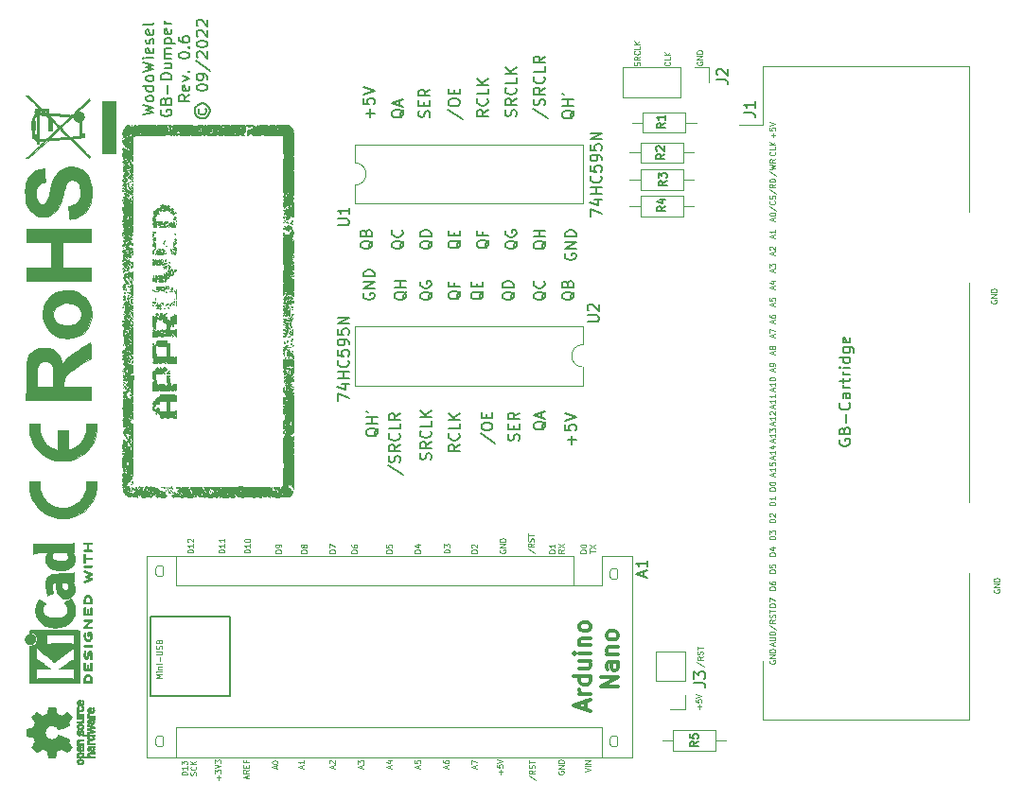
<source format=gbr>
%TF.GenerationSoftware,KiCad,Pcbnew,(6.0.4)*%
%TF.CreationDate,2022-09-13T21:46:03+02:00*%
%TF.ProjectId,GB-Dumper,47422d44-756d-4706-9572-2e6b69636164,0.6*%
%TF.SameCoordinates,Original*%
%TF.FileFunction,Legend,Top*%
%TF.FilePolarity,Positive*%
%FSLAX46Y46*%
G04 Gerber Fmt 4.6, Leading zero omitted, Abs format (unit mm)*
G04 Created by KiCad (PCBNEW (6.0.4)) date 2022-09-13 21:46:03*
%MOMM*%
%LPD*%
G01*
G04 APERTURE LIST*
%ADD10C,0.150000*%
%ADD11C,0.125000*%
%ADD12C,0.300000*%
%ADD13C,0.120000*%
%ADD14C,0.010000*%
G04 APERTURE END LIST*
D10*
X11886000Y17550000D02*
X18998000Y17550000D01*
X18998000Y17550000D02*
X18998000Y10438000D01*
X18998000Y10438000D02*
X11886000Y10438000D01*
X11886000Y10438000D02*
X11886000Y17550000D01*
X30944000Y46506096D02*
X30896380Y46410858D01*
X30896380Y46268000D01*
X30944000Y46125143D01*
X31039238Y46029905D01*
X31134476Y45982286D01*
X31324952Y45934667D01*
X31467809Y45934667D01*
X31658285Y45982286D01*
X31753523Y46029905D01*
X31848761Y46125143D01*
X31896380Y46268000D01*
X31896380Y46363239D01*
X31848761Y46506096D01*
X31801142Y46553715D01*
X31467809Y46553715D01*
X31467809Y46363239D01*
X31896380Y46982286D02*
X30896380Y46982286D01*
X31896380Y47553715D01*
X30896380Y47553715D01*
X31896380Y48029905D02*
X30896380Y48029905D01*
X30896380Y48268000D01*
X30944000Y48410858D01*
X31039238Y48506096D01*
X31134476Y48553715D01*
X31324952Y48601334D01*
X31467809Y48601334D01*
X31658285Y48553715D01*
X31753523Y48506096D01*
X31848761Y48410858D01*
X31896380Y48268000D01*
X31896380Y48029905D01*
D11*
X67738190Y18450953D02*
X67238190Y18450953D01*
X67238190Y18570000D01*
X67262000Y18641429D01*
X67309619Y18689048D01*
X67357238Y18712858D01*
X67452476Y18736667D01*
X67523904Y18736667D01*
X67619142Y18712858D01*
X67666761Y18689048D01*
X67714380Y18641429D01*
X67738190Y18570000D01*
X67738190Y18450953D01*
X67238190Y18903334D02*
X67238190Y19236667D01*
X67738190Y19022381D01*
X25431333Y3984858D02*
X25431333Y4222953D01*
X25574190Y3937239D02*
X25074190Y4103905D01*
X25574190Y4270572D01*
X25574190Y4699143D02*
X25574190Y4413429D01*
X25574190Y4556286D02*
X25074190Y4556286D01*
X25145619Y4508667D01*
X25193238Y4461048D01*
X25217047Y4413429D01*
D10*
X31737619Y51212953D02*
X31690000Y51117715D01*
X31594761Y51022477D01*
X31451904Y50879620D01*
X31404285Y50784381D01*
X31404285Y50689143D01*
X31642380Y50736762D02*
X31594761Y50641524D01*
X31499523Y50546286D01*
X31309047Y50498667D01*
X30975714Y50498667D01*
X30785238Y50546286D01*
X30690000Y50641524D01*
X30642380Y50736762D01*
X30642380Y50927239D01*
X30690000Y51022477D01*
X30785238Y51117715D01*
X30975714Y51165334D01*
X31309047Y51165334D01*
X31499523Y51117715D01*
X31594761Y51022477D01*
X31642380Y50927239D01*
X31642380Y50736762D01*
X31118571Y51927239D02*
X31166190Y52070096D01*
X31213809Y52117715D01*
X31309047Y52165334D01*
X31451904Y52165334D01*
X31547142Y52117715D01*
X31594761Y52070096D01*
X31642380Y51974858D01*
X31642380Y51593905D01*
X30642380Y51593905D01*
X30642380Y51927239D01*
X30690000Y52022477D01*
X30737619Y52070096D01*
X30832857Y52117715D01*
X30928095Y52117715D01*
X31023333Y52070096D01*
X31070952Y52022477D01*
X31118571Y51927239D01*
X31118571Y51593905D01*
X39611619Y51260572D02*
X39564000Y51165334D01*
X39468761Y51070096D01*
X39325904Y50927239D01*
X39278285Y50832000D01*
X39278285Y50736762D01*
X39516380Y50784381D02*
X39468761Y50689143D01*
X39373523Y50593905D01*
X39183047Y50546286D01*
X38849714Y50546286D01*
X38659238Y50593905D01*
X38564000Y50689143D01*
X38516380Y50784381D01*
X38516380Y50974858D01*
X38564000Y51070096D01*
X38659238Y51165334D01*
X38849714Y51212953D01*
X39183047Y51212953D01*
X39373523Y51165334D01*
X39468761Y51070096D01*
X39516380Y50974858D01*
X39516380Y50784381D01*
X38992571Y51641524D02*
X38992571Y51974858D01*
X39516380Y52117715D02*
X39516380Y51641524D01*
X38516380Y51641524D01*
X38516380Y52117715D01*
D11*
X67738190Y23022953D02*
X67238190Y23022953D01*
X67238190Y23142000D01*
X67262000Y23213429D01*
X67309619Y23261048D01*
X67357238Y23284858D01*
X67452476Y23308667D01*
X67523904Y23308667D01*
X67619142Y23284858D01*
X67666761Y23261048D01*
X67714380Y23213429D01*
X67738190Y23142000D01*
X67738190Y23022953D01*
X67404857Y23737239D02*
X67738190Y23737239D01*
X67214380Y23618191D02*
X67571523Y23499143D01*
X67571523Y23808667D01*
X67595333Y53006858D02*
X67595333Y53244953D01*
X67738190Y52959239D02*
X67238190Y53125905D01*
X67738190Y53292572D01*
X67238190Y53554477D02*
X67238190Y53602096D01*
X67262000Y53649715D01*
X67285809Y53673524D01*
X67333428Y53697334D01*
X67428666Y53721143D01*
X67547714Y53721143D01*
X67642952Y53697334D01*
X67690571Y53673524D01*
X67714380Y53649715D01*
X67738190Y53602096D01*
X67738190Y53554477D01*
X67714380Y53506858D01*
X67690571Y53483048D01*
X67642952Y53459239D01*
X67547714Y53435429D01*
X67428666Y53435429D01*
X67333428Y53459239D01*
X67285809Y53483048D01*
X67262000Y53506858D01*
X67238190Y53554477D01*
X67595333Y14969048D02*
X67595333Y15207143D01*
X67738190Y14921429D02*
X67238190Y15088096D01*
X67738190Y15254762D01*
X67238190Y15421429D02*
X67642952Y15421429D01*
X67690571Y15445239D01*
X67714380Y15469048D01*
X67738190Y15516667D01*
X67738190Y15611905D01*
X67714380Y15659524D01*
X67690571Y15683334D01*
X67642952Y15707143D01*
X67238190Y15707143D01*
X67738190Y15945239D02*
X67238190Y15945239D01*
X67238190Y16064286D01*
X67262000Y16135715D01*
X67309619Y16183334D01*
X67357238Y16207143D01*
X67452476Y16230953D01*
X67523904Y16230953D01*
X67619142Y16207143D01*
X67666761Y16183334D01*
X67714380Y16135715D01*
X67738190Y16064286D01*
X67738190Y15945239D01*
X41068190Y23276953D02*
X40568190Y23276953D01*
X40568190Y23396000D01*
X40592000Y23467429D01*
X40639619Y23515048D01*
X40687238Y23538858D01*
X40782476Y23562667D01*
X40853904Y23562667D01*
X40949142Y23538858D01*
X40996761Y23515048D01*
X41044380Y23467429D01*
X41068190Y23396000D01*
X41068190Y23276953D01*
X40615809Y23753143D02*
X40592000Y23776953D01*
X40568190Y23824572D01*
X40568190Y23943620D01*
X40592000Y23991239D01*
X40615809Y24015048D01*
X40663428Y24038858D01*
X40711047Y24038858D01*
X40782476Y24015048D01*
X41068190Y23729334D01*
X41068190Y24038858D01*
D10*
X32245619Y34441048D02*
X32198000Y34345810D01*
X32102761Y34250572D01*
X31959904Y34107715D01*
X31912285Y34012477D01*
X31912285Y33917239D01*
X32150380Y33964858D02*
X32102761Y33869620D01*
X32007523Y33774381D01*
X31817047Y33726762D01*
X31483714Y33726762D01*
X31293238Y33774381D01*
X31198000Y33869620D01*
X31150380Y33964858D01*
X31150380Y34155334D01*
X31198000Y34250572D01*
X31293238Y34345810D01*
X31483714Y34393429D01*
X31817047Y34393429D01*
X32007523Y34345810D01*
X32102761Y34250572D01*
X32150380Y34155334D01*
X32150380Y33964858D01*
X32150380Y34822000D02*
X31150380Y34822000D01*
X31626571Y34822000D02*
X31626571Y35393429D01*
X32150380Y35393429D02*
X31150380Y35393429D01*
X31150380Y35917239D02*
X31340857Y35822000D01*
D11*
X15668190Y23292858D02*
X15168190Y23292858D01*
X15168190Y23411905D01*
X15192000Y23483334D01*
X15239619Y23530953D01*
X15287238Y23554762D01*
X15382476Y23578572D01*
X15453904Y23578572D01*
X15549142Y23554762D01*
X15596761Y23530953D01*
X15644380Y23483334D01*
X15668190Y23411905D01*
X15668190Y23292858D01*
X15668190Y24054762D02*
X15668190Y23769048D01*
X15668190Y23911905D02*
X15168190Y23911905D01*
X15239619Y23864286D01*
X15287238Y23816667D01*
X15311047Y23769048D01*
X15215809Y24245239D02*
X15192000Y24269048D01*
X15168190Y24316667D01*
X15168190Y24435715D01*
X15192000Y24483334D01*
X15215809Y24507143D01*
X15263428Y24530953D01*
X15311047Y24530953D01*
X15382476Y24507143D01*
X15668190Y24221429D01*
X15668190Y24530953D01*
X67738190Y24511733D02*
X67238190Y24511733D01*
X67238190Y24630780D01*
X67262000Y24702209D01*
X67309619Y24749828D01*
X67357238Y24773638D01*
X67452476Y24797447D01*
X67523904Y24797447D01*
X67619142Y24773638D01*
X67666761Y24749828D01*
X67714380Y24702209D01*
X67738190Y24630780D01*
X67738190Y24511733D01*
X67238190Y24964114D02*
X67238190Y25273638D01*
X67428666Y25106971D01*
X67428666Y25178400D01*
X67452476Y25226019D01*
X67476285Y25249828D01*
X67523904Y25273638D01*
X67642952Y25273638D01*
X67690571Y25249828D01*
X67714380Y25226019D01*
X67738190Y25178400D01*
X67738190Y25035542D01*
X67714380Y24987923D01*
X67690571Y24964114D01*
D10*
X38468761Y62976381D02*
X39754476Y62119239D01*
X38516380Y63500191D02*
X38516380Y63690667D01*
X38564000Y63785905D01*
X38659238Y63881143D01*
X38849714Y63928762D01*
X39183047Y63928762D01*
X39373523Y63881143D01*
X39468761Y63785905D01*
X39516380Y63690667D01*
X39516380Y63500191D01*
X39468761Y63404953D01*
X39373523Y63309715D01*
X39183047Y63262096D01*
X38849714Y63262096D01*
X38659238Y63309715D01*
X38564000Y63404953D01*
X38516380Y63500191D01*
X38992571Y64357334D02*
X38992571Y64690667D01*
X39516380Y64833524D02*
X39516380Y64357334D01*
X38516380Y64357334D01*
X38516380Y64833524D01*
X37071619Y51212953D02*
X37024000Y51117715D01*
X36928761Y51022477D01*
X36785904Y50879620D01*
X36738285Y50784381D01*
X36738285Y50689143D01*
X36976380Y50736762D02*
X36928761Y50641524D01*
X36833523Y50546286D01*
X36643047Y50498667D01*
X36309714Y50498667D01*
X36119238Y50546286D01*
X36024000Y50641524D01*
X35976380Y50736762D01*
X35976380Y50927239D01*
X36024000Y51022477D01*
X36119238Y51117715D01*
X36309714Y51165334D01*
X36643047Y51165334D01*
X36833523Y51117715D01*
X36928761Y51022477D01*
X36976380Y50927239D01*
X36976380Y50736762D01*
X36976380Y51593905D02*
X35976380Y51593905D01*
X35976380Y51832000D01*
X36024000Y51974858D01*
X36119238Y52070096D01*
X36214476Y52117715D01*
X36404952Y52165334D01*
X36547809Y52165334D01*
X36738285Y52117715D01*
X36833523Y52070096D01*
X36928761Y51974858D01*
X36976380Y51832000D01*
X36976380Y51593905D01*
X49771619Y62889048D02*
X49724000Y62793810D01*
X49628761Y62698572D01*
X49485904Y62555715D01*
X49438285Y62460477D01*
X49438285Y62365239D01*
X49676380Y62412858D02*
X49628761Y62317620D01*
X49533523Y62222381D01*
X49343047Y62174762D01*
X49009714Y62174762D01*
X48819238Y62222381D01*
X48724000Y62317620D01*
X48676380Y62412858D01*
X48676380Y62603334D01*
X48724000Y62698572D01*
X48819238Y62793810D01*
X49009714Y62841429D01*
X49343047Y62841429D01*
X49533523Y62793810D01*
X49628761Y62698572D01*
X49676380Y62603334D01*
X49676380Y62412858D01*
X49676380Y63270000D02*
X48676380Y63270000D01*
X49152571Y63270000D02*
X49152571Y63841429D01*
X49676380Y63841429D02*
X48676380Y63841429D01*
X48676380Y64365239D02*
X48866857Y64270000D01*
D11*
X20748190Y23292858D02*
X20248190Y23292858D01*
X20248190Y23411905D01*
X20272000Y23483334D01*
X20319619Y23530953D01*
X20367238Y23554762D01*
X20462476Y23578572D01*
X20533904Y23578572D01*
X20629142Y23554762D01*
X20676761Y23530953D01*
X20724380Y23483334D01*
X20748190Y23411905D01*
X20748190Y23292858D01*
X20748190Y24054762D02*
X20748190Y23769048D01*
X20748190Y23911905D02*
X20248190Y23911905D01*
X20319619Y23864286D01*
X20367238Y23816667D01*
X20391047Y23769048D01*
X20248190Y24364286D02*
X20248190Y24411905D01*
X20272000Y24459524D01*
X20295809Y24483334D01*
X20343428Y24507143D01*
X20438666Y24530953D01*
X20557714Y24530953D01*
X20652952Y24507143D01*
X20700571Y24483334D01*
X20724380Y24459524D01*
X20748190Y24411905D01*
X20748190Y24364286D01*
X20724380Y24316667D01*
X20700571Y24292858D01*
X20652952Y24269048D01*
X20557714Y24245239D01*
X20438666Y24245239D01*
X20343428Y24269048D01*
X20295809Y24292858D01*
X20272000Y24316667D01*
X20248190Y24364286D01*
X67595333Y34734762D02*
X67595333Y34972858D01*
X67738190Y34687143D02*
X67238190Y34853810D01*
X67738190Y35020477D01*
X67738190Y35449048D02*
X67738190Y35163334D01*
X67738190Y35306191D02*
X67238190Y35306191D01*
X67309619Y35258572D01*
X67357238Y35210953D01*
X67381047Y35163334D01*
X67285809Y35639524D02*
X67262000Y35663334D01*
X67238190Y35710953D01*
X67238190Y35830000D01*
X67262000Y35877620D01*
X67285809Y35901429D01*
X67333428Y35925239D01*
X67381047Y35925239D01*
X67452476Y35901429D01*
X67738190Y35615715D01*
X67738190Y35925239D01*
D10*
X44437619Y46640953D02*
X44390000Y46545715D01*
X44294761Y46450477D01*
X44151904Y46307620D01*
X44104285Y46212381D01*
X44104285Y46117143D01*
X44342380Y46164762D02*
X44294761Y46069524D01*
X44199523Y45974286D01*
X44009047Y45926667D01*
X43675714Y45926667D01*
X43485238Y45974286D01*
X43390000Y46069524D01*
X43342380Y46164762D01*
X43342380Y46355239D01*
X43390000Y46450477D01*
X43485238Y46545715D01*
X43675714Y46593334D01*
X44009047Y46593334D01*
X44199523Y46545715D01*
X44294761Y46450477D01*
X44342380Y46355239D01*
X44342380Y46164762D01*
X44342380Y47021905D02*
X43342380Y47021905D01*
X43342380Y47260000D01*
X43390000Y47402858D01*
X43485238Y47498096D01*
X43580476Y47545715D01*
X43770952Y47593334D01*
X43913809Y47593334D01*
X44104285Y47545715D01*
X44199523Y47498096D01*
X44294761Y47402858D01*
X44342380Y47260000D01*
X44342380Y47021905D01*
X47231619Y46640953D02*
X47184000Y46545715D01*
X47088761Y46450477D01*
X46945904Y46307620D01*
X46898285Y46212381D01*
X46898285Y46117143D01*
X47136380Y46164762D02*
X47088761Y46069524D01*
X46993523Y45974286D01*
X46803047Y45926667D01*
X46469714Y45926667D01*
X46279238Y45974286D01*
X46184000Y46069524D01*
X46136380Y46164762D01*
X46136380Y46355239D01*
X46184000Y46450477D01*
X46279238Y46545715D01*
X46469714Y46593334D01*
X46803047Y46593334D01*
X46993523Y46545715D01*
X47088761Y46450477D01*
X47136380Y46355239D01*
X47136380Y46164762D01*
X47041142Y47593334D02*
X47088761Y47545715D01*
X47136380Y47402858D01*
X47136380Y47307620D01*
X47088761Y47164762D01*
X46993523Y47069524D01*
X46898285Y47021905D01*
X46707809Y46974286D01*
X46564952Y46974286D01*
X46374476Y47021905D01*
X46279238Y47069524D01*
X46184000Y47164762D01*
X46136380Y47307620D01*
X46136380Y47402858D01*
X46184000Y47545715D01*
X46231619Y47593334D01*
D11*
X67690571Y59162381D02*
X67714380Y59138572D01*
X67738190Y59067143D01*
X67738190Y59019524D01*
X67714380Y58948096D01*
X67666761Y58900477D01*
X67619142Y58876667D01*
X67523904Y58852858D01*
X67452476Y58852858D01*
X67357238Y58876667D01*
X67309619Y58900477D01*
X67262000Y58948096D01*
X67238190Y59019524D01*
X67238190Y59067143D01*
X67262000Y59138572D01*
X67285809Y59162381D01*
X67738190Y59614762D02*
X67738190Y59376667D01*
X67238190Y59376667D01*
X67738190Y59781429D02*
X67238190Y59781429D01*
X67738190Y60067143D02*
X67452476Y59852858D01*
X67238190Y60067143D02*
X67523904Y59781429D01*
X50825690Y23276953D02*
X50325690Y23276953D01*
X50325690Y23396000D01*
X50349500Y23467429D01*
X50397119Y23515048D01*
X50444738Y23538858D01*
X50539976Y23562667D01*
X50611404Y23562667D01*
X50706642Y23538858D01*
X50754261Y23515048D01*
X50801880Y23467429D01*
X50825690Y23396000D01*
X50825690Y23276953D01*
X50325690Y23872191D02*
X50325690Y23919810D01*
X50349500Y23967429D01*
X50373309Y23991239D01*
X50420928Y24015048D01*
X50516166Y24038858D01*
X50635214Y24038858D01*
X50730452Y24015048D01*
X50778071Y23991239D01*
X50801880Y23967429D01*
X50825690Y23919810D01*
X50825690Y23872191D01*
X50801880Y23824572D01*
X50778071Y23800762D01*
X50730452Y23776953D01*
X50635214Y23753143D01*
X50516166Y23753143D01*
X50420928Y23776953D01*
X50373309Y23800762D01*
X50349500Y23824572D01*
X50325690Y23872191D01*
X51130690Y23265048D02*
X51130690Y23550762D01*
X51630690Y23407905D02*
X51130690Y23407905D01*
X51130690Y23669810D02*
X51630690Y24003143D01*
X51130690Y24003143D02*
X51630690Y23669810D01*
X53192761Y6921620D02*
X53383238Y6921620D01*
X53478476Y6874000D01*
X53573714Y6778762D01*
X53621333Y6588286D01*
X53621333Y6254953D01*
X53573714Y6064477D01*
X53478476Y5969239D01*
X53383238Y5921620D01*
X53192761Y5921620D01*
X53097523Y5969239D01*
X53002285Y6064477D01*
X52954666Y6254953D01*
X52954666Y6588286D01*
X53002285Y6778762D01*
X53097523Y6874000D01*
X53192761Y6921620D01*
D10*
X41404761Y33952381D02*
X42690476Y33095239D01*
X41452380Y34476191D02*
X41452380Y34666667D01*
X41500000Y34761905D01*
X41595238Y34857143D01*
X41785714Y34904762D01*
X42119047Y34904762D01*
X42309523Y34857143D01*
X42404761Y34761905D01*
X42452380Y34666667D01*
X42452380Y34476191D01*
X42404761Y34380953D01*
X42309523Y34285715D01*
X42119047Y34238096D01*
X41785714Y34238096D01*
X41595238Y34285715D01*
X41500000Y34380953D01*
X41452380Y34476191D01*
X41928571Y35333334D02*
X41928571Y35666667D01*
X42452380Y35809524D02*
X42452380Y35333334D01*
X41452380Y35333334D01*
X41452380Y35809524D01*
D11*
X35845333Y3984858D02*
X35845333Y4222953D01*
X35988190Y3937239D02*
X35488190Y4103905D01*
X35988190Y4270572D01*
X35488190Y4675334D02*
X35488190Y4437239D01*
X35726285Y4413429D01*
X35702476Y4437239D01*
X35678666Y4484858D01*
X35678666Y4603905D01*
X35702476Y4651524D01*
X35726285Y4675334D01*
X35773904Y4699143D01*
X35892952Y4699143D01*
X35940571Y4675334D01*
X35964380Y4651524D01*
X35988190Y4603905D01*
X35988190Y4484858D01*
X35964380Y4437239D01*
X35940571Y4413429D01*
X60750000Y67219048D02*
X60726190Y67171429D01*
X60726190Y67100000D01*
X60750000Y67028572D01*
X60797619Y66980953D01*
X60845238Y66957143D01*
X60940476Y66933334D01*
X61011904Y66933334D01*
X61107142Y66957143D01*
X61154761Y66980953D01*
X61202380Y67028572D01*
X61226190Y67100000D01*
X61226190Y67147620D01*
X61202380Y67219048D01*
X61178571Y67242858D01*
X61011904Y67242858D01*
X61011904Y67147620D01*
X61226190Y67457143D02*
X60726190Y67457143D01*
X61226190Y67742858D01*
X60726190Y67742858D01*
X61226190Y67980953D02*
X60726190Y67980953D01*
X60726190Y68100000D01*
X60750000Y68171429D01*
X60797619Y68219048D01*
X60845238Y68242858D01*
X60940476Y68266667D01*
X61011904Y68266667D01*
X61107142Y68242858D01*
X61154761Y68219048D01*
X61202380Y68171429D01*
X61226190Y68100000D01*
X61226190Y67980953D01*
D10*
X42151619Y51284381D02*
X42104000Y51189143D01*
X42008761Y51093905D01*
X41865904Y50951048D01*
X41818285Y50855810D01*
X41818285Y50760572D01*
X42056380Y50808191D02*
X42008761Y50712953D01*
X41913523Y50617715D01*
X41723047Y50570096D01*
X41389714Y50570096D01*
X41199238Y50617715D01*
X41104000Y50712953D01*
X41056380Y50808191D01*
X41056380Y50998667D01*
X41104000Y51093905D01*
X41199238Y51189143D01*
X41389714Y51236762D01*
X41723047Y51236762D01*
X41913523Y51189143D01*
X42008761Y51093905D01*
X42056380Y50998667D01*
X42056380Y50808191D01*
X41532571Y51998667D02*
X41532571Y51665334D01*
X42056380Y51665334D02*
X41056380Y51665334D01*
X41056380Y52141524D01*
X47231619Y35028381D02*
X47184000Y34933143D01*
X47088761Y34837905D01*
X46945904Y34695048D01*
X46898285Y34599810D01*
X46898285Y34504572D01*
X47136380Y34552191D02*
X47088761Y34456953D01*
X46993523Y34361715D01*
X46803047Y34314096D01*
X46469714Y34314096D01*
X46279238Y34361715D01*
X46184000Y34456953D01*
X46136380Y34552191D01*
X46136380Y34742667D01*
X46184000Y34837905D01*
X46279238Y34933143D01*
X46469714Y34980762D01*
X46803047Y34980762D01*
X46993523Y34933143D01*
X47088761Y34837905D01*
X47136380Y34742667D01*
X47136380Y34552191D01*
X46850666Y35361715D02*
X46850666Y35837905D01*
X47136380Y35266477D02*
X46136380Y35599810D01*
X47136380Y35933143D01*
D11*
X67214380Y55814286D02*
X67857238Y55385715D01*
X67738190Y56266667D02*
X67500095Y56100000D01*
X67738190Y55980953D02*
X67238190Y55980953D01*
X67238190Y56171429D01*
X67262000Y56219048D01*
X67285809Y56242858D01*
X67333428Y56266667D01*
X67404857Y56266667D01*
X67452476Y56242858D01*
X67476285Y56219048D01*
X67500095Y56171429D01*
X67500095Y55980953D01*
X67738190Y56480953D02*
X67238190Y56480953D01*
X67238190Y56600000D01*
X67262000Y56671429D01*
X67309619Y56719048D01*
X67357238Y56742858D01*
X67452476Y56766667D01*
X67523904Y56766667D01*
X67619142Y56742858D01*
X67666761Y56719048D01*
X67714380Y56671429D01*
X67738190Y56600000D01*
X67738190Y56480953D01*
D10*
X37071619Y46640953D02*
X37024000Y46545715D01*
X36928761Y46450477D01*
X36785904Y46307620D01*
X36738285Y46212381D01*
X36738285Y46117143D01*
X36976380Y46164762D02*
X36928761Y46069524D01*
X36833523Y45974286D01*
X36643047Y45926667D01*
X36309714Y45926667D01*
X36119238Y45974286D01*
X36024000Y46069524D01*
X35976380Y46164762D01*
X35976380Y46355239D01*
X36024000Y46450477D01*
X36119238Y46545715D01*
X36309714Y46593334D01*
X36643047Y46593334D01*
X36833523Y46545715D01*
X36928761Y46450477D01*
X36976380Y46355239D01*
X36976380Y46164762D01*
X36024000Y47545715D02*
X35976380Y47450477D01*
X35976380Y47307620D01*
X36024000Y47164762D01*
X36119238Y47069524D01*
X36214476Y47021905D01*
X36404952Y46974286D01*
X36547809Y46974286D01*
X36738285Y47021905D01*
X36833523Y47069524D01*
X36928761Y47164762D01*
X36976380Y47307620D01*
X36976380Y47402858D01*
X36928761Y47545715D01*
X36881142Y47593334D01*
X36547809Y47593334D01*
X36547809Y47402858D01*
D11*
X33305333Y3984858D02*
X33305333Y4222953D01*
X33448190Y3937239D02*
X32948190Y4103905D01*
X33448190Y4270572D01*
X33114857Y4651524D02*
X33448190Y4651524D01*
X32924380Y4532477D02*
X33281523Y4413429D01*
X33281523Y4722953D01*
X43163714Y3445143D02*
X43163714Y3826096D01*
X43354190Y3635620D02*
X42973238Y3635620D01*
X42854190Y4302286D02*
X42854190Y4064191D01*
X43092285Y4040381D01*
X43068476Y4064191D01*
X43044666Y4111810D01*
X43044666Y4230858D01*
X43068476Y4278477D01*
X43092285Y4302286D01*
X43139904Y4326096D01*
X43258952Y4326096D01*
X43306571Y4302286D01*
X43330380Y4278477D01*
X43354190Y4230858D01*
X43354190Y4111810D01*
X43330380Y4064191D01*
X43306571Y4040381D01*
X42854190Y4468953D02*
X43354190Y4635620D01*
X42854190Y4802286D01*
X67738190Y27559733D02*
X67238190Y27559733D01*
X67238190Y27678780D01*
X67262000Y27750209D01*
X67309619Y27797828D01*
X67357238Y27821638D01*
X67452476Y27845447D01*
X67523904Y27845447D01*
X67619142Y27821638D01*
X67666761Y27797828D01*
X67714380Y27750209D01*
X67738190Y27678780D01*
X67738190Y27559733D01*
X67738190Y28321638D02*
X67738190Y28035923D01*
X67738190Y28178780D02*
X67238190Y28178780D01*
X67309619Y28131161D01*
X67357238Y28083542D01*
X67381047Y28035923D01*
X67595333Y43862858D02*
X67595333Y44100953D01*
X67738190Y43815239D02*
X67238190Y43981905D01*
X67738190Y44148572D01*
X67238190Y44529524D02*
X67238190Y44434286D01*
X67262000Y44386667D01*
X67285809Y44362858D01*
X67357238Y44315239D01*
X67452476Y44291429D01*
X67642952Y44291429D01*
X67690571Y44315239D01*
X67714380Y44339048D01*
X67738190Y44386667D01*
X67738190Y44481905D01*
X67714380Y44529524D01*
X67690571Y44553334D01*
X67642952Y44577143D01*
X67523904Y44577143D01*
X67476285Y44553334D01*
X67452476Y44529524D01*
X67428666Y44481905D01*
X67428666Y44386667D01*
X67452476Y44339048D01*
X67476285Y44315239D01*
X67523904Y44291429D01*
X15123690Y3392858D02*
X14623690Y3392858D01*
X14623690Y3511905D01*
X14647500Y3583334D01*
X14695119Y3630953D01*
X14742738Y3654762D01*
X14837976Y3678572D01*
X14909404Y3678572D01*
X15004642Y3654762D01*
X15052261Y3630953D01*
X15099880Y3583334D01*
X15123690Y3511905D01*
X15123690Y3392858D01*
X15123690Y4154762D02*
X15123690Y3869048D01*
X15123690Y4011905D02*
X14623690Y4011905D01*
X14695119Y3964286D01*
X14742738Y3916667D01*
X14766547Y3869048D01*
X14623690Y4321429D02*
X14623690Y4630953D01*
X14814166Y4464286D01*
X14814166Y4535715D01*
X14837976Y4583334D01*
X14861785Y4607143D01*
X14909404Y4630953D01*
X15028452Y4630953D01*
X15076071Y4607143D01*
X15099880Y4583334D01*
X15123690Y4535715D01*
X15123690Y4392858D01*
X15099880Y4345239D01*
X15076071Y4321429D01*
X15904880Y3357143D02*
X15928690Y3428572D01*
X15928690Y3547620D01*
X15904880Y3595239D01*
X15881071Y3619048D01*
X15833452Y3642858D01*
X15785833Y3642858D01*
X15738214Y3619048D01*
X15714404Y3595239D01*
X15690595Y3547620D01*
X15666785Y3452381D01*
X15642976Y3404762D01*
X15619166Y3380953D01*
X15571547Y3357143D01*
X15523928Y3357143D01*
X15476309Y3380953D01*
X15452500Y3404762D01*
X15428690Y3452381D01*
X15428690Y3571429D01*
X15452500Y3642858D01*
X15881071Y4142858D02*
X15904880Y4119048D01*
X15928690Y4047620D01*
X15928690Y4000000D01*
X15904880Y3928572D01*
X15857261Y3880953D01*
X15809642Y3857143D01*
X15714404Y3833334D01*
X15642976Y3833334D01*
X15547738Y3857143D01*
X15500119Y3880953D01*
X15452500Y3928572D01*
X15428690Y4000000D01*
X15428690Y4047620D01*
X15452500Y4119048D01*
X15476309Y4142858D01*
X15928690Y4357143D02*
X15428690Y4357143D01*
X15928690Y4642858D02*
X15642976Y4428572D01*
X15428690Y4642858D02*
X15714404Y4357143D01*
X87328000Y19963048D02*
X87304190Y19915429D01*
X87304190Y19844000D01*
X87328000Y19772572D01*
X87375619Y19724953D01*
X87423238Y19701143D01*
X87518476Y19677334D01*
X87589904Y19677334D01*
X87685142Y19701143D01*
X87732761Y19724953D01*
X87780380Y19772572D01*
X87804190Y19844000D01*
X87804190Y19891620D01*
X87780380Y19963048D01*
X87756571Y19986858D01*
X87589904Y19986858D01*
X87589904Y19891620D01*
X87804190Y20201143D02*
X87304190Y20201143D01*
X87804190Y20486858D01*
X87304190Y20486858D01*
X87804190Y20724953D02*
X87304190Y20724953D01*
X87304190Y20844000D01*
X87328000Y20915429D01*
X87375619Y20963048D01*
X87423238Y20986858D01*
X87518476Y21010667D01*
X87589904Y21010667D01*
X87685142Y20986858D01*
X87732761Y20963048D01*
X87780380Y20915429D01*
X87804190Y20844000D01*
X87804190Y20724953D01*
D10*
X73500000Y33414286D02*
X73452380Y33319048D01*
X73452380Y33176191D01*
X73500000Y33033334D01*
X73595238Y32938096D01*
X73690476Y32890477D01*
X73880952Y32842858D01*
X74023809Y32842858D01*
X74214285Y32890477D01*
X74309523Y32938096D01*
X74404761Y33033334D01*
X74452380Y33176191D01*
X74452380Y33271429D01*
X74404761Y33414286D01*
X74357142Y33461905D01*
X74023809Y33461905D01*
X74023809Y33271429D01*
X73928571Y34223810D02*
X73976190Y34366667D01*
X74023809Y34414286D01*
X74119047Y34461905D01*
X74261904Y34461905D01*
X74357142Y34414286D01*
X74404761Y34366667D01*
X74452380Y34271429D01*
X74452380Y33890477D01*
X73452380Y33890477D01*
X73452380Y34223810D01*
X73500000Y34319048D01*
X73547619Y34366667D01*
X73642857Y34414286D01*
X73738095Y34414286D01*
X73833333Y34366667D01*
X73880952Y34319048D01*
X73928571Y34223810D01*
X73928571Y33890477D01*
X74071428Y34890477D02*
X74071428Y35652381D01*
X74357142Y36700000D02*
X74404761Y36652381D01*
X74452380Y36509524D01*
X74452380Y36414286D01*
X74404761Y36271429D01*
X74309523Y36176191D01*
X74214285Y36128572D01*
X74023809Y36080953D01*
X73880952Y36080953D01*
X73690476Y36128572D01*
X73595238Y36176191D01*
X73500000Y36271429D01*
X73452380Y36414286D01*
X73452380Y36509524D01*
X73500000Y36652381D01*
X73547619Y36700000D01*
X74452380Y37557143D02*
X73928571Y37557143D01*
X73833333Y37509524D01*
X73785714Y37414286D01*
X73785714Y37223810D01*
X73833333Y37128572D01*
X74404761Y37557143D02*
X74452380Y37461905D01*
X74452380Y37223810D01*
X74404761Y37128572D01*
X74309523Y37080953D01*
X74214285Y37080953D01*
X74119047Y37128572D01*
X74071428Y37223810D01*
X74071428Y37461905D01*
X74023809Y37557143D01*
X74452380Y38033334D02*
X73785714Y38033334D01*
X73976190Y38033334D02*
X73880952Y38080953D01*
X73833333Y38128572D01*
X73785714Y38223810D01*
X73785714Y38319048D01*
X73785714Y38509524D02*
X73785714Y38890477D01*
X73452380Y38652381D02*
X74309523Y38652381D01*
X74404761Y38700000D01*
X74452380Y38795239D01*
X74452380Y38890477D01*
X74452380Y39223810D02*
X73785714Y39223810D01*
X73976190Y39223810D02*
X73880952Y39271429D01*
X73833333Y39319048D01*
X73785714Y39414286D01*
X73785714Y39509524D01*
X74452380Y39842858D02*
X73785714Y39842858D01*
X73452380Y39842858D02*
X73500000Y39795239D01*
X73547619Y39842858D01*
X73500000Y39890477D01*
X73452380Y39842858D01*
X73547619Y39842858D01*
X74452380Y40747620D02*
X73452380Y40747620D01*
X74404761Y40747620D02*
X74452380Y40652381D01*
X74452380Y40461905D01*
X74404761Y40366667D01*
X74357142Y40319048D01*
X74261904Y40271429D01*
X73976190Y40271429D01*
X73880952Y40319048D01*
X73833333Y40366667D01*
X73785714Y40461905D01*
X73785714Y40652381D01*
X73833333Y40747620D01*
X73785714Y41652381D02*
X74595238Y41652381D01*
X74690476Y41604762D01*
X74738095Y41557143D01*
X74785714Y41461905D01*
X74785714Y41319048D01*
X74738095Y41223810D01*
X74404761Y41652381D02*
X74452380Y41557143D01*
X74452380Y41366667D01*
X74404761Y41271429D01*
X74357142Y41223810D01*
X74261904Y41176191D01*
X73976190Y41176191D01*
X73880952Y41223810D01*
X73833333Y41271429D01*
X73785714Y41366667D01*
X73785714Y41557143D01*
X73833333Y41652381D01*
X74404761Y42509524D02*
X74452380Y42414286D01*
X74452380Y42223810D01*
X74404761Y42128572D01*
X74309523Y42080953D01*
X73928571Y42080953D01*
X73833333Y42128572D01*
X73785714Y42223810D01*
X73785714Y42414286D01*
X73833333Y42509524D01*
X73928571Y42557143D01*
X74023809Y42557143D01*
X74119047Y42080953D01*
D11*
X67738190Y26035733D02*
X67238190Y26035733D01*
X67238190Y26154780D01*
X67262000Y26226209D01*
X67309619Y26273828D01*
X67357238Y26297638D01*
X67452476Y26321447D01*
X67523904Y26321447D01*
X67619142Y26297638D01*
X67666761Y26273828D01*
X67714380Y26226209D01*
X67738190Y26154780D01*
X67738190Y26035733D01*
X67285809Y26511923D02*
X67262000Y26535733D01*
X67238190Y26583352D01*
X67238190Y26702400D01*
X67262000Y26750019D01*
X67285809Y26773828D01*
X67333428Y26797638D01*
X67381047Y26797638D01*
X67452476Y26773828D01*
X67738190Y26488114D01*
X67738190Y26797638D01*
D10*
X48978000Y50062096D02*
X48930380Y49966858D01*
X48930380Y49824000D01*
X48978000Y49681143D01*
X49073238Y49585905D01*
X49168476Y49538286D01*
X49358952Y49490667D01*
X49501809Y49490667D01*
X49692285Y49538286D01*
X49787523Y49585905D01*
X49882761Y49681143D01*
X49930380Y49824000D01*
X49930380Y49919239D01*
X49882761Y50062096D01*
X49835142Y50109715D01*
X49501809Y50109715D01*
X49501809Y49919239D01*
X49930380Y50538286D02*
X48930380Y50538286D01*
X49930380Y51109715D01*
X48930380Y51109715D01*
X49930380Y51585905D02*
X48930380Y51585905D01*
X48930380Y51824000D01*
X48978000Y51966858D01*
X49073238Y52062096D01*
X49168476Y52109715D01*
X49358952Y52157334D01*
X49501809Y52157334D01*
X49692285Y52109715D01*
X49787523Y52062096D01*
X49882761Y51966858D01*
X49930380Y51824000D01*
X49930380Y51585905D01*
D11*
X38385333Y3984858D02*
X38385333Y4222953D01*
X38528190Y3937239D02*
X38028190Y4103905D01*
X38528190Y4270572D01*
X38028190Y4651524D02*
X38028190Y4556286D01*
X38052000Y4508667D01*
X38075809Y4484858D01*
X38147238Y4437239D01*
X38242476Y4413429D01*
X38432952Y4413429D01*
X38480571Y4437239D01*
X38504380Y4461048D01*
X38528190Y4508667D01*
X38528190Y4603905D01*
X38504380Y4651524D01*
X38480571Y4675334D01*
X38432952Y4699143D01*
X38313904Y4699143D01*
X38266285Y4675334D01*
X38242476Y4651524D01*
X38218666Y4603905D01*
X38218666Y4508667D01*
X38242476Y4461048D01*
X38266285Y4437239D01*
X38313904Y4413429D01*
X28368190Y23276953D02*
X27868190Y23276953D01*
X27868190Y23396000D01*
X27892000Y23467429D01*
X27939619Y23515048D01*
X27987238Y23538858D01*
X28082476Y23562667D01*
X28153904Y23562667D01*
X28249142Y23538858D01*
X28296761Y23515048D01*
X28344380Y23467429D01*
X28368190Y23396000D01*
X28368190Y23276953D01*
X27868190Y23729334D02*
X27868190Y24062667D01*
X28368190Y23848381D01*
X18462190Y23292858D02*
X17962190Y23292858D01*
X17962190Y23411905D01*
X17986000Y23483334D01*
X18033619Y23530953D01*
X18081238Y23554762D01*
X18176476Y23578572D01*
X18247904Y23578572D01*
X18343142Y23554762D01*
X18390761Y23530953D01*
X18438380Y23483334D01*
X18462190Y23411905D01*
X18462190Y23292858D01*
X18462190Y24054762D02*
X18462190Y23769048D01*
X18462190Y23911905D02*
X17962190Y23911905D01*
X18033619Y23864286D01*
X18081238Y23816667D01*
X18105047Y23769048D01*
X18462190Y24530953D02*
X18462190Y24245239D01*
X18462190Y24388096D02*
X17962190Y24388096D01*
X18033619Y24340477D01*
X18081238Y24292858D01*
X18105047Y24245239D01*
X20483333Y3090477D02*
X20483333Y3328572D01*
X20626190Y3042858D02*
X20126190Y3209524D01*
X20626190Y3376191D01*
X20626190Y3828572D02*
X20388095Y3661905D01*
X20626190Y3542858D02*
X20126190Y3542858D01*
X20126190Y3733334D01*
X20150000Y3780953D01*
X20173809Y3804762D01*
X20221428Y3828572D01*
X20292857Y3828572D01*
X20340476Y3804762D01*
X20364285Y3780953D01*
X20388095Y3733334D01*
X20388095Y3542858D01*
X20364285Y4042858D02*
X20364285Y4209524D01*
X20626190Y4280953D02*
X20626190Y4042858D01*
X20126190Y4042858D01*
X20126190Y4280953D01*
X20364285Y4661905D02*
X20364285Y4495239D01*
X20626190Y4495239D02*
X20126190Y4495239D01*
X20126190Y4733334D01*
D12*
X50806500Y9275715D02*
X50806500Y9990000D01*
X51235071Y9132858D02*
X49735071Y9632858D01*
X51235071Y10132858D01*
X51235071Y10632858D02*
X50235071Y10632858D01*
X50520785Y10632858D02*
X50377928Y10704286D01*
X50306500Y10775715D01*
X50235071Y10918572D01*
X50235071Y11061429D01*
X51235071Y12204286D02*
X49735071Y12204286D01*
X51163642Y12204286D02*
X51235071Y12061429D01*
X51235071Y11775715D01*
X51163642Y11632858D01*
X51092214Y11561429D01*
X50949357Y11490000D01*
X50520785Y11490000D01*
X50377928Y11561429D01*
X50306500Y11632858D01*
X50235071Y11775715D01*
X50235071Y12061429D01*
X50306500Y12204286D01*
X50235071Y13561429D02*
X51235071Y13561429D01*
X50235071Y12918572D02*
X51020785Y12918572D01*
X51163642Y12990000D01*
X51235071Y13132858D01*
X51235071Y13347143D01*
X51163642Y13490000D01*
X51092214Y13561429D01*
X51235071Y14275715D02*
X50235071Y14275715D01*
X49735071Y14275715D02*
X49806500Y14204286D01*
X49877928Y14275715D01*
X49806500Y14347143D01*
X49735071Y14275715D01*
X49877928Y14275715D01*
X50235071Y14990000D02*
X51235071Y14990000D01*
X50377928Y14990000D02*
X50306500Y15061429D01*
X50235071Y15204286D01*
X50235071Y15418572D01*
X50306500Y15561429D01*
X50449357Y15632858D01*
X51235071Y15632858D01*
X51235071Y16561429D02*
X51163642Y16418572D01*
X51092214Y16347143D01*
X50949357Y16275715D01*
X50520785Y16275715D01*
X50377928Y16347143D01*
X50306500Y16418572D01*
X50235071Y16561429D01*
X50235071Y16775715D01*
X50306500Y16918572D01*
X50377928Y16990000D01*
X50520785Y17061429D01*
X50949357Y17061429D01*
X51092214Y16990000D01*
X51163642Y16918572D01*
X51235071Y16775715D01*
X51235071Y16561429D01*
X53650071Y11275715D02*
X52150071Y11275715D01*
X53650071Y12132858D01*
X52150071Y12132858D01*
X53650071Y13490000D02*
X52864357Y13490000D01*
X52721500Y13418572D01*
X52650071Y13275715D01*
X52650071Y12990000D01*
X52721500Y12847143D01*
X53578642Y13490000D02*
X53650071Y13347143D01*
X53650071Y12990000D01*
X53578642Y12847143D01*
X53435785Y12775715D01*
X53292928Y12775715D01*
X53150071Y12847143D01*
X53078642Y12990000D01*
X53078642Y13347143D01*
X53007214Y13490000D01*
X52650071Y14204286D02*
X53650071Y14204286D01*
X52792928Y14204286D02*
X52721500Y14275715D01*
X52650071Y14418572D01*
X52650071Y14632858D01*
X52721500Y14775715D01*
X52864357Y14847143D01*
X53650071Y14847143D01*
X53650071Y15775715D02*
X53578642Y15632858D01*
X53507214Y15561429D01*
X53364357Y15490000D01*
X52935785Y15490000D01*
X52792928Y15561429D01*
X52721500Y15632858D01*
X52650071Y15775715D01*
X52650071Y15990000D01*
X52721500Y16132858D01*
X52792928Y16204286D01*
X52935785Y16275715D01*
X53364357Y16275715D01*
X53507214Y16204286D01*
X53578642Y16132858D01*
X53650071Y15990000D01*
X53650071Y15775715D01*
D11*
X67595333Y45386858D02*
X67595333Y45624953D01*
X67738190Y45339239D02*
X67238190Y45505905D01*
X67738190Y45672572D01*
X67238190Y46077334D02*
X67238190Y45839239D01*
X67476285Y45815429D01*
X67452476Y45839239D01*
X67428666Y45886858D01*
X67428666Y46005905D01*
X67452476Y46053524D01*
X67476285Y46077334D01*
X67523904Y46101143D01*
X67642952Y46101143D01*
X67690571Y46077334D01*
X67714380Y46053524D01*
X67738190Y46005905D01*
X67738190Y45886858D01*
X67714380Y45839239D01*
X67690571Y45815429D01*
D10*
X34531619Y51212953D02*
X34484000Y51117715D01*
X34388761Y51022477D01*
X34245904Y50879620D01*
X34198285Y50784381D01*
X34198285Y50689143D01*
X34436380Y50736762D02*
X34388761Y50641524D01*
X34293523Y50546286D01*
X34103047Y50498667D01*
X33769714Y50498667D01*
X33579238Y50546286D01*
X33484000Y50641524D01*
X33436380Y50736762D01*
X33436380Y50927239D01*
X33484000Y51022477D01*
X33579238Y51117715D01*
X33769714Y51165334D01*
X34103047Y51165334D01*
X34293523Y51117715D01*
X34388761Y51022477D01*
X34436380Y50927239D01*
X34436380Y50736762D01*
X34341142Y52165334D02*
X34388761Y52117715D01*
X34436380Y51974858D01*
X34436380Y51879620D01*
X34388761Y51736762D01*
X34293523Y51641524D01*
X34198285Y51593905D01*
X34007809Y51546286D01*
X33864952Y51546286D01*
X33674476Y51593905D01*
X33579238Y51641524D01*
X33484000Y51736762D01*
X33436380Y51879620D01*
X33436380Y51974858D01*
X33484000Y52117715D01*
X33531619Y52165334D01*
D11*
X25828190Y23276953D02*
X25328190Y23276953D01*
X25328190Y23396000D01*
X25352000Y23467429D01*
X25399619Y23515048D01*
X25447238Y23538858D01*
X25542476Y23562667D01*
X25613904Y23562667D01*
X25709142Y23538858D01*
X25756761Y23515048D01*
X25804380Y23467429D01*
X25828190Y23396000D01*
X25828190Y23276953D01*
X25542476Y23848381D02*
X25518666Y23800762D01*
X25494857Y23776953D01*
X25447238Y23753143D01*
X25423428Y23753143D01*
X25375809Y23776953D01*
X25352000Y23800762D01*
X25328190Y23848381D01*
X25328190Y23943620D01*
X25352000Y23991239D01*
X25375809Y24015048D01*
X25423428Y24038858D01*
X25447238Y24038858D01*
X25494857Y24015048D01*
X25518666Y23991239D01*
X25542476Y23943620D01*
X25542476Y23848381D01*
X25566285Y23800762D01*
X25590095Y23776953D01*
X25637714Y23753143D01*
X25732952Y23753143D01*
X25780571Y23776953D01*
X25804380Y23800762D01*
X25828190Y23848381D01*
X25828190Y23943620D01*
X25804380Y23991239D01*
X25780571Y24015048D01*
X25732952Y24038858D01*
X25637714Y24038858D01*
X25590095Y24015048D01*
X25566285Y23991239D01*
X25542476Y23943620D01*
X67595333Y33210762D02*
X67595333Y33448858D01*
X67738190Y33163143D02*
X67238190Y33329810D01*
X67738190Y33496477D01*
X67738190Y33925048D02*
X67738190Y33639334D01*
X67738190Y33782191D02*
X67238190Y33782191D01*
X67309619Y33734572D01*
X67357238Y33686953D01*
X67381047Y33639334D01*
X67238190Y34091715D02*
X67238190Y34401239D01*
X67428666Y34234572D01*
X67428666Y34306000D01*
X67452476Y34353620D01*
X67476285Y34377429D01*
X67523904Y34401239D01*
X67642952Y34401239D01*
X67690571Y34377429D01*
X67714380Y34353620D01*
X67738190Y34306000D01*
X67738190Y34163143D01*
X67714380Y34115524D01*
X67690571Y34091715D01*
X48031690Y23276953D02*
X47531690Y23276953D01*
X47531690Y23396000D01*
X47555500Y23467429D01*
X47603119Y23515048D01*
X47650738Y23538858D01*
X47745976Y23562667D01*
X47817404Y23562667D01*
X47912642Y23538858D01*
X47960261Y23515048D01*
X48007880Y23467429D01*
X48031690Y23396000D01*
X48031690Y23276953D01*
X48031690Y24038858D02*
X48031690Y23753143D01*
X48031690Y23896000D02*
X47531690Y23896000D01*
X47603119Y23848381D01*
X47650738Y23800762D01*
X47674547Y23753143D01*
X48836690Y23562667D02*
X48598595Y23396000D01*
X48836690Y23276953D02*
X48336690Y23276953D01*
X48336690Y23467429D01*
X48360500Y23515048D01*
X48384309Y23538858D01*
X48431928Y23562667D01*
X48503357Y23562667D01*
X48550976Y23538858D01*
X48574785Y23515048D01*
X48598595Y23467429D01*
X48598595Y23276953D01*
X48336690Y23729334D02*
X48836690Y24062667D01*
X48336690Y24062667D02*
X48836690Y23729334D01*
D10*
X34531619Y62968381D02*
X34484000Y62873143D01*
X34388761Y62777905D01*
X34245904Y62635048D01*
X34198285Y62539810D01*
X34198285Y62444572D01*
X34436380Y62492191D02*
X34388761Y62396953D01*
X34293523Y62301715D01*
X34103047Y62254096D01*
X33769714Y62254096D01*
X33579238Y62301715D01*
X33484000Y62396953D01*
X33436380Y62492191D01*
X33436380Y62682667D01*
X33484000Y62777905D01*
X33579238Y62873143D01*
X33769714Y62920762D01*
X34103047Y62920762D01*
X34293523Y62873143D01*
X34388761Y62777905D01*
X34436380Y62682667D01*
X34436380Y62492191D01*
X34150666Y63301715D02*
X34150666Y63777905D01*
X34436380Y63206477D02*
X33436380Y63539810D01*
X34436380Y63873143D01*
D11*
X28183333Y3984858D02*
X28183333Y4222953D01*
X28326190Y3937239D02*
X27826190Y4103905D01*
X28326190Y4270572D01*
X27873809Y4413429D02*
X27850000Y4437239D01*
X27826190Y4484858D01*
X27826190Y4603905D01*
X27850000Y4651524D01*
X27873809Y4675334D01*
X27921428Y4699143D01*
X27969047Y4699143D01*
X28040476Y4675334D01*
X28326190Y4389620D01*
X28326190Y4699143D01*
X67595333Y39544858D02*
X67595333Y39782953D01*
X67738190Y39497239D02*
X67238190Y39663905D01*
X67738190Y39830572D01*
X67738190Y40021048D02*
X67738190Y40116286D01*
X67714380Y40163905D01*
X67690571Y40187715D01*
X67619142Y40235334D01*
X67523904Y40259143D01*
X67333428Y40259143D01*
X67285809Y40235334D01*
X67262000Y40211524D01*
X67238190Y40163905D01*
X67238190Y40068667D01*
X67262000Y40021048D01*
X67285809Y39997239D01*
X67333428Y39973429D01*
X67452476Y39973429D01*
X67500095Y39997239D01*
X67523904Y40021048D01*
X67547714Y40068667D01*
X67547714Y40163905D01*
X67523904Y40211524D01*
X67500095Y40235334D01*
X67452476Y40259143D01*
X35988190Y23276953D02*
X35488190Y23276953D01*
X35488190Y23396000D01*
X35512000Y23467429D01*
X35559619Y23515048D01*
X35607238Y23538858D01*
X35702476Y23562667D01*
X35773904Y23562667D01*
X35869142Y23538858D01*
X35916761Y23515048D01*
X35964380Y23467429D01*
X35988190Y23396000D01*
X35988190Y23276953D01*
X35654857Y23991239D02*
X35988190Y23991239D01*
X35464380Y23872191D02*
X35821523Y23753143D01*
X35821523Y24062667D01*
X67595333Y42592858D02*
X67595333Y42830953D01*
X67738190Y42545239D02*
X67238190Y42711905D01*
X67738190Y42878572D01*
X67238190Y42997620D02*
X67238190Y43330953D01*
X67738190Y43116667D01*
X38626190Y23289565D02*
X38126190Y23289565D01*
X38126190Y23408612D01*
X38150000Y23480041D01*
X38197619Y23527660D01*
X38245238Y23551470D01*
X38340476Y23575279D01*
X38411904Y23575279D01*
X38507142Y23551470D01*
X38554761Y23527660D01*
X38602380Y23480041D01*
X38626190Y23408612D01*
X38626190Y23289565D01*
X38126190Y23741946D02*
X38126190Y24051470D01*
X38316666Y23884803D01*
X38316666Y23956232D01*
X38340476Y24003851D01*
X38364285Y24027660D01*
X38411904Y24051470D01*
X38530952Y24051470D01*
X38578571Y24027660D01*
X38602380Y24003851D01*
X38626190Y23956232D01*
X38626190Y23813374D01*
X38602380Y23765755D01*
X38578571Y23741946D01*
X30765333Y3984858D02*
X30765333Y4222953D01*
X30908190Y3937239D02*
X30408190Y4103905D01*
X30908190Y4270572D01*
X30408190Y4389620D02*
X30408190Y4699143D01*
X30598666Y4532477D01*
X30598666Y4603905D01*
X30622476Y4651524D01*
X30646285Y4675334D01*
X30693904Y4699143D01*
X30812952Y4699143D01*
X30860571Y4675334D01*
X30884380Y4651524D01*
X30908190Y4603905D01*
X30908190Y4461048D01*
X30884380Y4413429D01*
X30860571Y4389620D01*
X60737380Y13529715D02*
X61380238Y13101143D01*
X61261190Y13982096D02*
X61023095Y13815429D01*
X61261190Y13696381D02*
X60761190Y13696381D01*
X60761190Y13886858D01*
X60785000Y13934477D01*
X60808809Y13958286D01*
X60856428Y13982096D01*
X60927857Y13982096D01*
X60975476Y13958286D01*
X60999285Y13934477D01*
X61023095Y13886858D01*
X61023095Y13696381D01*
X61237380Y14172572D02*
X61261190Y14244000D01*
X61261190Y14363048D01*
X61237380Y14410667D01*
X61213571Y14434477D01*
X61165952Y14458286D01*
X61118333Y14458286D01*
X61070714Y14434477D01*
X61046904Y14410667D01*
X61023095Y14363048D01*
X60999285Y14267810D01*
X60975476Y14220191D01*
X60951666Y14196381D01*
X60904047Y14172572D01*
X60856428Y14172572D01*
X60808809Y14196381D01*
X60785000Y14220191D01*
X60761190Y14267810D01*
X60761190Y14386858D01*
X60785000Y14458286D01*
X60761190Y14601143D02*
X60761190Y14886858D01*
X61261190Y14744000D02*
X60761190Y14744000D01*
X67214380Y57478572D02*
X67857238Y57050000D01*
X67238190Y57597620D02*
X67738190Y57716667D01*
X67381047Y57811905D01*
X67738190Y57907143D01*
X67238190Y58026191D01*
X67738190Y58502381D02*
X67500095Y58335715D01*
X67738190Y58216667D02*
X67238190Y58216667D01*
X67238190Y58407143D01*
X67262000Y58454762D01*
X67285809Y58478572D01*
X67333428Y58502381D01*
X67404857Y58502381D01*
X67452476Y58478572D01*
X67476285Y58454762D01*
X67500095Y58407143D01*
X67500095Y58216667D01*
X67595333Y41068858D02*
X67595333Y41306953D01*
X67738190Y41021239D02*
X67238190Y41187905D01*
X67738190Y41354572D01*
X67452476Y41592667D02*
X67428666Y41545048D01*
X67404857Y41521239D01*
X67357238Y41497429D01*
X67333428Y41497429D01*
X67285809Y41521239D01*
X67262000Y41545048D01*
X67238190Y41592667D01*
X67238190Y41687905D01*
X67262000Y41735524D01*
X67285809Y41759334D01*
X67333428Y41783143D01*
X67357238Y41783143D01*
X67404857Y41759334D01*
X67428666Y41735524D01*
X67452476Y41687905D01*
X67452476Y41592667D01*
X67476285Y41545048D01*
X67500095Y41521239D01*
X67547714Y41497429D01*
X67642952Y41497429D01*
X67690571Y41521239D01*
X67714380Y41545048D01*
X67738190Y41592667D01*
X67738190Y41687905D01*
X67714380Y41735524D01*
X67690571Y41759334D01*
X67642952Y41783143D01*
X67547714Y41783143D01*
X67500095Y41759334D01*
X67476285Y41735524D01*
X67452476Y41687905D01*
X23542190Y23276953D02*
X23042190Y23276953D01*
X23042190Y23396000D01*
X23066000Y23467429D01*
X23113619Y23515048D01*
X23161238Y23538858D01*
X23256476Y23562667D01*
X23327904Y23562667D01*
X23423142Y23538858D01*
X23470761Y23515048D01*
X23518380Y23467429D01*
X23542190Y23396000D01*
X23542190Y23276953D01*
X23542190Y23800762D02*
X23542190Y23896000D01*
X23518380Y23943620D01*
X23494571Y23967429D01*
X23423142Y24015048D01*
X23327904Y24038858D01*
X23137428Y24038858D01*
X23089809Y24015048D01*
X23066000Y23991239D01*
X23042190Y23943620D01*
X23042190Y23848381D01*
X23066000Y23800762D01*
X23089809Y23776953D01*
X23137428Y23753143D01*
X23256476Y23753143D01*
X23304095Y23776953D01*
X23327904Y23800762D01*
X23351714Y23848381D01*
X23351714Y23943620D01*
X23327904Y23991239D01*
X23304095Y24015048D01*
X23256476Y24038858D01*
D10*
X46088761Y63047620D02*
X47374476Y62190477D01*
X47088761Y63333334D02*
X47136380Y63476191D01*
X47136380Y63714286D01*
X47088761Y63809524D01*
X47041142Y63857143D01*
X46945904Y63904762D01*
X46850666Y63904762D01*
X46755428Y63857143D01*
X46707809Y63809524D01*
X46660190Y63714286D01*
X46612571Y63523810D01*
X46564952Y63428572D01*
X46517333Y63380953D01*
X46422095Y63333334D01*
X46326857Y63333334D01*
X46231619Y63380953D01*
X46184000Y63428572D01*
X46136380Y63523810D01*
X46136380Y63761905D01*
X46184000Y63904762D01*
X47136380Y64904762D02*
X46660190Y64571429D01*
X47136380Y64333334D02*
X46136380Y64333334D01*
X46136380Y64714286D01*
X46184000Y64809524D01*
X46231619Y64857143D01*
X46326857Y64904762D01*
X46469714Y64904762D01*
X46564952Y64857143D01*
X46612571Y64809524D01*
X46660190Y64714286D01*
X46660190Y64333334D01*
X47041142Y65904762D02*
X47088761Y65857143D01*
X47136380Y65714286D01*
X47136380Y65619048D01*
X47088761Y65476191D01*
X46993523Y65380953D01*
X46898285Y65333334D01*
X46707809Y65285715D01*
X46564952Y65285715D01*
X46374476Y65333334D01*
X46279238Y65380953D01*
X46184000Y65476191D01*
X46136380Y65619048D01*
X46136380Y65714286D01*
X46184000Y65857143D01*
X46231619Y65904762D01*
X47136380Y66809524D02*
X47136380Y66333334D01*
X46136380Y66333334D01*
X47136380Y67714286D02*
X46660190Y67380953D01*
X47136380Y67142858D02*
X46136380Y67142858D01*
X46136380Y67523810D01*
X46184000Y67619048D01*
X46231619Y67666667D01*
X46326857Y67714286D01*
X46469714Y67714286D01*
X46564952Y67666667D01*
X46612571Y67619048D01*
X46660190Y67523810D01*
X46660190Y67142858D01*
X11137380Y62480953D02*
X12137380Y62719048D01*
X11423095Y62909524D01*
X12137380Y63100000D01*
X11137380Y63338096D01*
X12137380Y63861905D02*
X12089761Y63766667D01*
X12042142Y63719048D01*
X11946904Y63671429D01*
X11661190Y63671429D01*
X11565952Y63719048D01*
X11518333Y63766667D01*
X11470714Y63861905D01*
X11470714Y64004762D01*
X11518333Y64100000D01*
X11565952Y64147620D01*
X11661190Y64195239D01*
X11946904Y64195239D01*
X12042142Y64147620D01*
X12089761Y64100000D01*
X12137380Y64004762D01*
X12137380Y63861905D01*
X12137380Y65052381D02*
X11137380Y65052381D01*
X12089761Y65052381D02*
X12137380Y64957143D01*
X12137380Y64766667D01*
X12089761Y64671429D01*
X12042142Y64623810D01*
X11946904Y64576191D01*
X11661190Y64576191D01*
X11565952Y64623810D01*
X11518333Y64671429D01*
X11470714Y64766667D01*
X11470714Y64957143D01*
X11518333Y65052381D01*
X12137380Y65671429D02*
X12089761Y65576191D01*
X12042142Y65528572D01*
X11946904Y65480953D01*
X11661190Y65480953D01*
X11565952Y65528572D01*
X11518333Y65576191D01*
X11470714Y65671429D01*
X11470714Y65814286D01*
X11518333Y65909524D01*
X11565952Y65957143D01*
X11661190Y66004762D01*
X11946904Y66004762D01*
X12042142Y65957143D01*
X12089761Y65909524D01*
X12137380Y65814286D01*
X12137380Y65671429D01*
X11137380Y66338096D02*
X12137380Y66576191D01*
X11423095Y66766667D01*
X12137380Y66957143D01*
X11137380Y67195239D01*
X12137380Y67576191D02*
X11470714Y67576191D01*
X11137380Y67576191D02*
X11185000Y67528572D01*
X11232619Y67576191D01*
X11185000Y67623810D01*
X11137380Y67576191D01*
X11232619Y67576191D01*
X12089761Y68433334D02*
X12137380Y68338096D01*
X12137380Y68147620D01*
X12089761Y68052381D01*
X11994523Y68004762D01*
X11613571Y68004762D01*
X11518333Y68052381D01*
X11470714Y68147620D01*
X11470714Y68338096D01*
X11518333Y68433334D01*
X11613571Y68480953D01*
X11708809Y68480953D01*
X11804047Y68004762D01*
X12089761Y68861905D02*
X12137380Y68957143D01*
X12137380Y69147620D01*
X12089761Y69242858D01*
X11994523Y69290477D01*
X11946904Y69290477D01*
X11851666Y69242858D01*
X11804047Y69147620D01*
X11804047Y69004762D01*
X11756428Y68909524D01*
X11661190Y68861905D01*
X11613571Y68861905D01*
X11518333Y68909524D01*
X11470714Y69004762D01*
X11470714Y69147620D01*
X11518333Y69242858D01*
X12089761Y70100000D02*
X12137380Y70004762D01*
X12137380Y69814286D01*
X12089761Y69719048D01*
X11994523Y69671429D01*
X11613571Y69671429D01*
X11518333Y69719048D01*
X11470714Y69814286D01*
X11470714Y70004762D01*
X11518333Y70100000D01*
X11613571Y70147620D01*
X11708809Y70147620D01*
X11804047Y69671429D01*
X12137380Y70719048D02*
X12089761Y70623810D01*
X11994523Y70576191D01*
X11137380Y70576191D01*
X12795000Y62933334D02*
X12747380Y62838096D01*
X12747380Y62695239D01*
X12795000Y62552381D01*
X12890238Y62457143D01*
X12985476Y62409524D01*
X13175952Y62361905D01*
X13318809Y62361905D01*
X13509285Y62409524D01*
X13604523Y62457143D01*
X13699761Y62552381D01*
X13747380Y62695239D01*
X13747380Y62790477D01*
X13699761Y62933334D01*
X13652142Y62980953D01*
X13318809Y62980953D01*
X13318809Y62790477D01*
X13223571Y63742858D02*
X13271190Y63885715D01*
X13318809Y63933334D01*
X13414047Y63980953D01*
X13556904Y63980953D01*
X13652142Y63933334D01*
X13699761Y63885715D01*
X13747380Y63790477D01*
X13747380Y63409524D01*
X12747380Y63409524D01*
X12747380Y63742858D01*
X12795000Y63838096D01*
X12842619Y63885715D01*
X12937857Y63933334D01*
X13033095Y63933334D01*
X13128333Y63885715D01*
X13175952Y63838096D01*
X13223571Y63742858D01*
X13223571Y63409524D01*
X13366428Y64409524D02*
X13366428Y65171429D01*
X13747380Y65647620D02*
X12747380Y65647620D01*
X12747380Y65885715D01*
X12795000Y66028572D01*
X12890238Y66123810D01*
X12985476Y66171429D01*
X13175952Y66219048D01*
X13318809Y66219048D01*
X13509285Y66171429D01*
X13604523Y66123810D01*
X13699761Y66028572D01*
X13747380Y65885715D01*
X13747380Y65647620D01*
X13080714Y67076191D02*
X13747380Y67076191D01*
X13080714Y66647620D02*
X13604523Y66647620D01*
X13699761Y66695239D01*
X13747380Y66790477D01*
X13747380Y66933334D01*
X13699761Y67028572D01*
X13652142Y67076191D01*
X13747380Y67552381D02*
X13080714Y67552381D01*
X13175952Y67552381D02*
X13128333Y67600000D01*
X13080714Y67695239D01*
X13080714Y67838096D01*
X13128333Y67933334D01*
X13223571Y67980953D01*
X13747380Y67980953D01*
X13223571Y67980953D02*
X13128333Y68028572D01*
X13080714Y68123810D01*
X13080714Y68266667D01*
X13128333Y68361905D01*
X13223571Y68409524D01*
X13747380Y68409524D01*
X13080714Y68885715D02*
X14080714Y68885715D01*
X13128333Y68885715D02*
X13080714Y68980953D01*
X13080714Y69171429D01*
X13128333Y69266667D01*
X13175952Y69314286D01*
X13271190Y69361905D01*
X13556904Y69361905D01*
X13652142Y69314286D01*
X13699761Y69266667D01*
X13747380Y69171429D01*
X13747380Y68980953D01*
X13699761Y68885715D01*
X13699761Y70171429D02*
X13747380Y70076191D01*
X13747380Y69885715D01*
X13699761Y69790477D01*
X13604523Y69742858D01*
X13223571Y69742858D01*
X13128333Y69790477D01*
X13080714Y69885715D01*
X13080714Y70076191D01*
X13128333Y70171429D01*
X13223571Y70219048D01*
X13318809Y70219048D01*
X13414047Y69742858D01*
X13747380Y70647620D02*
X13080714Y70647620D01*
X13271190Y70647620D02*
X13175952Y70695239D01*
X13128333Y70742858D01*
X13080714Y70838096D01*
X13080714Y70933334D01*
X15357380Y64290477D02*
X14881190Y63957143D01*
X15357380Y63719048D02*
X14357380Y63719048D01*
X14357380Y64100000D01*
X14405000Y64195239D01*
X14452619Y64242858D01*
X14547857Y64290477D01*
X14690714Y64290477D01*
X14785952Y64242858D01*
X14833571Y64195239D01*
X14881190Y64100000D01*
X14881190Y63719048D01*
X15309761Y65100000D02*
X15357380Y65004762D01*
X15357380Y64814286D01*
X15309761Y64719048D01*
X15214523Y64671429D01*
X14833571Y64671429D01*
X14738333Y64719048D01*
X14690714Y64814286D01*
X14690714Y65004762D01*
X14738333Y65100000D01*
X14833571Y65147620D01*
X14928809Y65147620D01*
X15024047Y64671429D01*
X14690714Y65480953D02*
X15357380Y65719048D01*
X14690714Y65957143D01*
X15262142Y66338096D02*
X15309761Y66385715D01*
X15357380Y66338096D01*
X15309761Y66290477D01*
X15262142Y66338096D01*
X15357380Y66338096D01*
X14357380Y67766667D02*
X14357380Y67861905D01*
X14405000Y67957143D01*
X14452619Y68004762D01*
X14547857Y68052381D01*
X14738333Y68100000D01*
X14976428Y68100000D01*
X15166904Y68052381D01*
X15262142Y68004762D01*
X15309761Y67957143D01*
X15357380Y67861905D01*
X15357380Y67766667D01*
X15309761Y67671429D01*
X15262142Y67623810D01*
X15166904Y67576191D01*
X14976428Y67528572D01*
X14738333Y67528572D01*
X14547857Y67576191D01*
X14452619Y67623810D01*
X14405000Y67671429D01*
X14357380Y67766667D01*
X15262142Y68528572D02*
X15309761Y68576191D01*
X15357380Y68528572D01*
X15309761Y68480953D01*
X15262142Y68528572D01*
X15357380Y68528572D01*
X14357380Y69433334D02*
X14357380Y69242858D01*
X14405000Y69147620D01*
X14452619Y69100000D01*
X14595476Y69004762D01*
X14785952Y68957143D01*
X15166904Y68957143D01*
X15262142Y69004762D01*
X15309761Y69052381D01*
X15357380Y69147620D01*
X15357380Y69338096D01*
X15309761Y69433334D01*
X15262142Y69480953D01*
X15166904Y69528572D01*
X14928809Y69528572D01*
X14833571Y69480953D01*
X14785952Y69433334D01*
X14738333Y69338096D01*
X14738333Y69147620D01*
X14785952Y69052381D01*
X14833571Y69004762D01*
X14928809Y68957143D01*
X16205476Y63028572D02*
X16157857Y62933334D01*
X16157857Y62742858D01*
X16205476Y62647620D01*
X16300714Y62552381D01*
X16395952Y62504762D01*
X16586428Y62504762D01*
X16681666Y62552381D01*
X16776904Y62647620D01*
X16824523Y62742858D01*
X16824523Y62933334D01*
X16776904Y63028572D01*
X15824523Y62838096D02*
X15872142Y62600000D01*
X16015000Y62361905D01*
X16253095Y62219048D01*
X16491190Y62171429D01*
X16729285Y62219048D01*
X16967380Y62361905D01*
X17110238Y62600000D01*
X17157857Y62838096D01*
X17110238Y63076191D01*
X16967380Y63314286D01*
X16729285Y63457143D01*
X16491190Y63504762D01*
X16253095Y63457143D01*
X16015000Y63314286D01*
X15872142Y63076191D01*
X15824523Y62838096D01*
X15967380Y64885715D02*
X15967380Y64980953D01*
X16015000Y65076191D01*
X16062619Y65123810D01*
X16157857Y65171429D01*
X16348333Y65219048D01*
X16586428Y65219048D01*
X16776904Y65171429D01*
X16872142Y65123810D01*
X16919761Y65076191D01*
X16967380Y64980953D01*
X16967380Y64885715D01*
X16919761Y64790477D01*
X16872142Y64742858D01*
X16776904Y64695239D01*
X16586428Y64647620D01*
X16348333Y64647620D01*
X16157857Y64695239D01*
X16062619Y64742858D01*
X16015000Y64790477D01*
X15967380Y64885715D01*
X16967380Y65695239D02*
X16967380Y65885715D01*
X16919761Y65980953D01*
X16872142Y66028572D01*
X16729285Y66123810D01*
X16538809Y66171429D01*
X16157857Y66171429D01*
X16062619Y66123810D01*
X16015000Y66076191D01*
X15967380Y65980953D01*
X15967380Y65790477D01*
X16015000Y65695239D01*
X16062619Y65647620D01*
X16157857Y65600000D01*
X16395952Y65600000D01*
X16491190Y65647620D01*
X16538809Y65695239D01*
X16586428Y65790477D01*
X16586428Y65980953D01*
X16538809Y66076191D01*
X16491190Y66123810D01*
X16395952Y66171429D01*
X15919761Y67314286D02*
X17205476Y66457143D01*
X16062619Y67600000D02*
X16015000Y67647620D01*
X15967380Y67742858D01*
X15967380Y67980953D01*
X16015000Y68076191D01*
X16062619Y68123810D01*
X16157857Y68171429D01*
X16253095Y68171429D01*
X16395952Y68123810D01*
X16967380Y67552381D01*
X16967380Y68171429D01*
X15967380Y68790477D02*
X15967380Y68885715D01*
X16015000Y68980953D01*
X16062619Y69028572D01*
X16157857Y69076191D01*
X16348333Y69123810D01*
X16586428Y69123810D01*
X16776904Y69076191D01*
X16872142Y69028572D01*
X16919761Y68980953D01*
X16967380Y68885715D01*
X16967380Y68790477D01*
X16919761Y68695239D01*
X16872142Y68647620D01*
X16776904Y68600000D01*
X16586428Y68552381D01*
X16348333Y68552381D01*
X16157857Y68600000D01*
X16062619Y68647620D01*
X16015000Y68695239D01*
X15967380Y68790477D01*
X16062619Y69504762D02*
X16015000Y69552381D01*
X15967380Y69647620D01*
X15967380Y69885715D01*
X16015000Y69980953D01*
X16062619Y70028572D01*
X16157857Y70076191D01*
X16253095Y70076191D01*
X16395952Y70028572D01*
X16967380Y69457143D01*
X16967380Y70076191D01*
X16062619Y70457143D02*
X16015000Y70504762D01*
X15967380Y70600000D01*
X15967380Y70838096D01*
X16015000Y70933334D01*
X16062619Y70980953D01*
X16157857Y71028572D01*
X16253095Y71028572D01*
X16395952Y70980953D01*
X16967380Y70409524D01*
X16967380Y71028572D01*
X33134761Y31091620D02*
X34420476Y30234477D01*
X34134761Y31377334D02*
X34182380Y31520191D01*
X34182380Y31758286D01*
X34134761Y31853524D01*
X34087142Y31901143D01*
X33991904Y31948762D01*
X33896666Y31948762D01*
X33801428Y31901143D01*
X33753809Y31853524D01*
X33706190Y31758286D01*
X33658571Y31567810D01*
X33610952Y31472572D01*
X33563333Y31424953D01*
X33468095Y31377334D01*
X33372857Y31377334D01*
X33277619Y31424953D01*
X33230000Y31472572D01*
X33182380Y31567810D01*
X33182380Y31805905D01*
X33230000Y31948762D01*
X34182380Y32948762D02*
X33706190Y32615429D01*
X34182380Y32377334D02*
X33182380Y32377334D01*
X33182380Y32758286D01*
X33230000Y32853524D01*
X33277619Y32901143D01*
X33372857Y32948762D01*
X33515714Y32948762D01*
X33610952Y32901143D01*
X33658571Y32853524D01*
X33706190Y32758286D01*
X33706190Y32377334D01*
X34087142Y33948762D02*
X34134761Y33901143D01*
X34182380Y33758286D01*
X34182380Y33663048D01*
X34134761Y33520191D01*
X34039523Y33424953D01*
X33944285Y33377334D01*
X33753809Y33329715D01*
X33610952Y33329715D01*
X33420476Y33377334D01*
X33325238Y33424953D01*
X33230000Y33520191D01*
X33182380Y33663048D01*
X33182380Y33758286D01*
X33230000Y33901143D01*
X33277619Y33948762D01*
X34182380Y34853524D02*
X34182380Y34377334D01*
X33182380Y34377334D01*
X34182380Y35758286D02*
X33706190Y35424953D01*
X34182380Y35186858D02*
X33182380Y35186858D01*
X33182380Y35567810D01*
X33230000Y35663048D01*
X33277619Y35710667D01*
X33372857Y35758286D01*
X33515714Y35758286D01*
X33610952Y35710667D01*
X33658571Y35663048D01*
X33706190Y35567810D01*
X33706190Y35186858D01*
D11*
X55602380Y66904762D02*
X55626190Y66976191D01*
X55626190Y67095239D01*
X55602380Y67142858D01*
X55578571Y67166667D01*
X55530952Y67190477D01*
X55483333Y67190477D01*
X55435714Y67166667D01*
X55411904Y67142858D01*
X55388095Y67095239D01*
X55364285Y67000000D01*
X55340476Y66952381D01*
X55316666Y66928572D01*
X55269047Y66904762D01*
X55221428Y66904762D01*
X55173809Y66928572D01*
X55150000Y66952381D01*
X55126190Y67000000D01*
X55126190Y67119048D01*
X55150000Y67190477D01*
X55626190Y67690477D02*
X55388095Y67523810D01*
X55626190Y67404762D02*
X55126190Y67404762D01*
X55126190Y67595239D01*
X55150000Y67642858D01*
X55173809Y67666667D01*
X55221428Y67690477D01*
X55292857Y67690477D01*
X55340476Y67666667D01*
X55364285Y67642858D01*
X55388095Y67595239D01*
X55388095Y67404762D01*
X55578571Y68190477D02*
X55602380Y68166667D01*
X55626190Y68095239D01*
X55626190Y68047620D01*
X55602380Y67976191D01*
X55554761Y67928572D01*
X55507142Y67904762D01*
X55411904Y67880953D01*
X55340476Y67880953D01*
X55245238Y67904762D01*
X55197619Y67928572D01*
X55150000Y67976191D01*
X55126190Y68047620D01*
X55126190Y68095239D01*
X55150000Y68166667D01*
X55173809Y68190477D01*
X55626190Y68642858D02*
X55626190Y68404762D01*
X55126190Y68404762D01*
X55626190Y68809524D02*
X55126190Y68809524D01*
X55626190Y69095239D02*
X55340476Y68880953D01*
X55126190Y69095239D02*
X55411904Y68809524D01*
X67262000Y13613048D02*
X67238190Y13565429D01*
X67238190Y13494000D01*
X67262000Y13422572D01*
X67309619Y13374953D01*
X67357238Y13351143D01*
X67452476Y13327334D01*
X67523904Y13327334D01*
X67619142Y13351143D01*
X67666761Y13374953D01*
X67714380Y13422572D01*
X67738190Y13494000D01*
X67738190Y13541620D01*
X67714380Y13613048D01*
X67690571Y13636858D01*
X67523904Y13636858D01*
X67523904Y13541620D01*
X67738190Y13851143D02*
X67238190Y13851143D01*
X67738190Y14136858D01*
X67238190Y14136858D01*
X67738190Y14374953D02*
X67238190Y14374953D01*
X67238190Y14494000D01*
X67262000Y14565429D01*
X67309619Y14613048D01*
X67357238Y14636858D01*
X67452476Y14660667D01*
X67523904Y14660667D01*
X67619142Y14636858D01*
X67666761Y14613048D01*
X67714380Y14565429D01*
X67738190Y14494000D01*
X67738190Y14374953D01*
X45702380Y3335715D02*
X46345238Y2907143D01*
X46226190Y3788096D02*
X45988095Y3621429D01*
X46226190Y3502381D02*
X45726190Y3502381D01*
X45726190Y3692858D01*
X45750000Y3740477D01*
X45773809Y3764286D01*
X45821428Y3788096D01*
X45892857Y3788096D01*
X45940476Y3764286D01*
X45964285Y3740477D01*
X45988095Y3692858D01*
X45988095Y3502381D01*
X46202380Y3978572D02*
X46226190Y4050000D01*
X46226190Y4169048D01*
X46202380Y4216667D01*
X46178571Y4240477D01*
X46130952Y4264286D01*
X46083333Y4264286D01*
X46035714Y4240477D01*
X46011904Y4216667D01*
X45988095Y4169048D01*
X45964285Y4073810D01*
X45940476Y4026191D01*
X45916666Y4002381D01*
X45869047Y3978572D01*
X45821428Y3978572D01*
X45773809Y4002381D01*
X45750000Y4026191D01*
X45726190Y4073810D01*
X45726190Y4192858D01*
X45750000Y4264286D01*
X45726190Y4407143D02*
X45726190Y4692858D01*
X46226190Y4550000D02*
X45726190Y4550000D01*
X87074000Y45871048D02*
X87050190Y45823429D01*
X87050190Y45752000D01*
X87074000Y45680572D01*
X87121619Y45632953D01*
X87169238Y45609143D01*
X87264476Y45585334D01*
X87335904Y45585334D01*
X87431142Y45609143D01*
X87478761Y45632953D01*
X87526380Y45680572D01*
X87550190Y45752000D01*
X87550190Y45799620D01*
X87526380Y45871048D01*
X87502571Y45894858D01*
X87335904Y45894858D01*
X87335904Y45799620D01*
X87550190Y46109143D02*
X87050190Y46109143D01*
X87550190Y46394858D01*
X87050190Y46394858D01*
X87550190Y46632953D02*
X87050190Y46632953D01*
X87050190Y46752000D01*
X87074000Y46823429D01*
X87121619Y46871048D01*
X87169238Y46894858D01*
X87264476Y46918667D01*
X87335904Y46918667D01*
X87431142Y46894858D01*
X87478761Y46871048D01*
X87526380Y46823429D01*
X87550190Y46752000D01*
X87550190Y46632953D01*
X12552761Y6921620D02*
X12743238Y6921620D01*
X12838476Y6874000D01*
X12933714Y6778762D01*
X12981333Y6588286D01*
X12981333Y6254953D01*
X12933714Y6064477D01*
X12838476Y5969239D01*
X12743238Y5921620D01*
X12552761Y5921620D01*
X12457523Y5969239D01*
X12362285Y6064477D01*
X12314666Y6254953D01*
X12314666Y6588286D01*
X12362285Y6778762D01*
X12457523Y6874000D01*
X12552761Y6921620D01*
X60943714Y9287143D02*
X60943714Y9668096D01*
X61134190Y9477620D02*
X60753238Y9477620D01*
X60634190Y10144286D02*
X60634190Y9906191D01*
X60872285Y9882381D01*
X60848476Y9906191D01*
X60824666Y9953810D01*
X60824666Y10072858D01*
X60848476Y10120477D01*
X60872285Y10144286D01*
X60919904Y10168096D01*
X61038952Y10168096D01*
X61086571Y10144286D01*
X61110380Y10120477D01*
X61134190Y10072858D01*
X61134190Y9953810D01*
X61110380Y9906191D01*
X61086571Y9882381D01*
X60634190Y10310953D02*
X61134190Y10477620D01*
X60634190Y10644286D01*
X23083333Y3942858D02*
X23083333Y4180953D01*
X23226190Y3895239D02*
X22726190Y4061905D01*
X23226190Y4228572D01*
X22726190Y4490477D02*
X22726190Y4538096D01*
X22750000Y4585715D01*
X22773809Y4609524D01*
X22821428Y4633334D01*
X22916666Y4657143D01*
X23035714Y4657143D01*
X23130952Y4633334D01*
X23178571Y4609524D01*
X23202380Y4585715D01*
X23226190Y4538096D01*
X23226190Y4490477D01*
X23202380Y4442858D01*
X23178571Y4419048D01*
X23130952Y4395239D01*
X23035714Y4371429D01*
X22916666Y4371429D01*
X22821428Y4395239D01*
X22773809Y4419048D01*
X22750000Y4442858D01*
X22726190Y4490477D01*
X67595333Y49958858D02*
X67595333Y50196953D01*
X67738190Y49911239D02*
X67238190Y50077905D01*
X67738190Y50244572D01*
X67285809Y50387429D02*
X67262000Y50411239D01*
X67238190Y50458858D01*
X67238190Y50577905D01*
X67262000Y50625524D01*
X67285809Y50649334D01*
X67333428Y50673143D01*
X67381047Y50673143D01*
X67452476Y50649334D01*
X67738190Y50363620D01*
X67738190Y50673143D01*
D10*
X39611619Y46712381D02*
X39564000Y46617143D01*
X39468761Y46521905D01*
X39325904Y46379048D01*
X39278285Y46283810D01*
X39278285Y46188572D01*
X39516380Y46236191D02*
X39468761Y46140953D01*
X39373523Y46045715D01*
X39183047Y45998096D01*
X38849714Y45998096D01*
X38659238Y46045715D01*
X38564000Y46140953D01*
X38516380Y46236191D01*
X38516380Y46426667D01*
X38564000Y46521905D01*
X38659238Y46617143D01*
X38849714Y46664762D01*
X39183047Y46664762D01*
X39373523Y46617143D01*
X39468761Y46521905D01*
X39516380Y46426667D01*
X39516380Y46236191D01*
X38992571Y47426667D02*
X38992571Y47093334D01*
X39516380Y47093334D02*
X38516380Y47093334D01*
X38516380Y47569524D01*
X49771619Y46640953D02*
X49724000Y46545715D01*
X49628761Y46450477D01*
X49485904Y46307620D01*
X49438285Y46212381D01*
X49438285Y46117143D01*
X49676380Y46164762D02*
X49628761Y46069524D01*
X49533523Y45974286D01*
X49343047Y45926667D01*
X49009714Y45926667D01*
X48819238Y45974286D01*
X48724000Y46069524D01*
X48676380Y46164762D01*
X48676380Y46355239D01*
X48724000Y46450477D01*
X48819238Y46545715D01*
X49009714Y46593334D01*
X49343047Y46593334D01*
X49533523Y46545715D01*
X49628761Y46450477D01*
X49676380Y46355239D01*
X49676380Y46164762D01*
X49152571Y47355239D02*
X49200190Y47498096D01*
X49247809Y47545715D01*
X49343047Y47593334D01*
X49485904Y47593334D01*
X49581142Y47545715D01*
X49628761Y47498096D01*
X49676380Y47402858D01*
X49676380Y47021905D01*
X48676380Y47021905D01*
X48676380Y47355239D01*
X48724000Y47450477D01*
X48771619Y47498096D01*
X48866857Y47545715D01*
X48962095Y47545715D01*
X49057333Y47498096D01*
X49104952Y47450477D01*
X49152571Y47355239D01*
X49152571Y47021905D01*
X44548761Y62349524D02*
X44596380Y62492381D01*
X44596380Y62730477D01*
X44548761Y62825715D01*
X44501142Y62873334D01*
X44405904Y62920953D01*
X44310666Y62920953D01*
X44215428Y62873334D01*
X44167809Y62825715D01*
X44120190Y62730477D01*
X44072571Y62540000D01*
X44024952Y62444762D01*
X43977333Y62397143D01*
X43882095Y62349524D01*
X43786857Y62349524D01*
X43691619Y62397143D01*
X43644000Y62444762D01*
X43596380Y62540000D01*
X43596380Y62778096D01*
X43644000Y62920953D01*
X44596380Y63920953D02*
X44120190Y63587620D01*
X44596380Y63349524D02*
X43596380Y63349524D01*
X43596380Y63730477D01*
X43644000Y63825715D01*
X43691619Y63873334D01*
X43786857Y63920953D01*
X43929714Y63920953D01*
X44024952Y63873334D01*
X44072571Y63825715D01*
X44120190Y63730477D01*
X44120190Y63349524D01*
X44501142Y64920953D02*
X44548761Y64873334D01*
X44596380Y64730477D01*
X44596380Y64635239D01*
X44548761Y64492381D01*
X44453523Y64397143D01*
X44358285Y64349524D01*
X44167809Y64301905D01*
X44024952Y64301905D01*
X43834476Y64349524D01*
X43739238Y64397143D01*
X43644000Y64492381D01*
X43596380Y64635239D01*
X43596380Y64730477D01*
X43644000Y64873334D01*
X43691619Y64920953D01*
X44596380Y65825715D02*
X44596380Y65349524D01*
X43596380Y65349524D01*
X44596380Y66159048D02*
X43596380Y66159048D01*
X44596380Y66730477D02*
X44024952Y66301905D01*
X43596380Y66730477D02*
X44167809Y66159048D01*
X44802761Y33329905D02*
X44850380Y33472762D01*
X44850380Y33710858D01*
X44802761Y33806096D01*
X44755142Y33853715D01*
X44659904Y33901334D01*
X44564666Y33901334D01*
X44469428Y33853715D01*
X44421809Y33806096D01*
X44374190Y33710858D01*
X44326571Y33520381D01*
X44278952Y33425143D01*
X44231333Y33377524D01*
X44136095Y33329905D01*
X44040857Y33329905D01*
X43945619Y33377524D01*
X43898000Y33425143D01*
X43850380Y33520381D01*
X43850380Y33758477D01*
X43898000Y33901334D01*
X44326571Y34329905D02*
X44326571Y34663239D01*
X44850380Y34806096D02*
X44850380Y34329905D01*
X43850380Y34329905D01*
X43850380Y34806096D01*
X44850380Y35806096D02*
X44374190Y35472762D01*
X44850380Y35234667D02*
X43850380Y35234667D01*
X43850380Y35615620D01*
X43898000Y35710858D01*
X43945619Y35758477D01*
X44040857Y35806096D01*
X44183714Y35806096D01*
X44278952Y35758477D01*
X44326571Y35710858D01*
X44374190Y35615620D01*
X44374190Y35234667D01*
X39516380Y32964762D02*
X39040190Y32631429D01*
X39516380Y32393334D02*
X38516380Y32393334D01*
X38516380Y32774286D01*
X38564000Y32869524D01*
X38611619Y32917143D01*
X38706857Y32964762D01*
X38849714Y32964762D01*
X38944952Y32917143D01*
X38992571Y32869524D01*
X39040190Y32774286D01*
X39040190Y32393334D01*
X39421142Y33964762D02*
X39468761Y33917143D01*
X39516380Y33774286D01*
X39516380Y33679048D01*
X39468761Y33536191D01*
X39373523Y33440953D01*
X39278285Y33393334D01*
X39087809Y33345715D01*
X38944952Y33345715D01*
X38754476Y33393334D01*
X38659238Y33440953D01*
X38564000Y33536191D01*
X38516380Y33679048D01*
X38516380Y33774286D01*
X38564000Y33917143D01*
X38611619Y33964762D01*
X39516380Y34869524D02*
X39516380Y34393334D01*
X38516380Y34393334D01*
X39516380Y35202858D02*
X38516380Y35202858D01*
X39516380Y35774286D02*
X38944952Y35345715D01*
X38516380Y35774286D02*
X39087809Y35202858D01*
D11*
X67202380Y54326191D02*
X67845238Y53897620D01*
X67678571Y54778572D02*
X67702380Y54754762D01*
X67726190Y54683334D01*
X67726190Y54635715D01*
X67702380Y54564286D01*
X67654761Y54516667D01*
X67607142Y54492858D01*
X67511904Y54469048D01*
X67440476Y54469048D01*
X67345238Y54492858D01*
X67297619Y54516667D01*
X67250000Y54564286D01*
X67226190Y54635715D01*
X67226190Y54683334D01*
X67250000Y54754762D01*
X67273809Y54778572D01*
X67702380Y54969048D02*
X67726190Y55040477D01*
X67726190Y55159524D01*
X67702380Y55207143D01*
X67678571Y55230953D01*
X67630952Y55254762D01*
X67583333Y55254762D01*
X67535714Y55230953D01*
X67511904Y55207143D01*
X67488095Y55159524D01*
X67464285Y55064286D01*
X67440476Y55016667D01*
X67416666Y54992858D01*
X67369047Y54969048D01*
X67321428Y54969048D01*
X67273809Y54992858D01*
X67250000Y55016667D01*
X67226190Y55064286D01*
X67226190Y55183334D01*
X67250000Y55254762D01*
X53192761Y21907620D02*
X53383238Y21907620D01*
X53478476Y21860000D01*
X53573714Y21764762D01*
X53621333Y21574286D01*
X53621333Y21240953D01*
X53573714Y21050477D01*
X53478476Y20955239D01*
X53383238Y20907620D01*
X53192761Y20907620D01*
X53097523Y20955239D01*
X53002285Y21050477D01*
X52954666Y21240953D01*
X52954666Y21574286D01*
X53002285Y21764762D01*
X53097523Y21860000D01*
X53192761Y21907620D01*
X40925333Y3984858D02*
X40925333Y4222953D01*
X41068190Y3937239D02*
X40568190Y4103905D01*
X41068190Y4270572D01*
X40568190Y4389620D02*
X40568190Y4722953D01*
X41068190Y4508667D01*
X67738190Y28864953D02*
X67238190Y28864953D01*
X67238190Y28984000D01*
X67262000Y29055429D01*
X67309619Y29103048D01*
X67357238Y29126858D01*
X67452476Y29150667D01*
X67523904Y29150667D01*
X67619142Y29126858D01*
X67666761Y29103048D01*
X67714380Y29055429D01*
X67738190Y28984000D01*
X67738190Y28864953D01*
X67238190Y29460191D02*
X67238190Y29507810D01*
X67262000Y29555429D01*
X67285809Y29579239D01*
X67333428Y29603048D01*
X67428666Y29626858D01*
X67547714Y29626858D01*
X67642952Y29603048D01*
X67690571Y29579239D01*
X67714380Y29555429D01*
X67738190Y29507810D01*
X67738190Y29460191D01*
X67714380Y29412572D01*
X67690571Y29388762D01*
X67642952Y29364953D01*
X67547714Y29341143D01*
X67428666Y29341143D01*
X67333428Y29364953D01*
X67285809Y29388762D01*
X67262000Y29412572D01*
X67238190Y29460191D01*
X58278571Y67202381D02*
X58302380Y67178572D01*
X58326190Y67107143D01*
X58326190Y67059524D01*
X58302380Y66988096D01*
X58254761Y66940477D01*
X58207142Y66916667D01*
X58111904Y66892858D01*
X58040476Y66892858D01*
X57945238Y66916667D01*
X57897619Y66940477D01*
X57850000Y66988096D01*
X57826190Y67059524D01*
X57826190Y67107143D01*
X57850000Y67178572D01*
X57873809Y67202381D01*
X58326190Y67654762D02*
X58326190Y67416667D01*
X57826190Y67416667D01*
X58326190Y67821429D02*
X57826190Y67821429D01*
X58326190Y68107143D02*
X58040476Y67892858D01*
X57826190Y68107143D02*
X58111904Y67821429D01*
X67595333Y36258762D02*
X67595333Y36496858D01*
X67738190Y36211143D02*
X67238190Y36377810D01*
X67738190Y36544477D01*
X67738190Y36973048D02*
X67738190Y36687334D01*
X67738190Y36830191D02*
X67238190Y36830191D01*
X67309619Y36782572D01*
X67357238Y36734953D01*
X67381047Y36687334D01*
X67738190Y37449239D02*
X67738190Y37163524D01*
X67738190Y37306381D02*
X67238190Y37306381D01*
X67309619Y37258762D01*
X67357238Y37211143D01*
X67381047Y37163524D01*
X67595333Y51482858D02*
X67595333Y51720953D01*
X67738190Y51435239D02*
X67238190Y51601905D01*
X67738190Y51768572D01*
X67738190Y52197143D02*
X67738190Y51911429D01*
X67738190Y52054286D02*
X67238190Y52054286D01*
X67309619Y52006667D01*
X67357238Y51959048D01*
X67381047Y51911429D01*
X67595333Y30162762D02*
X67595333Y30400858D01*
X67738190Y30115143D02*
X67238190Y30281810D01*
X67738190Y30448477D01*
X67738190Y30877048D02*
X67738190Y30591334D01*
X67738190Y30734191D02*
X67238190Y30734191D01*
X67309619Y30686572D01*
X67357238Y30638953D01*
X67381047Y30591334D01*
X67238190Y31329429D02*
X67238190Y31091334D01*
X67476285Y31067524D01*
X67452476Y31091334D01*
X67428666Y31138953D01*
X67428666Y31258000D01*
X67452476Y31305620D01*
X67476285Y31329429D01*
X67523904Y31353239D01*
X67642952Y31353239D01*
X67690571Y31329429D01*
X67714380Y31305620D01*
X67738190Y31258000D01*
X67738190Y31138953D01*
X67714380Y31091334D01*
X67690571Y31067524D01*
D10*
X51216380Y53388286D02*
X51216380Y54054953D01*
X52216380Y53626381D01*
X51549714Y54864477D02*
X52216380Y54864477D01*
X51168761Y54626381D02*
X51883047Y54388286D01*
X51883047Y55007334D01*
X52216380Y55388286D02*
X51216380Y55388286D01*
X51692571Y55388286D02*
X51692571Y55959715D01*
X52216380Y55959715D02*
X51216380Y55959715D01*
X52121142Y57007334D02*
X52168761Y56959715D01*
X52216380Y56816858D01*
X52216380Y56721620D01*
X52168761Y56578762D01*
X52073523Y56483524D01*
X51978285Y56435905D01*
X51787809Y56388286D01*
X51644952Y56388286D01*
X51454476Y56435905D01*
X51359238Y56483524D01*
X51264000Y56578762D01*
X51216380Y56721620D01*
X51216380Y56816858D01*
X51264000Y56959715D01*
X51311619Y57007334D01*
X51216380Y57912096D02*
X51216380Y57435905D01*
X51692571Y57388286D01*
X51644952Y57435905D01*
X51597333Y57531143D01*
X51597333Y57769239D01*
X51644952Y57864477D01*
X51692571Y57912096D01*
X51787809Y57959715D01*
X52025904Y57959715D01*
X52121142Y57912096D01*
X52168761Y57864477D01*
X52216380Y57769239D01*
X52216380Y57531143D01*
X52168761Y57435905D01*
X52121142Y57388286D01*
X52216380Y58435905D02*
X52216380Y58626381D01*
X52168761Y58721620D01*
X52121142Y58769239D01*
X51978285Y58864477D01*
X51787809Y58912096D01*
X51406857Y58912096D01*
X51311619Y58864477D01*
X51264000Y58816858D01*
X51216380Y58721620D01*
X51216380Y58531143D01*
X51264000Y58435905D01*
X51311619Y58388286D01*
X51406857Y58340667D01*
X51644952Y58340667D01*
X51740190Y58388286D01*
X51787809Y58435905D01*
X51835428Y58531143D01*
X51835428Y58721620D01*
X51787809Y58816858D01*
X51740190Y58864477D01*
X51644952Y58912096D01*
X51216380Y59816858D02*
X51216380Y59340667D01*
X51692571Y59293048D01*
X51644952Y59340667D01*
X51597333Y59435905D01*
X51597333Y59674000D01*
X51644952Y59769239D01*
X51692571Y59816858D01*
X51787809Y59864477D01*
X52025904Y59864477D01*
X52121142Y59816858D01*
X52168761Y59769239D01*
X52216380Y59674000D01*
X52216380Y59435905D01*
X52168761Y59340667D01*
X52121142Y59293048D01*
X52216380Y60293048D02*
X51216380Y60293048D01*
X52216380Y60864477D01*
X51216380Y60864477D01*
X34785619Y46657143D02*
X34738000Y46561905D01*
X34642761Y46466667D01*
X34499904Y46323810D01*
X34452285Y46228572D01*
X34452285Y46133334D01*
X34690380Y46180953D02*
X34642761Y46085715D01*
X34547523Y45990477D01*
X34357047Y45942858D01*
X34023714Y45942858D01*
X33833238Y45990477D01*
X33738000Y46085715D01*
X33690380Y46180953D01*
X33690380Y46371429D01*
X33738000Y46466667D01*
X33833238Y46561905D01*
X34023714Y46609524D01*
X34357047Y46609524D01*
X34547523Y46561905D01*
X34642761Y46466667D01*
X34690380Y46371429D01*
X34690380Y46180953D01*
X34690380Y47038096D02*
X33690380Y47038096D01*
X34166571Y47038096D02*
X34166571Y47609524D01*
X34690380Y47609524D02*
X33690380Y47609524D01*
X42056380Y62936762D02*
X41580190Y62603429D01*
X42056380Y62365334D02*
X41056380Y62365334D01*
X41056380Y62746286D01*
X41104000Y62841524D01*
X41151619Y62889143D01*
X41246857Y62936762D01*
X41389714Y62936762D01*
X41484952Y62889143D01*
X41532571Y62841524D01*
X41580190Y62746286D01*
X41580190Y62365334D01*
X41961142Y63936762D02*
X42008761Y63889143D01*
X42056380Y63746286D01*
X42056380Y63651048D01*
X42008761Y63508191D01*
X41913523Y63412953D01*
X41818285Y63365334D01*
X41627809Y63317715D01*
X41484952Y63317715D01*
X41294476Y63365334D01*
X41199238Y63412953D01*
X41104000Y63508191D01*
X41056380Y63651048D01*
X41056380Y63746286D01*
X41104000Y63889143D01*
X41151619Y63936762D01*
X42056380Y64841524D02*
X42056380Y64365334D01*
X41056380Y64365334D01*
X42056380Y65174858D02*
X41056380Y65174858D01*
X42056380Y65746286D02*
X41484952Y65317715D01*
X41056380Y65746286D02*
X41627809Y65174858D01*
D11*
X67595333Y37782762D02*
X67595333Y38020858D01*
X67738190Y37735143D02*
X67238190Y37901810D01*
X67738190Y38068477D01*
X67738190Y38497048D02*
X67738190Y38211334D01*
X67738190Y38354191D02*
X67238190Y38354191D01*
X67309619Y38306572D01*
X67357238Y38258953D01*
X67381047Y38211334D01*
X67238190Y38806572D02*
X67238190Y38854191D01*
X67262000Y38901810D01*
X67285809Y38925620D01*
X67333428Y38949429D01*
X67428666Y38973239D01*
X67547714Y38973239D01*
X67642952Y38949429D01*
X67690571Y38925620D01*
X67714380Y38901810D01*
X67738190Y38854191D01*
X67738190Y38806572D01*
X67714380Y38758953D01*
X67690571Y38735143D01*
X67642952Y38711334D01*
X67547714Y38687524D01*
X67428666Y38687524D01*
X67333428Y38711334D01*
X67285809Y38735143D01*
X67262000Y38758953D01*
X67238190Y38806572D01*
X45602380Y23635715D02*
X46245238Y23207143D01*
X46126190Y24088096D02*
X45888095Y23921429D01*
X46126190Y23802381D02*
X45626190Y23802381D01*
X45626190Y23992858D01*
X45650000Y24040477D01*
X45673809Y24064286D01*
X45721428Y24088096D01*
X45792857Y24088096D01*
X45840476Y24064286D01*
X45864285Y24040477D01*
X45888095Y23992858D01*
X45888095Y23802381D01*
X46102380Y24278572D02*
X46126190Y24350000D01*
X46126190Y24469048D01*
X46102380Y24516667D01*
X46078571Y24540477D01*
X46030952Y24564286D01*
X45983333Y24564286D01*
X45935714Y24540477D01*
X45911904Y24516667D01*
X45888095Y24469048D01*
X45864285Y24373810D01*
X45840476Y24326191D01*
X45816666Y24302381D01*
X45769047Y24278572D01*
X45721428Y24278572D01*
X45673809Y24302381D01*
X45650000Y24326191D01*
X45626190Y24373810D01*
X45626190Y24492858D01*
X45650000Y24564286D01*
X45626190Y24707143D02*
X45626190Y24992858D01*
X46126190Y24850000D02*
X45626190Y24850000D01*
D10*
X44691619Y51212953D02*
X44644000Y51117715D01*
X44548761Y51022477D01*
X44405904Y50879620D01*
X44358285Y50784381D01*
X44358285Y50689143D01*
X44596380Y50736762D02*
X44548761Y50641524D01*
X44453523Y50546286D01*
X44263047Y50498667D01*
X43929714Y50498667D01*
X43739238Y50546286D01*
X43644000Y50641524D01*
X43596380Y50736762D01*
X43596380Y50927239D01*
X43644000Y51022477D01*
X43739238Y51117715D01*
X43929714Y51165334D01*
X44263047Y51165334D01*
X44453523Y51117715D01*
X44548761Y51022477D01*
X44596380Y50927239D01*
X44596380Y50736762D01*
X43644000Y52117715D02*
X43596380Y52022477D01*
X43596380Y51879620D01*
X43644000Y51736762D01*
X43739238Y51641524D01*
X43834476Y51593905D01*
X44024952Y51546286D01*
X44167809Y51546286D01*
X44358285Y51593905D01*
X44453523Y51641524D01*
X44548761Y51736762D01*
X44596380Y51879620D01*
X44596380Y51974858D01*
X44548761Y52117715D01*
X44501142Y52165334D01*
X44167809Y52165334D01*
X44167809Y51974858D01*
X31515428Y62238286D02*
X31515428Y63000191D01*
X31896380Y62619239D02*
X31134476Y62619239D01*
X30896380Y63952572D02*
X30896380Y63476381D01*
X31372571Y63428762D01*
X31324952Y63476381D01*
X31277333Y63571620D01*
X31277333Y63809715D01*
X31324952Y63904953D01*
X31372571Y63952572D01*
X31467809Y64000191D01*
X31705904Y64000191D01*
X31801142Y63952572D01*
X31848761Y63904953D01*
X31896380Y63809715D01*
X31896380Y63571620D01*
X31848761Y63476381D01*
X31801142Y63428762D01*
X30896380Y64285905D02*
X31896380Y64619239D01*
X30896380Y64952572D01*
D11*
X67547714Y60468143D02*
X67547714Y60849096D01*
X67738190Y60658620D02*
X67357238Y60658620D01*
X67238190Y61325286D02*
X67238190Y61087191D01*
X67476285Y61063381D01*
X67452476Y61087191D01*
X67428666Y61134810D01*
X67428666Y61253858D01*
X67452476Y61301477D01*
X67476285Y61325286D01*
X67523904Y61349096D01*
X67642952Y61349096D01*
X67690571Y61325286D01*
X67714380Y61301477D01*
X67738190Y61253858D01*
X67738190Y61134810D01*
X67714380Y61087191D01*
X67690571Y61063381D01*
X67238190Y61491953D02*
X67738190Y61658620D01*
X67238190Y61825286D01*
D10*
X41643619Y46688572D02*
X41596000Y46593334D01*
X41500761Y46498096D01*
X41357904Y46355239D01*
X41310285Y46260000D01*
X41310285Y46164762D01*
X41548380Y46212381D02*
X41500761Y46117143D01*
X41405523Y46021905D01*
X41215047Y45974286D01*
X40881714Y45974286D01*
X40691238Y46021905D01*
X40596000Y46117143D01*
X40548380Y46212381D01*
X40548380Y46402858D01*
X40596000Y46498096D01*
X40691238Y46593334D01*
X40881714Y46640953D01*
X41215047Y46640953D01*
X41405523Y46593334D01*
X41500761Y46498096D01*
X41548380Y46402858D01*
X41548380Y46212381D01*
X41024571Y47069524D02*
X41024571Y47402858D01*
X41548380Y47545715D02*
X41548380Y47069524D01*
X40548380Y47069524D01*
X40548380Y47545715D01*
D11*
X50726190Y3652381D02*
X51226190Y3819048D01*
X50726190Y3985715D01*
X51226190Y4152381D02*
X50726190Y4152381D01*
X51226190Y4390477D02*
X50726190Y4390477D01*
X51226190Y4676191D01*
X50726190Y4676191D01*
D10*
X49549428Y33014286D02*
X49549428Y33776191D01*
X49930380Y33395239D02*
X49168476Y33395239D01*
X48930380Y34728572D02*
X48930380Y34252381D01*
X49406571Y34204762D01*
X49358952Y34252381D01*
X49311333Y34347620D01*
X49311333Y34585715D01*
X49358952Y34680953D01*
X49406571Y34728572D01*
X49501809Y34776191D01*
X49739904Y34776191D01*
X49835142Y34728572D01*
X49882761Y34680953D01*
X49930380Y34585715D01*
X49930380Y34347620D01*
X49882761Y34252381D01*
X49835142Y34204762D01*
X48930380Y35061905D02*
X49930380Y35395239D01*
X48930380Y35728572D01*
D11*
X67595333Y31686762D02*
X67595333Y31924858D01*
X67738190Y31639143D02*
X67238190Y31805810D01*
X67738190Y31972477D01*
X67738190Y32401048D02*
X67738190Y32115334D01*
X67738190Y32258191D02*
X67238190Y32258191D01*
X67309619Y32210572D01*
X67357238Y32162953D01*
X67381047Y32115334D01*
X67404857Y32829620D02*
X67738190Y32829620D01*
X67214380Y32710572D02*
X67571523Y32591524D01*
X67571523Y32901048D01*
X12874190Y12049524D02*
X12374190Y12049524D01*
X12731333Y12216191D01*
X12374190Y12382858D01*
X12874190Y12382858D01*
X12874190Y12620953D02*
X12540857Y12620953D01*
X12374190Y12620953D02*
X12398000Y12597143D01*
X12421809Y12620953D01*
X12398000Y12644762D01*
X12374190Y12620953D01*
X12421809Y12620953D01*
X12540857Y12859048D02*
X12874190Y12859048D01*
X12588476Y12859048D02*
X12564666Y12882858D01*
X12540857Y12930477D01*
X12540857Y13001905D01*
X12564666Y13049524D01*
X12612285Y13073334D01*
X12874190Y13073334D01*
X12874190Y13311429D02*
X12540857Y13311429D01*
X12374190Y13311429D02*
X12398000Y13287620D01*
X12421809Y13311429D01*
X12398000Y13335239D01*
X12374190Y13311429D01*
X12421809Y13311429D01*
X12683714Y13549524D02*
X12683714Y13930477D01*
X12374190Y14168572D02*
X12778952Y14168572D01*
X12826571Y14192381D01*
X12850380Y14216191D01*
X12874190Y14263810D01*
X12874190Y14359048D01*
X12850380Y14406667D01*
X12826571Y14430477D01*
X12778952Y14454286D01*
X12374190Y14454286D01*
X12850380Y14668572D02*
X12874190Y14740000D01*
X12874190Y14859048D01*
X12850380Y14906667D01*
X12826571Y14930477D01*
X12778952Y14954286D01*
X12731333Y14954286D01*
X12683714Y14930477D01*
X12659904Y14906667D01*
X12636095Y14859048D01*
X12612285Y14763810D01*
X12588476Y14716191D01*
X12564666Y14692381D01*
X12517047Y14668572D01*
X12469428Y14668572D01*
X12421809Y14692381D01*
X12398000Y14716191D01*
X12374190Y14763810D01*
X12374190Y14882858D01*
X12398000Y14954286D01*
X12612285Y15335239D02*
X12636095Y15406667D01*
X12659904Y15430477D01*
X12707523Y15454286D01*
X12778952Y15454286D01*
X12826571Y15430477D01*
X12850380Y15406667D01*
X12874190Y15359048D01*
X12874190Y15168572D01*
X12374190Y15168572D01*
X12374190Y15335239D01*
X12398000Y15382858D01*
X12421809Y15406667D01*
X12469428Y15430477D01*
X12517047Y15430477D01*
X12564666Y15406667D01*
X12588476Y15382858D01*
X12612285Y15335239D01*
X12612285Y15168572D01*
D10*
X36928761Y31615524D02*
X36976380Y31758381D01*
X36976380Y31996477D01*
X36928761Y32091715D01*
X36881142Y32139334D01*
X36785904Y32186953D01*
X36690666Y32186953D01*
X36595428Y32139334D01*
X36547809Y32091715D01*
X36500190Y31996477D01*
X36452571Y31806000D01*
X36404952Y31710762D01*
X36357333Y31663143D01*
X36262095Y31615524D01*
X36166857Y31615524D01*
X36071619Y31663143D01*
X36024000Y31710762D01*
X35976380Y31806000D01*
X35976380Y32044096D01*
X36024000Y32186953D01*
X36976380Y33186953D02*
X36500190Y32853620D01*
X36976380Y32615524D02*
X35976380Y32615524D01*
X35976380Y32996477D01*
X36024000Y33091715D01*
X36071619Y33139334D01*
X36166857Y33186953D01*
X36309714Y33186953D01*
X36404952Y33139334D01*
X36452571Y33091715D01*
X36500190Y32996477D01*
X36500190Y32615524D01*
X36881142Y34186953D02*
X36928761Y34139334D01*
X36976380Y33996477D01*
X36976380Y33901239D01*
X36928761Y33758381D01*
X36833523Y33663143D01*
X36738285Y33615524D01*
X36547809Y33567905D01*
X36404952Y33567905D01*
X36214476Y33615524D01*
X36119238Y33663143D01*
X36024000Y33758381D01*
X35976380Y33901239D01*
X35976380Y33996477D01*
X36024000Y34139334D01*
X36071619Y34186953D01*
X36976380Y35091715D02*
X36976380Y34615524D01*
X35976380Y34615524D01*
X36976380Y35425048D02*
X35976380Y35425048D01*
X36976380Y35996477D02*
X36404952Y35567905D01*
X35976380Y35996477D02*
X36547809Y35425048D01*
D11*
X43132000Y23519048D02*
X43108190Y23471429D01*
X43108190Y23400000D01*
X43132000Y23328572D01*
X43179619Y23280953D01*
X43227238Y23257143D01*
X43322476Y23233334D01*
X43393904Y23233334D01*
X43489142Y23257143D01*
X43536761Y23280953D01*
X43584380Y23328572D01*
X43608190Y23400000D01*
X43608190Y23447620D01*
X43584380Y23519048D01*
X43560571Y23542858D01*
X43393904Y23542858D01*
X43393904Y23447620D01*
X43608190Y23757143D02*
X43108190Y23757143D01*
X43608190Y24042858D01*
X43108190Y24042858D01*
X43608190Y24280953D02*
X43108190Y24280953D01*
X43108190Y24400000D01*
X43132000Y24471429D01*
X43179619Y24519048D01*
X43227238Y24542858D01*
X43322476Y24566667D01*
X43393904Y24566667D01*
X43489142Y24542858D01*
X43536761Y24519048D01*
X43584380Y24471429D01*
X43608190Y24400000D01*
X43608190Y24280953D01*
D10*
X36804761Y62285905D02*
X36852380Y62428762D01*
X36852380Y62666858D01*
X36804761Y62762096D01*
X36757142Y62809715D01*
X36661904Y62857334D01*
X36566666Y62857334D01*
X36471428Y62809715D01*
X36423809Y62762096D01*
X36376190Y62666858D01*
X36328571Y62476381D01*
X36280952Y62381143D01*
X36233333Y62333524D01*
X36138095Y62285905D01*
X36042857Y62285905D01*
X35947619Y62333524D01*
X35900000Y62381143D01*
X35852380Y62476381D01*
X35852380Y62714477D01*
X35900000Y62857334D01*
X36328571Y63285905D02*
X36328571Y63619239D01*
X36852380Y63762096D02*
X36852380Y63285905D01*
X35852380Y63285905D01*
X35852380Y63762096D01*
X36852380Y64762096D02*
X36376190Y64428762D01*
X36852380Y64190667D02*
X35852380Y64190667D01*
X35852380Y64571620D01*
X35900000Y64666858D01*
X35947619Y64714477D01*
X36042857Y64762096D01*
X36185714Y64762096D01*
X36280952Y64714477D01*
X36328571Y64666858D01*
X36376190Y64571620D01*
X36376190Y64190667D01*
D11*
X12552761Y22161620D02*
X12743238Y22161620D01*
X12838476Y22114000D01*
X12933714Y22018762D01*
X12981333Y21828286D01*
X12981333Y21494953D01*
X12933714Y21304477D01*
X12838476Y21209239D01*
X12743238Y21161620D01*
X12552761Y21161620D01*
X12457523Y21209239D01*
X12362285Y21304477D01*
X12314666Y21494953D01*
X12314666Y21828286D01*
X12362285Y22018762D01*
X12457523Y22114000D01*
X12552761Y22161620D01*
X30326190Y23276953D02*
X29826190Y23276953D01*
X29826190Y23396000D01*
X29850000Y23467429D01*
X29897619Y23515048D01*
X29945238Y23538858D01*
X30040476Y23562667D01*
X30111904Y23562667D01*
X30207142Y23538858D01*
X30254761Y23515048D01*
X30302380Y23467429D01*
X30326190Y23396000D01*
X30326190Y23276953D01*
X29826190Y23991239D02*
X29826190Y23896000D01*
X29850000Y23848381D01*
X29873809Y23824572D01*
X29945238Y23776953D01*
X30040476Y23753143D01*
X30230952Y23753143D01*
X30278571Y23776953D01*
X30302380Y23800762D01*
X30326190Y23848381D01*
X30326190Y23943620D01*
X30302380Y23991239D01*
X30278571Y24015048D01*
X30230952Y24038858D01*
X30111904Y24038858D01*
X30064285Y24015048D01*
X30040476Y23991239D01*
X30016666Y23943620D01*
X30016666Y23848381D01*
X30040476Y23800762D01*
X30064285Y23776953D01*
X30111904Y23753143D01*
X33448190Y23276953D02*
X32948190Y23276953D01*
X32948190Y23396000D01*
X32972000Y23467429D01*
X33019619Y23515048D01*
X33067238Y23538858D01*
X33162476Y23562667D01*
X33233904Y23562667D01*
X33329142Y23538858D01*
X33376761Y23515048D01*
X33424380Y23467429D01*
X33448190Y23396000D01*
X33448190Y23276953D01*
X32948190Y24015048D02*
X32948190Y23776953D01*
X33186285Y23753143D01*
X33162476Y23776953D01*
X33138666Y23824572D01*
X33138666Y23943620D01*
X33162476Y23991239D01*
X33186285Y24015048D01*
X33233904Y24038858D01*
X33352952Y24038858D01*
X33400571Y24015048D01*
X33424380Y23991239D01*
X33448190Y23943620D01*
X33448190Y23824572D01*
X33424380Y23776953D01*
X33400571Y23753143D01*
X17935714Y2953048D02*
X17935714Y3334000D01*
X18126190Y3143524D02*
X17745238Y3143524D01*
X17626190Y3524477D02*
X17626190Y3834000D01*
X17816666Y3667334D01*
X17816666Y3738762D01*
X17840476Y3786381D01*
X17864285Y3810191D01*
X17911904Y3834000D01*
X18030952Y3834000D01*
X18078571Y3810191D01*
X18102380Y3786381D01*
X18126190Y3738762D01*
X18126190Y3595905D01*
X18102380Y3548286D01*
X18078571Y3524477D01*
X17626190Y3976858D02*
X18126190Y4143524D01*
X17626190Y4310191D01*
X17626190Y4429239D02*
X17626190Y4738762D01*
X17816666Y4572096D01*
X17816666Y4643524D01*
X17840476Y4691143D01*
X17864285Y4714953D01*
X17911904Y4738762D01*
X18030952Y4738762D01*
X18078571Y4714953D01*
X18102380Y4691143D01*
X18126190Y4643524D01*
X18126190Y4500667D01*
X18102380Y4453048D01*
X18078571Y4429239D01*
X67595333Y46910858D02*
X67595333Y47148953D01*
X67738190Y46863239D02*
X67238190Y47029905D01*
X67738190Y47196572D01*
X67404857Y47577524D02*
X67738190Y47577524D01*
X67214380Y47458477D02*
X67571523Y47339429D01*
X67571523Y47648953D01*
D10*
X47231619Y51189143D02*
X47184000Y51093905D01*
X47088761Y50998667D01*
X46945904Y50855810D01*
X46898285Y50760572D01*
X46898285Y50665334D01*
X47136380Y50712953D02*
X47088761Y50617715D01*
X46993523Y50522477D01*
X46803047Y50474858D01*
X46469714Y50474858D01*
X46279238Y50522477D01*
X46184000Y50617715D01*
X46136380Y50712953D01*
X46136380Y50903429D01*
X46184000Y50998667D01*
X46279238Y51093905D01*
X46469714Y51141524D01*
X46803047Y51141524D01*
X46993523Y51093905D01*
X47088761Y50998667D01*
X47136380Y50903429D01*
X47136380Y50712953D01*
X47136380Y51570096D02*
X46136380Y51570096D01*
X46612571Y51570096D02*
X46612571Y52141524D01*
X47136380Y52141524D02*
X46136380Y52141524D01*
X28610380Y36878286D02*
X28610380Y37544953D01*
X29610380Y37116381D01*
X28943714Y38354477D02*
X29610380Y38354477D01*
X28562761Y38116381D02*
X29277047Y37878286D01*
X29277047Y38497334D01*
X29610380Y38878286D02*
X28610380Y38878286D01*
X29086571Y38878286D02*
X29086571Y39449715D01*
X29610380Y39449715D02*
X28610380Y39449715D01*
X29515142Y40497334D02*
X29562761Y40449715D01*
X29610380Y40306858D01*
X29610380Y40211620D01*
X29562761Y40068762D01*
X29467523Y39973524D01*
X29372285Y39925905D01*
X29181809Y39878286D01*
X29038952Y39878286D01*
X28848476Y39925905D01*
X28753238Y39973524D01*
X28658000Y40068762D01*
X28610380Y40211620D01*
X28610380Y40306858D01*
X28658000Y40449715D01*
X28705619Y40497334D01*
X28610380Y41402096D02*
X28610380Y40925905D01*
X29086571Y40878286D01*
X29038952Y40925905D01*
X28991333Y41021143D01*
X28991333Y41259239D01*
X29038952Y41354477D01*
X29086571Y41402096D01*
X29181809Y41449715D01*
X29419904Y41449715D01*
X29515142Y41402096D01*
X29562761Y41354477D01*
X29610380Y41259239D01*
X29610380Y41021143D01*
X29562761Y40925905D01*
X29515142Y40878286D01*
X29610380Y41925905D02*
X29610380Y42116381D01*
X29562761Y42211620D01*
X29515142Y42259239D01*
X29372285Y42354477D01*
X29181809Y42402096D01*
X28800857Y42402096D01*
X28705619Y42354477D01*
X28658000Y42306858D01*
X28610380Y42211620D01*
X28610380Y42021143D01*
X28658000Y41925905D01*
X28705619Y41878286D01*
X28800857Y41830667D01*
X29038952Y41830667D01*
X29134190Y41878286D01*
X29181809Y41925905D01*
X29229428Y42021143D01*
X29229428Y42211620D01*
X29181809Y42306858D01*
X29134190Y42354477D01*
X29038952Y42402096D01*
X28610380Y43306858D02*
X28610380Y42830667D01*
X29086571Y42783048D01*
X29038952Y42830667D01*
X28991333Y42925905D01*
X28991333Y43164000D01*
X29038952Y43259239D01*
X29086571Y43306858D01*
X29181809Y43354477D01*
X29419904Y43354477D01*
X29515142Y43306858D01*
X29562761Y43259239D01*
X29610380Y43164000D01*
X29610380Y42925905D01*
X29562761Y42830667D01*
X29515142Y42783048D01*
X29610380Y43783048D02*
X28610380Y43783048D01*
X29610380Y44354477D01*
X28610380Y44354477D01*
D11*
X67214380Y16831715D02*
X67857238Y16403143D01*
X67738190Y17284096D02*
X67500095Y17117429D01*
X67738190Y16998381D02*
X67238190Y16998381D01*
X67238190Y17188858D01*
X67262000Y17236477D01*
X67285809Y17260286D01*
X67333428Y17284096D01*
X67404857Y17284096D01*
X67452476Y17260286D01*
X67476285Y17236477D01*
X67500095Y17188858D01*
X67500095Y16998381D01*
X67714380Y17474572D02*
X67738190Y17546000D01*
X67738190Y17665048D01*
X67714380Y17712667D01*
X67690571Y17736477D01*
X67642952Y17760286D01*
X67595333Y17760286D01*
X67547714Y17736477D01*
X67523904Y17712667D01*
X67500095Y17665048D01*
X67476285Y17569810D01*
X67452476Y17522191D01*
X67428666Y17498381D01*
X67381047Y17474572D01*
X67333428Y17474572D01*
X67285809Y17498381D01*
X67262000Y17522191D01*
X67238190Y17569810D01*
X67238190Y17688858D01*
X67262000Y17760286D01*
X67238190Y17903143D02*
X67238190Y18188858D01*
X67738190Y18046000D02*
X67238190Y18046000D01*
X67595333Y48434858D02*
X67595333Y48672953D01*
X67738190Y48387239D02*
X67238190Y48553905D01*
X67738190Y48720572D01*
X67238190Y48839620D02*
X67238190Y49149143D01*
X67428666Y48982477D01*
X67428666Y49053905D01*
X67452476Y49101524D01*
X67476285Y49125334D01*
X67523904Y49149143D01*
X67642952Y49149143D01*
X67690571Y49125334D01*
X67714380Y49101524D01*
X67738190Y49053905D01*
X67738190Y48911048D01*
X67714380Y48863429D01*
X67690571Y48839620D01*
X67738190Y19974953D02*
X67238190Y19974953D01*
X67238190Y20094000D01*
X67262000Y20165429D01*
X67309619Y20213048D01*
X67357238Y20236858D01*
X67452476Y20260667D01*
X67523904Y20260667D01*
X67619142Y20236858D01*
X67666761Y20213048D01*
X67714380Y20165429D01*
X67738190Y20094000D01*
X67738190Y19974953D01*
X67238190Y20689239D02*
X67238190Y20594000D01*
X67262000Y20546381D01*
X67285809Y20522572D01*
X67357238Y20474953D01*
X67452476Y20451143D01*
X67642952Y20451143D01*
X67690571Y20474953D01*
X67714380Y20498762D01*
X67738190Y20546381D01*
X67738190Y20641620D01*
X67714380Y20689239D01*
X67690571Y20713048D01*
X67642952Y20736858D01*
X67523904Y20736858D01*
X67476285Y20713048D01*
X67452476Y20689239D01*
X67428666Y20641620D01*
X67428666Y20546381D01*
X67452476Y20498762D01*
X67476285Y20474953D01*
X67523904Y20451143D01*
X67738190Y21498953D02*
X67238190Y21498953D01*
X67238190Y21618000D01*
X67262000Y21689429D01*
X67309619Y21737048D01*
X67357238Y21760858D01*
X67452476Y21784667D01*
X67523904Y21784667D01*
X67619142Y21760858D01*
X67666761Y21737048D01*
X67714380Y21689429D01*
X67738190Y21618000D01*
X67738190Y21498953D01*
X67238190Y22237048D02*
X67238190Y21998953D01*
X67476285Y21975143D01*
X67452476Y21998953D01*
X67428666Y22046572D01*
X67428666Y22165620D01*
X67452476Y22213239D01*
X67476285Y22237048D01*
X67523904Y22260858D01*
X67642952Y22260858D01*
X67690571Y22237048D01*
X67714380Y22213239D01*
X67738190Y22165620D01*
X67738190Y22046572D01*
X67714380Y21998953D01*
X67690571Y21975143D01*
X48350000Y3707048D02*
X48326190Y3659429D01*
X48326190Y3588000D01*
X48350000Y3516572D01*
X48397619Y3468953D01*
X48445238Y3445143D01*
X48540476Y3421334D01*
X48611904Y3421334D01*
X48707142Y3445143D01*
X48754761Y3468953D01*
X48802380Y3516572D01*
X48826190Y3588000D01*
X48826190Y3635620D01*
X48802380Y3707048D01*
X48778571Y3730858D01*
X48611904Y3730858D01*
X48611904Y3635620D01*
X48826190Y3945143D02*
X48326190Y3945143D01*
X48826190Y4230858D01*
X48326190Y4230858D01*
X48826190Y4468953D02*
X48326190Y4468953D01*
X48326190Y4588000D01*
X48350000Y4659429D01*
X48397619Y4707048D01*
X48445238Y4730858D01*
X48540476Y4754667D01*
X48611904Y4754667D01*
X48707142Y4730858D01*
X48754761Y4707048D01*
X48802380Y4659429D01*
X48826190Y4588000D01*
X48826190Y4468953D01*
D10*
%TO.C,J1*%
X64932380Y62682667D02*
X65646666Y62682667D01*
X65789523Y62635048D01*
X65884761Y62539810D01*
X65932380Y62396953D01*
X65932380Y62301715D01*
X65932380Y63682667D02*
X65932380Y63111239D01*
X65932380Y63396953D02*
X64932380Y63396953D01*
X65075238Y63301715D01*
X65170476Y63206477D01*
X65218095Y63111239D01*
%TO.C,J3*%
X60487380Y11628667D02*
X61201666Y11628667D01*
X61344523Y11581048D01*
X61439761Y11485810D01*
X61487380Y11342953D01*
X61487380Y11247715D01*
X60487380Y12009620D02*
X60487380Y12628667D01*
X60868333Y12295334D01*
X60868333Y12438191D01*
X60915952Y12533429D01*
X60963571Y12581048D01*
X61058809Y12628667D01*
X61296904Y12628667D01*
X61392142Y12581048D01*
X61439761Y12533429D01*
X61487380Y12438191D01*
X61487380Y12152477D01*
X61439761Y12057239D01*
X61392142Y12009620D01*
%TO.C,U2*%
X50962380Y43966096D02*
X51771904Y43966096D01*
X51867142Y44013715D01*
X51914761Y44061334D01*
X51962380Y44156572D01*
X51962380Y44347048D01*
X51914761Y44442286D01*
X51867142Y44489905D01*
X51771904Y44537524D01*
X50962380Y44537524D01*
X51057619Y44966096D02*
X51010000Y45013715D01*
X50962380Y45108953D01*
X50962380Y45347048D01*
X51010000Y45442286D01*
X51057619Y45489905D01*
X51152857Y45537524D01*
X51248095Y45537524D01*
X51390952Y45489905D01*
X51962380Y44918477D01*
X51962380Y45537524D01*
%TO.C,R1*%
X57885285Y61733000D02*
X57528142Y61483000D01*
X57885285Y61304429D02*
X57135285Y61304429D01*
X57135285Y61590143D01*
X57171000Y61661572D01*
X57206714Y61697286D01*
X57278142Y61733000D01*
X57385285Y61733000D01*
X57456714Y61697286D01*
X57492428Y61661572D01*
X57528142Y61590143D01*
X57528142Y61304429D01*
X57885285Y62447286D02*
X57885285Y62018715D01*
X57885285Y62233000D02*
X57135285Y62233000D01*
X57242428Y62161572D01*
X57313857Y62090143D01*
X57349571Y62018715D01*
%TO.C,A1*%
X55994666Y21153715D02*
X55994666Y21629905D01*
X56280380Y21058477D02*
X55280380Y21391810D01*
X56280380Y21725143D01*
X56280380Y22582286D02*
X56280380Y22010858D01*
X56280380Y22296572D02*
X55280380Y22296572D01*
X55423238Y22201334D01*
X55518476Y22106096D01*
X55566095Y22010858D01*
%TO.C,R3*%
X58039285Y56575000D02*
X57682142Y56325000D01*
X58039285Y56146429D02*
X57289285Y56146429D01*
X57289285Y56432143D01*
X57325000Y56503572D01*
X57360714Y56539286D01*
X57432142Y56575000D01*
X57539285Y56575000D01*
X57610714Y56539286D01*
X57646428Y56503572D01*
X57682142Y56432143D01*
X57682142Y56146429D01*
X57289285Y56825000D02*
X57289285Y57289286D01*
X57575000Y57039286D01*
X57575000Y57146429D01*
X57610714Y57217858D01*
X57646428Y57253572D01*
X57717857Y57289286D01*
X57896428Y57289286D01*
X57967857Y57253572D01*
X58003571Y57217858D01*
X58039285Y57146429D01*
X58039285Y56932143D01*
X58003571Y56860715D01*
X57967857Y56825000D01*
%TO.C,R5*%
X60839285Y6375000D02*
X60482142Y6125000D01*
X60839285Y5946429D02*
X60089285Y5946429D01*
X60089285Y6232143D01*
X60125000Y6303572D01*
X60160714Y6339286D01*
X60232142Y6375000D01*
X60339285Y6375000D01*
X60410714Y6339286D01*
X60446428Y6303572D01*
X60482142Y6232143D01*
X60482142Y5946429D01*
X60089285Y7053572D02*
X60089285Y6696429D01*
X60446428Y6660715D01*
X60410714Y6696429D01*
X60375000Y6767858D01*
X60375000Y6946429D01*
X60410714Y7017858D01*
X60446428Y7053572D01*
X60517857Y7089286D01*
X60696428Y7089286D01*
X60767857Y7053572D01*
X60803571Y7017858D01*
X60839285Y6946429D01*
X60839285Y6767858D01*
X60803571Y6696429D01*
X60767857Y6660715D01*
%TO.C,R4*%
X57939285Y54275000D02*
X57582142Y54025000D01*
X57939285Y53846429D02*
X57189285Y53846429D01*
X57189285Y54132143D01*
X57225000Y54203572D01*
X57260714Y54239286D01*
X57332142Y54275000D01*
X57439285Y54275000D01*
X57510714Y54239286D01*
X57546428Y54203572D01*
X57582142Y54132143D01*
X57582142Y53846429D01*
X57439285Y54917858D02*
X57939285Y54917858D01*
X57153571Y54739286D02*
X57689285Y54560715D01*
X57689285Y55025000D01*
%TO.C,J2*%
X62507380Y65622667D02*
X63221666Y65622667D01*
X63364523Y65575048D01*
X63459761Y65479810D01*
X63507380Y65336953D01*
X63507380Y65241715D01*
X62602619Y66051239D02*
X62555000Y66098858D01*
X62507380Y66194096D01*
X62507380Y66432191D01*
X62555000Y66527429D01*
X62602619Y66575048D01*
X62697857Y66622667D01*
X62793095Y66622667D01*
X62935952Y66575048D01*
X63507380Y66003620D01*
X63507380Y66622667D01*
%TO.C,R2*%
X57839285Y58975000D02*
X57482142Y58725000D01*
X57839285Y58546429D02*
X57089285Y58546429D01*
X57089285Y58832143D01*
X57125000Y58903572D01*
X57160714Y58939286D01*
X57232142Y58975000D01*
X57339285Y58975000D01*
X57410714Y58939286D01*
X57446428Y58903572D01*
X57482142Y58832143D01*
X57482142Y58546429D01*
X57160714Y59260715D02*
X57125000Y59296429D01*
X57089285Y59367858D01*
X57089285Y59546429D01*
X57125000Y59617858D01*
X57160714Y59653572D01*
X57232142Y59689286D01*
X57303571Y59689286D01*
X57410714Y59653572D01*
X57839285Y59225000D01*
X57839285Y59689286D01*
%TO.C,U1*%
X28610380Y52602096D02*
X29419904Y52602096D01*
X29515142Y52649715D01*
X29562761Y52697334D01*
X29610380Y52792572D01*
X29610380Y52983048D01*
X29562761Y53078286D01*
X29515142Y53125905D01*
X29419904Y53173524D01*
X28610380Y53173524D01*
X29610380Y54173524D02*
X29610380Y53602096D01*
X29610380Y53887810D02*
X28610380Y53887810D01*
X28753238Y53792572D01*
X28848476Y53697334D01*
X28896095Y53602096D01*
D13*
%TO.C,J1*%
X85094000Y53816000D02*
X85094000Y66816000D01*
X66594000Y61616000D02*
X64494000Y61616000D01*
X66594000Y66816000D02*
X66594000Y61616000D01*
X85094000Y27816000D02*
X85094000Y47416000D01*
X85094000Y8316000D02*
X85094000Y21416000D01*
X66594000Y8316000D02*
X85094000Y8316000D01*
X66594000Y66816000D02*
X85094000Y66816000D01*
X66594000Y8316000D02*
X66594000Y13616000D01*
%TO.C,J3*%
X57038000Y11835000D02*
X57038000Y14435000D01*
X59698000Y14435000D02*
X57038000Y14435000D01*
X59698000Y11835000D02*
X57038000Y11835000D01*
X59698000Y11835000D02*
X59698000Y14435000D01*
X59698000Y9235000D02*
X58368000Y9235000D01*
X59698000Y10565000D02*
X59698000Y9235000D01*
%TO.C,REF3*%
G36*
X1913259Y29490881D02*
G01*
X1913523Y29281047D01*
X1930382Y29086859D01*
X1965075Y28902420D01*
X2018839Y28721832D01*
X2092911Y28539197D01*
X2128879Y28463489D01*
X2227977Y28282938D01*
X2339326Y28120298D01*
X2468408Y27967901D01*
X2525705Y27908622D01*
X2700861Y27751985D01*
X2891520Y27616473D01*
X3096394Y27502766D01*
X3314193Y27411544D01*
X3543629Y27343485D01*
X3636197Y27323326D01*
X3720244Y27311177D01*
X3823234Y27303066D01*
X3937965Y27298985D01*
X4057234Y27298926D01*
X4173837Y27302884D01*
X4280571Y27310851D01*
X4370233Y27322819D01*
X4377031Y27324057D01*
X4605759Y27379911D01*
X4823965Y27459299D01*
X5030177Y27560931D01*
X5222928Y27683522D01*
X5400748Y27825781D01*
X5562168Y27986421D01*
X5705719Y28164155D01*
X5829931Y28357693D01*
X5933336Y28565748D01*
X6002535Y28749237D01*
X6034118Y28852377D01*
X6058129Y28947107D01*
X6075463Y29039870D01*
X6087016Y29137106D01*
X6093680Y29245258D01*
X6096352Y29370767D01*
X6096504Y29425911D01*
X6096186Y29700417D01*
X7013164Y29700417D01*
X7021141Y29670651D01*
X7024138Y29645251D01*
X7026203Y29598256D01*
X7027382Y29534510D01*
X7027723Y29458858D01*
X7027274Y29376146D01*
X7026083Y29291217D01*
X7024197Y29208917D01*
X7021663Y29134091D01*
X7018531Y29071583D01*
X7014847Y29026238D01*
X7014789Y29025729D01*
X6998341Y28912729D01*
X6973706Y28785128D01*
X6943083Y28652662D01*
X6908667Y28525066D01*
X6883536Y28443984D01*
X6782498Y28179447D01*
X6659513Y27928723D01*
X6515777Y27692805D01*
X6352487Y27472680D01*
X6170838Y27269340D01*
X5972026Y27083773D01*
X5757247Y26916970D01*
X5527698Y26769921D01*
X5284573Y26643615D01*
X5029070Y26539042D01*
X4762383Y26457192D01*
X4485709Y26399055D01*
X4396875Y26385838D01*
X4312107Y26377382D01*
X4208118Y26371563D01*
X4092009Y26368382D01*
X3970887Y26367839D01*
X3851854Y26369934D01*
X3742014Y26374666D01*
X3648472Y26382037D01*
X3616354Y26385838D01*
X3333706Y26436759D01*
X3060614Y26512205D01*
X2797714Y26611919D01*
X2545637Y26735646D01*
X2305017Y26883128D01*
X2194218Y26961952D01*
X1976723Y27140230D01*
X1778344Y27336233D01*
X1599882Y27548598D01*
X1442133Y27775959D01*
X1305897Y28016953D01*
X1191971Y28270213D01*
X1101153Y28534377D01*
X1034241Y28808079D01*
X1002813Y28998880D01*
X997490Y29051354D01*
X992930Y29120218D01*
X989212Y29200581D01*
X986413Y29287550D01*
X984612Y29376236D01*
X983887Y29461745D01*
X984315Y29539187D01*
X985975Y29603670D01*
X988945Y29650303D01*
X992088Y29670651D01*
X1000065Y29700417D01*
X1920530Y29700417D01*
X1913259Y29490881D01*
G37*
D14*
X1913259Y29490881D02*
X1913523Y29281047D01*
X1930382Y29086859D01*
X1965075Y28902420D01*
X2018839Y28721832D01*
X2092911Y28539197D01*
X2128879Y28463489D01*
X2227977Y28282938D01*
X2339326Y28120298D01*
X2468408Y27967901D01*
X2525705Y27908622D01*
X2700861Y27751985D01*
X2891520Y27616473D01*
X3096394Y27502766D01*
X3314193Y27411544D01*
X3543629Y27343485D01*
X3636197Y27323326D01*
X3720244Y27311177D01*
X3823234Y27303066D01*
X3937965Y27298985D01*
X4057234Y27298926D01*
X4173837Y27302884D01*
X4280571Y27310851D01*
X4370233Y27322819D01*
X4377031Y27324057D01*
X4605759Y27379911D01*
X4823965Y27459299D01*
X5030177Y27560931D01*
X5222928Y27683522D01*
X5400748Y27825781D01*
X5562168Y27986421D01*
X5705719Y28164155D01*
X5829931Y28357693D01*
X5933336Y28565748D01*
X6002535Y28749237D01*
X6034118Y28852377D01*
X6058129Y28947107D01*
X6075463Y29039870D01*
X6087016Y29137106D01*
X6093680Y29245258D01*
X6096352Y29370767D01*
X6096504Y29425911D01*
X6096186Y29700417D01*
X7013164Y29700417D01*
X7021141Y29670651D01*
X7024138Y29645251D01*
X7026203Y29598256D01*
X7027382Y29534510D01*
X7027723Y29458858D01*
X7027274Y29376146D01*
X7026083Y29291217D01*
X7024197Y29208917D01*
X7021663Y29134091D01*
X7018531Y29071583D01*
X7014847Y29026238D01*
X7014789Y29025729D01*
X6998341Y28912729D01*
X6973706Y28785128D01*
X6943083Y28652662D01*
X6908667Y28525066D01*
X6883536Y28443984D01*
X6782498Y28179447D01*
X6659513Y27928723D01*
X6515777Y27692805D01*
X6352487Y27472680D01*
X6170838Y27269340D01*
X5972026Y27083773D01*
X5757247Y26916970D01*
X5527698Y26769921D01*
X5284573Y26643615D01*
X5029070Y26539042D01*
X4762383Y26457192D01*
X4485709Y26399055D01*
X4396875Y26385838D01*
X4312107Y26377382D01*
X4208118Y26371563D01*
X4092009Y26368382D01*
X3970887Y26367839D01*
X3851854Y26369934D01*
X3742014Y26374666D01*
X3648472Y26382037D01*
X3616354Y26385838D01*
X3333706Y26436759D01*
X3060614Y26512205D01*
X2797714Y26611919D01*
X2545637Y26735646D01*
X2305017Y26883128D01*
X2194218Y26961952D01*
X1976723Y27140230D01*
X1778344Y27336233D01*
X1599882Y27548598D01*
X1442133Y27775959D01*
X1305897Y28016953D01*
X1191971Y28270213D01*
X1101153Y28534377D01*
X1034241Y28808079D01*
X1002813Y28998880D01*
X997490Y29051354D01*
X992930Y29120218D01*
X989212Y29200581D01*
X986413Y29287550D01*
X984612Y29376236D01*
X983887Y29461745D01*
X984315Y29539187D01*
X985975Y29603670D01*
X988945Y29650303D01*
X992088Y29670651D01*
X1000065Y29700417D01*
X1920530Y29700417D01*
X1913259Y29490881D01*
G36*
X1916695Y34538985D02*
G01*
X1917120Y34437010D01*
X1918408Y34356355D01*
X1920914Y34291888D01*
X1924996Y34238476D01*
X1931008Y34190988D01*
X1939308Y34144289D01*
X1946436Y34110389D01*
X2009754Y33880549D01*
X2096012Y33661232D01*
X2204009Y33454201D01*
X2332544Y33261220D01*
X2480418Y33084049D01*
X2646430Y32924453D01*
X2829379Y32784193D01*
X2866449Y32759554D01*
X2953402Y32707756D01*
X3054820Y32654855D01*
X3163866Y32603836D01*
X3273702Y32557682D01*
X3377488Y32519375D01*
X3468388Y32491898D01*
X3493984Y32485804D01*
X3536979Y32476439D01*
X3536979Y34238021D01*
X4476250Y34238021D01*
X4476250Y32476439D01*
X4519244Y32485804D01*
X4610611Y32510864D01*
X4716469Y32548352D01*
X4829878Y32595185D01*
X4943892Y32648282D01*
X5051569Y32704560D01*
X5145967Y32760936D01*
X5160319Y32770392D01*
X5351791Y32914134D01*
X5523630Y33075333D01*
X5675163Y33252990D01*
X5805719Y33446109D01*
X5914624Y33653691D01*
X6001206Y33874738D01*
X6064794Y34108255D01*
X6066021Y34113956D01*
X6076622Y34166538D01*
X6084513Y34214958D01*
X6090078Y34264609D01*
X6093702Y34320881D01*
X6095769Y34389168D01*
X6096664Y34474859D01*
X6096799Y34545599D01*
X6096776Y34833333D01*
X7029479Y34833333D01*
X7027762Y34545599D01*
X7026709Y34453624D01*
X7024766Y34363891D01*
X7022126Y34282158D01*
X7018981Y34214179D01*
X7015526Y34165711D01*
X7014789Y34158646D01*
X6978594Y33933237D01*
X6921376Y33701386D01*
X6845284Y33469425D01*
X6752465Y33243685D01*
X6645068Y33030499D01*
X6613135Y32974697D01*
X6507667Y32811156D01*
X6383545Y32645214D01*
X6246431Y32483427D01*
X6101982Y32332350D01*
X5955859Y32198540D01*
X5911607Y32161993D01*
X5690012Y32000673D01*
X5452378Y31859348D01*
X5201089Y31739025D01*
X4938532Y31640711D01*
X4667092Y31565412D01*
X4389155Y31514135D01*
X4370416Y31511590D01*
X4298751Y31504641D01*
X4208046Y31499708D01*
X4104923Y31496792D01*
X3996009Y31495895D01*
X3887925Y31497019D01*
X3787298Y31500166D01*
X3700752Y31505338D01*
X3642812Y31511383D01*
X3357894Y31563339D01*
X3082354Y31638569D01*
X2817809Y31736391D01*
X2565877Y31856121D01*
X2328177Y31997076D01*
X2106325Y32158573D01*
X2102079Y32161993D01*
X1899121Y32342280D01*
X1712656Y32541422D01*
X1544214Y32756973D01*
X1395325Y32986485D01*
X1267517Y33227509D01*
X1162322Y33477600D01*
X1081267Y33734309D01*
X1056769Y33834619D01*
X1030938Y33958530D01*
X1011592Y34073700D01*
X997981Y34187520D01*
X989356Y34307385D01*
X984968Y34440687D01*
X984008Y34552213D01*
X983750Y34833333D01*
X1916406Y34833335D01*
X1916695Y34538985D01*
G37*
X1916695Y34538985D02*
X1917120Y34437010D01*
X1918408Y34356355D01*
X1920914Y34291888D01*
X1924996Y34238476D01*
X1931008Y34190988D01*
X1939308Y34144289D01*
X1946436Y34110389D01*
X2009754Y33880549D01*
X2096012Y33661232D01*
X2204009Y33454201D01*
X2332544Y33261220D01*
X2480418Y33084049D01*
X2646430Y32924453D01*
X2829379Y32784193D01*
X2866449Y32759554D01*
X2953402Y32707756D01*
X3054820Y32654855D01*
X3163866Y32603836D01*
X3273702Y32557682D01*
X3377488Y32519375D01*
X3468388Y32491898D01*
X3493984Y32485804D01*
X3536979Y32476439D01*
X3536979Y34238021D01*
X4476250Y34238021D01*
X4476250Y32476439D01*
X4519244Y32485804D01*
X4610611Y32510864D01*
X4716469Y32548352D01*
X4829878Y32595185D01*
X4943892Y32648282D01*
X5051569Y32704560D01*
X5145967Y32760936D01*
X5160319Y32770392D01*
X5351791Y32914134D01*
X5523630Y33075333D01*
X5675163Y33252990D01*
X5805719Y33446109D01*
X5914624Y33653691D01*
X6001206Y33874738D01*
X6064794Y34108255D01*
X6066021Y34113956D01*
X6076622Y34166538D01*
X6084513Y34214958D01*
X6090078Y34264609D01*
X6093702Y34320881D01*
X6095769Y34389168D01*
X6096664Y34474859D01*
X6096799Y34545599D01*
X6096776Y34833333D01*
X7029479Y34833333D01*
X7027762Y34545599D01*
X7026709Y34453624D01*
X7024766Y34363891D01*
X7022126Y34282158D01*
X7018981Y34214179D01*
X7015526Y34165711D01*
X7014789Y34158646D01*
X6978594Y33933237D01*
X6921376Y33701386D01*
X6845284Y33469425D01*
X6752465Y33243685D01*
X6645068Y33030499D01*
X6613135Y32974697D01*
X6507667Y32811156D01*
X6383545Y32645214D01*
X6246431Y32483427D01*
X6101982Y32332350D01*
X5955859Y32198540D01*
X5911607Y32161993D01*
X5690012Y32000673D01*
X5452378Y31859348D01*
X5201089Y31739025D01*
X4938532Y31640711D01*
X4667092Y31565412D01*
X4389155Y31514135D01*
X4370416Y31511590D01*
X4298751Y31504641D01*
X4208046Y31499708D01*
X4104923Y31496792D01*
X3996009Y31495895D01*
X3887925Y31497019D01*
X3787298Y31500166D01*
X3700752Y31505338D01*
X3642812Y31511383D01*
X3357894Y31563339D01*
X3082354Y31638569D01*
X2817809Y31736391D01*
X2565877Y31856121D01*
X2328177Y31997076D01*
X2106325Y32158573D01*
X2102079Y32161993D01*
X1899121Y32342280D01*
X1712656Y32541422D01*
X1544214Y32756973D01*
X1395325Y32986485D01*
X1267517Y33227509D01*
X1162322Y33477600D01*
X1081267Y33734309D01*
X1056769Y33834619D01*
X1030938Y33958530D01*
X1011592Y34073700D01*
X997981Y34187520D01*
X989356Y34307385D01*
X984968Y34440687D01*
X984008Y34552213D01*
X983750Y34833333D01*
X1916406Y34833335D01*
X1916695Y34538985D01*
%TO.C,G1*%
G36*
X12936000Y49048666D02*
G01*
X12907778Y49020444D01*
X12879556Y49048666D01*
X12907778Y49076889D01*
X12936000Y49048666D01*
G37*
X12936000Y49048666D02*
X12907778Y49020444D01*
X12879556Y49048666D01*
X12907778Y49076889D01*
X12936000Y49048666D01*
G36*
X13763852Y50074074D02*
G01*
X13756104Y50040518D01*
X13726222Y50036444D01*
X13679762Y50057096D01*
X13688593Y50074074D01*
X13755579Y50080829D01*
X13763852Y50074074D01*
G37*
X13763852Y50074074D02*
X13756104Y50040518D01*
X13726222Y50036444D01*
X13679762Y50057096D01*
X13688593Y50074074D01*
X13755579Y50080829D01*
X13763852Y50074074D01*
G36*
X13387556Y47129555D02*
G01*
X13359333Y47101333D01*
X13331111Y47129555D01*
X13359333Y47157777D01*
X13387556Y47129555D01*
G37*
X13387556Y47129555D02*
X13359333Y47101333D01*
X13331111Y47129555D01*
X13359333Y47157777D01*
X13387556Y47129555D01*
G36*
X9761000Y49088088D02*
G01*
X9865877Y48926699D01*
X9880313Y48813841D01*
X9872212Y48717420D01*
X9859298Y48728482D01*
X9848515Y48777887D01*
X9784046Y48892322D01*
X9714271Y48937173D01*
X9638545Y48984933D01*
X9634761Y49021676D01*
X9616820Y49082818D01*
X9554625Y49130501D01*
X9436050Y49183462D01*
X9386288Y49170735D01*
X9380000Y49133333D01*
X9425718Y49083257D01*
X9464667Y49076889D01*
X9539499Y49031707D01*
X9549333Y48992222D01*
X9579812Y48917107D01*
X9605778Y48907555D01*
X9660582Y48864602D01*
X9662222Y48851111D01*
X9635383Y48799172D01*
X9558735Y48842330D01*
X9444955Y48968702D01*
X9362376Y49090225D01*
X9352527Y49170911D01*
X9383528Y49222250D01*
X9450307Y49276336D01*
X9502019Y49234782D01*
X9545516Y49205795D01*
X9582148Y49281418D01*
X9584140Y49288555D01*
X9608811Y49330889D01*
X9662222Y49330889D01*
X9690444Y49302666D01*
X9718667Y49330889D01*
X9690444Y49359111D01*
X9662222Y49330889D01*
X9608811Y49330889D01*
X9641831Y49387550D01*
X9700359Y49415555D01*
X9755275Y49442200D01*
X9750142Y49466736D01*
X9768359Y49495427D01*
X9832667Y49488064D01*
X9909133Y49447537D01*
X9887241Y49386419D01*
X9863922Y49300323D01*
X9914274Y49228011D01*
X9981769Y49132892D01*
X10001490Y49050240D01*
X9970681Y49020444D01*
X9905824Y49046380D01*
X9791029Y49109004D01*
X9787236Y49111246D01*
X9690444Y49168601D01*
X9634000Y49202049D01*
X9761000Y49088088D01*
G37*
X9761000Y49088088D02*
X9865877Y48926699D01*
X9880313Y48813841D01*
X9872212Y48717420D01*
X9859298Y48728482D01*
X9848515Y48777887D01*
X9784046Y48892322D01*
X9714271Y48937173D01*
X9638545Y48984933D01*
X9634761Y49021676D01*
X9616820Y49082818D01*
X9554625Y49130501D01*
X9436050Y49183462D01*
X9386288Y49170735D01*
X9380000Y49133333D01*
X9425718Y49083257D01*
X9464667Y49076889D01*
X9539499Y49031707D01*
X9549333Y48992222D01*
X9579812Y48917107D01*
X9605778Y48907555D01*
X9660582Y48864602D01*
X9662222Y48851111D01*
X9635383Y48799172D01*
X9558735Y48842330D01*
X9444955Y48968702D01*
X9362376Y49090225D01*
X9352527Y49170911D01*
X9383528Y49222250D01*
X9450307Y49276336D01*
X9502019Y49234782D01*
X9545516Y49205795D01*
X9582148Y49281418D01*
X9584140Y49288555D01*
X9608811Y49330889D01*
X9662222Y49330889D01*
X9690444Y49302666D01*
X9718667Y49330889D01*
X9690444Y49359111D01*
X9662222Y49330889D01*
X9608811Y49330889D01*
X9641831Y49387550D01*
X9700359Y49415555D01*
X9755275Y49442200D01*
X9750142Y49466736D01*
X9768359Y49495427D01*
X9832667Y49488064D01*
X9909133Y49447537D01*
X9887241Y49386419D01*
X9863922Y49300323D01*
X9914274Y49228011D01*
X9981769Y49132892D01*
X10001490Y49050240D01*
X9970681Y49020444D01*
X9905824Y49046380D01*
X9791029Y49109004D01*
X9787236Y49111246D01*
X9690444Y49168601D01*
X9634000Y49202049D01*
X9761000Y49088088D01*
G36*
X24601185Y37994963D02*
G01*
X24593437Y37961406D01*
X24563556Y37957333D01*
X24517095Y37977985D01*
X24525926Y37994963D01*
X24592912Y38001718D01*
X24601185Y37994963D01*
G37*
X24601185Y37994963D02*
X24593437Y37961406D01*
X24563556Y37957333D01*
X24517095Y37977985D01*
X24525926Y37994963D01*
X24592912Y38001718D01*
X24601185Y37994963D01*
G36*
X16717778Y28277111D02*
G01*
X16689556Y28248889D01*
X16661333Y28277111D01*
X16689556Y28305333D01*
X16717778Y28277111D01*
G37*
X16717778Y28277111D02*
X16689556Y28248889D01*
X16661333Y28277111D01*
X16689556Y28305333D01*
X16717778Y28277111D01*
G36*
X13730009Y53827450D02*
G01*
X13827924Y53758436D01*
X13915181Y53668217D01*
X13952000Y53592017D01*
X13910538Y53562849D01*
X13867333Y53572032D01*
X13792262Y53646475D01*
X13782667Y53689189D01*
X13745846Y53747787D01*
X13698000Y53741366D01*
X13625037Y53744932D01*
X13620433Y53800768D01*
X13661230Y53841161D01*
X13730009Y53827450D01*
G37*
X13730009Y53827450D02*
X13827924Y53758436D01*
X13915181Y53668217D01*
X13952000Y53592017D01*
X13910538Y53562849D01*
X13867333Y53572032D01*
X13792262Y53646475D01*
X13782667Y53689189D01*
X13745846Y53747787D01*
X13698000Y53741366D01*
X13625037Y53744932D01*
X13620433Y53800768D01*
X13661230Y53841161D01*
X13730009Y53827450D01*
G36*
X13127421Y51231704D02*
G01*
X13123083Y51154252D01*
X13102499Y51135359D01*
X13028016Y51115940D01*
X13024129Y51174925D01*
X13044902Y51215327D01*
X13101217Y51255426D01*
X13127421Y51231704D01*
G37*
X13127421Y51231704D02*
X13123083Y51154252D01*
X13102499Y51135359D01*
X13028016Y51115940D01*
X13024129Y51174925D01*
X13044902Y51215327D01*
X13101217Y51255426D01*
X13127421Y51231704D01*
G36*
X23746430Y44721878D02*
G01*
X23783885Y44789552D01*
X23828217Y44888757D01*
X23799978Y44935100D01*
X23793882Y44937629D01*
X23905037Y44937629D01*
X23912785Y44904073D01*
X23942667Y44900000D01*
X23989127Y44920652D01*
X23980296Y44937629D01*
X23913310Y44944385D01*
X23905037Y44937629D01*
X23793882Y44937629D01*
X23787444Y44940300D01*
X23731606Y45010247D01*
X23720530Y45072664D01*
X23773333Y45072664D01*
X23814307Y45015186D01*
X23829778Y45012889D01*
X23884755Y45032146D01*
X23886222Y45037780D01*
X23846670Y45085970D01*
X23829778Y45097555D01*
X23777765Y45093080D01*
X23773333Y45072664D01*
X23720530Y45072664D01*
X23716889Y45093185D01*
X23736114Y45183028D01*
X23815819Y45211725D01*
X23886222Y45210444D01*
X24004905Y45217046D01*
X24055533Y45246975D01*
X24055556Y45247741D01*
X24012828Y45294221D01*
X24002619Y45295111D01*
X23964409Y45340843D01*
X23959096Y45446049D01*
X23984991Y45562742D01*
X24013956Y45617194D01*
X24037291Y45715722D01*
X24024961Y45750504D01*
X24027628Y45832260D01*
X24055556Y45859555D01*
X24096283Y45934530D01*
X24085405Y45969810D01*
X24028055Y45998807D01*
X23937063Y45939151D01*
X23846588Y45821338D01*
X23840752Y45723215D01*
X23897553Y45677037D01*
X23930147Y45639410D01*
X23908969Y45619614D01*
X23816490Y45614040D01*
X23778922Y45630323D01*
X23734244Y45693182D01*
X23767658Y45792507D01*
X23799189Y45905825D01*
X23772565Y45944697D01*
X23740212Y46012909D01*
X23748091Y46033709D01*
X23816008Y46062062D01*
X23833678Y46054700D01*
X23881436Y46068226D01*
X23897825Y46160674D01*
X23892906Y46212333D01*
X23916411Y46253964D01*
X23976688Y46236076D01*
X24018173Y46184111D01*
X24043676Y46142516D01*
X24051099Y46184111D01*
X24101181Y46246128D01*
X24143553Y46254666D01*
X24202030Y46227378D01*
X24196772Y46198392D01*
X24211524Y46172231D01*
X24317004Y46201054D01*
X24317739Y46201333D01*
X24423643Y46238587D01*
X24435220Y46222281D01*
X24366860Y46142728D01*
X24266891Y46065317D01*
X24190329Y46051732D01*
X24140039Y46030412D01*
X24136323Y45929426D01*
X24172913Y45809677D01*
X24225338Y45755924D01*
X24274786Y45771098D01*
X24266955Y45851998D01*
X24261989Y45952515D01*
X24313078Y45961198D01*
X24395280Y45886503D01*
X24505949Y45828178D01*
X24571524Y45833862D01*
X24662437Y45845663D01*
X24664611Y45810041D01*
X24619079Y45774319D01*
X24589350Y45703747D01*
X24599276Y45678090D01*
X24588806Y45641335D01*
X24488811Y45654466D01*
X24385504Y45669786D01*
X24363029Y45630850D01*
X24372828Y45592142D01*
X24386714Y45530058D01*
X24351733Y45567248D01*
X24349245Y45570725D01*
X24293181Y45616809D01*
X24213271Y45590468D01*
X24162028Y45556614D01*
X24087982Y45492250D01*
X24091404Y45464470D01*
X24092858Y45464444D01*
X24164239Y45420131D01*
X24186877Y45315677D01*
X24158531Y45193805D01*
X24110698Y45124476D01*
X24039276Y45045449D01*
X24049900Y45007873D01*
X24114382Y44983910D01*
X24225935Y44968034D01*
X24271202Y44978405D01*
X24305153Y44956539D01*
X24309941Y44891117D01*
X24259830Y44770023D01*
X24205490Y44720932D01*
X24141039Y44654456D01*
X24142366Y44614308D01*
X24125212Y44570422D01*
X24072998Y44560469D01*
X24007486Y44550013D01*
X24047524Y44511093D01*
X24050097Y44509457D01*
X24078592Y44474637D01*
X24003624Y44466846D01*
X23979581Y44467988D01*
X23864566Y44480613D01*
X23843525Y44512638D01*
X23915402Y44583519D01*
X23970889Y44627862D01*
X24069540Y44722449D01*
X24111967Y44796817D01*
X24112000Y44798119D01*
X24083300Y44826830D01*
X24041444Y44800930D01*
X23942667Y44745414D01*
X23932115Y44739483D01*
X23840330Y44704419D01*
X23829778Y44702026D01*
X23750464Y44684036D01*
X23746430Y44721878D01*
G37*
X23746430Y44721878D02*
X23783885Y44789552D01*
X23828217Y44888757D01*
X23799978Y44935100D01*
X23793882Y44937629D01*
X23905037Y44937629D01*
X23912785Y44904073D01*
X23942667Y44900000D01*
X23989127Y44920652D01*
X23980296Y44937629D01*
X23913310Y44944385D01*
X23905037Y44937629D01*
X23793882Y44937629D01*
X23787444Y44940300D01*
X23731606Y45010247D01*
X23720530Y45072664D01*
X23773333Y45072664D01*
X23814307Y45015186D01*
X23829778Y45012889D01*
X23884755Y45032146D01*
X23886222Y45037780D01*
X23846670Y45085970D01*
X23829778Y45097555D01*
X23777765Y45093080D01*
X23773333Y45072664D01*
X23720530Y45072664D01*
X23716889Y45093185D01*
X23736114Y45183028D01*
X23815819Y45211725D01*
X23886222Y45210444D01*
X24004905Y45217046D01*
X24055533Y45246975D01*
X24055556Y45247741D01*
X24012828Y45294221D01*
X24002619Y45295111D01*
X23964409Y45340843D01*
X23959096Y45446049D01*
X23984991Y45562742D01*
X24013956Y45617194D01*
X24037291Y45715722D01*
X24024961Y45750504D01*
X24027628Y45832260D01*
X24055556Y45859555D01*
X24096283Y45934530D01*
X24085405Y45969810D01*
X24028055Y45998807D01*
X23937063Y45939151D01*
X23846588Y45821338D01*
X23840752Y45723215D01*
X23897553Y45677037D01*
X23930147Y45639410D01*
X23908969Y45619614D01*
X23816490Y45614040D01*
X23778922Y45630323D01*
X23734244Y45693182D01*
X23767658Y45792507D01*
X23799189Y45905825D01*
X23772565Y45944697D01*
X23740212Y46012909D01*
X23748091Y46033709D01*
X23816008Y46062062D01*
X23833678Y46054700D01*
X23881436Y46068226D01*
X23897825Y46160674D01*
X23892906Y46212333D01*
X23916411Y46253964D01*
X23976688Y46236076D01*
X24018173Y46184111D01*
X24043676Y46142516D01*
X24051099Y46184111D01*
X24101181Y46246128D01*
X24143553Y46254666D01*
X24202030Y46227378D01*
X24196772Y46198392D01*
X24211524Y46172231D01*
X24317004Y46201054D01*
X24317739Y46201333D01*
X24423643Y46238587D01*
X24435220Y46222281D01*
X24366860Y46142728D01*
X24266891Y46065317D01*
X24190329Y46051732D01*
X24140039Y46030412D01*
X24136323Y45929426D01*
X24172913Y45809677D01*
X24225338Y45755924D01*
X24274786Y45771098D01*
X24266955Y45851998D01*
X24261989Y45952515D01*
X24313078Y45961198D01*
X24395280Y45886503D01*
X24505949Y45828178D01*
X24571524Y45833862D01*
X24662437Y45845663D01*
X24664611Y45810041D01*
X24619079Y45774319D01*
X24589350Y45703747D01*
X24599276Y45678090D01*
X24588806Y45641335D01*
X24488811Y45654466D01*
X24385504Y45669786D01*
X24363029Y45630850D01*
X24372828Y45592142D01*
X24386714Y45530058D01*
X24351733Y45567248D01*
X24349245Y45570725D01*
X24293181Y45616809D01*
X24213271Y45590468D01*
X24162028Y45556614D01*
X24087982Y45492250D01*
X24091404Y45464470D01*
X24092858Y45464444D01*
X24164239Y45420131D01*
X24186877Y45315677D01*
X24158531Y45193805D01*
X24110698Y45124476D01*
X24039276Y45045449D01*
X24049900Y45007873D01*
X24114382Y44983910D01*
X24225935Y44968034D01*
X24271202Y44978405D01*
X24305153Y44956539D01*
X24309941Y44891117D01*
X24259830Y44770023D01*
X24205490Y44720932D01*
X24141039Y44654456D01*
X24142366Y44614308D01*
X24125212Y44570422D01*
X24072998Y44560469D01*
X24007486Y44550013D01*
X24047524Y44511093D01*
X24050097Y44509457D01*
X24078592Y44474637D01*
X24003624Y44466846D01*
X23979581Y44467988D01*
X23864566Y44480613D01*
X23843525Y44512638D01*
X23915402Y44583519D01*
X23970889Y44627862D01*
X24069540Y44722449D01*
X24111967Y44796817D01*
X24112000Y44798119D01*
X24083300Y44826830D01*
X24041444Y44800930D01*
X23942667Y44745414D01*
X23932115Y44739483D01*
X23840330Y44704419D01*
X23829778Y44702026D01*
X23750464Y44684036D01*
X23746430Y44721878D01*
G36*
X12991340Y54436055D02*
G01*
X12992444Y54407557D01*
X12964673Y54349422D01*
X12935079Y54355013D01*
X12902518Y54422659D01*
X12910188Y54443011D01*
X12964677Y54493060D01*
X12991340Y54436055D01*
G37*
X12991340Y54436055D02*
X12992444Y54407557D01*
X12964673Y54349422D01*
X12935079Y54355013D01*
X12902518Y54422659D01*
X12910188Y54443011D01*
X12964677Y54493060D01*
X12991340Y54436055D01*
G36*
X13105333Y45154000D02*
G01*
X13077111Y45125777D01*
X13048889Y45154000D01*
X13077111Y45182222D01*
X13105333Y45154000D01*
G37*
X13105333Y45154000D02*
X13077111Y45125777D01*
X13048889Y45154000D01*
X13077111Y45182222D01*
X13105333Y45154000D01*
G36*
X17112889Y28559333D02*
G01*
X17084667Y28531111D01*
X17056444Y28559333D01*
X17084667Y28587555D01*
X17112889Y28559333D01*
G37*
X17112889Y28559333D02*
X17084667Y28531111D01*
X17056444Y28559333D01*
X17084667Y28587555D01*
X17112889Y28559333D01*
G36*
X12528434Y54078876D02*
G01*
X12528195Y53914344D01*
X12527201Y53905194D01*
X12521641Y53726523D01*
X12552059Y53633978D01*
X12562193Y53627428D01*
X12594862Y53602920D01*
X12561911Y53596900D01*
X12476387Y53632137D01*
X12426818Y53678535D01*
X12360917Y53735169D01*
X12292227Y53706307D01*
X12261092Y53679305D01*
X12166744Y53626672D01*
X12104262Y53656537D01*
X12064098Y53755792D01*
X12111464Y53842766D01*
X12209658Y53874666D01*
X12313995Y53924839D01*
X12371556Y54015777D01*
X12437997Y54138202D01*
X12494329Y54156365D01*
X12528434Y54078876D01*
G37*
X12528434Y54078876D02*
X12528195Y53914344D01*
X12527201Y53905194D01*
X12521641Y53726523D01*
X12552059Y53633978D01*
X12562193Y53627428D01*
X12594862Y53602920D01*
X12561911Y53596900D01*
X12476387Y53632137D01*
X12426818Y53678535D01*
X12360917Y53735169D01*
X12292227Y53706307D01*
X12261092Y53679305D01*
X12166744Y53626672D01*
X12104262Y53656537D01*
X12064098Y53755792D01*
X12111464Y53842766D01*
X12209658Y53874666D01*
X12313995Y53924839D01*
X12371556Y54015777D01*
X12437997Y54138202D01*
X12494329Y54156365D01*
X12528434Y54078876D01*
G36*
X24676444Y29010889D02*
G01*
X24648222Y28982666D01*
X24620000Y29010889D01*
X24648222Y29039111D01*
X24676444Y29010889D01*
G37*
X24676444Y29010889D02*
X24648222Y28982666D01*
X24620000Y29010889D01*
X24648222Y29039111D01*
X24676444Y29010889D01*
G36*
X10198444Y56055841D02*
G01*
X10270633Y55951968D01*
X10273095Y55873328D01*
X10223335Y55850222D01*
X10188443Y55884239D01*
X10196034Y55902766D01*
X10188956Y55975259D01*
X10171143Y55990764D01*
X10116090Y56065901D01*
X10113778Y56083363D01*
X10145349Y56096220D01*
X10198444Y56055841D01*
G37*
X10198444Y56055841D02*
X10270633Y55951968D01*
X10273095Y55873328D01*
X10223335Y55850222D01*
X10188443Y55884239D01*
X10196034Y55902766D01*
X10188956Y55975259D01*
X10171143Y55990764D01*
X10116090Y56065901D01*
X10113778Y56083363D01*
X10145349Y56096220D01*
X10198444Y56055841D01*
G36*
X24149630Y42284740D02*
G01*
X24141881Y42251184D01*
X24112000Y42247111D01*
X24065540Y42267763D01*
X24074370Y42284740D01*
X24141357Y42291496D01*
X24149630Y42284740D01*
G37*
X24149630Y42284740D02*
X24141881Y42251184D01*
X24112000Y42247111D01*
X24065540Y42267763D01*
X24074370Y42284740D01*
X24141357Y42291496D01*
X24149630Y42284740D01*
G36*
X12145778Y48089111D02*
G01*
X12117556Y48060889D01*
X12089333Y48089111D01*
X12117556Y48117333D01*
X12145778Y48089111D01*
G37*
X12145778Y48089111D02*
X12117556Y48060889D01*
X12089333Y48089111D01*
X12117556Y48117333D01*
X12145778Y48089111D01*
G36*
X14173704Y46340992D02*
G01*
X14177778Y46311111D01*
X14157126Y46264651D01*
X14140148Y46273481D01*
X14133393Y46340467D01*
X14140148Y46348740D01*
X14173704Y46340992D01*
G37*
X14173704Y46340992D02*
X14177778Y46311111D01*
X14157126Y46264651D01*
X14140148Y46273481D01*
X14133393Y46340467D01*
X14140148Y46348740D01*
X14173704Y46340992D01*
G36*
X9380000Y39566000D02*
G01*
X9351778Y39537777D01*
X9323556Y39566000D01*
X9351778Y39594222D01*
X9380000Y39566000D01*
G37*
X9380000Y39566000D02*
X9351778Y39537777D01*
X9323556Y39566000D01*
X9351778Y39594222D01*
X9380000Y39566000D01*
G36*
X24224889Y52435333D02*
G01*
X24196667Y52407111D01*
X24168444Y52435333D01*
X24196667Y52463555D01*
X24224889Y52435333D01*
G37*
X24224889Y52435333D02*
X24196667Y52407111D01*
X24168444Y52435333D01*
X24196667Y52463555D01*
X24224889Y52435333D01*
G36*
X9775111Y56330000D02*
G01*
X9746889Y56301777D01*
X9718667Y56330000D01*
X9746889Y56358222D01*
X9775111Y56330000D01*
G37*
X9775111Y56330000D02*
X9746889Y56301777D01*
X9718667Y56330000D01*
X9746889Y56358222D01*
X9775111Y56330000D01*
G36*
X13782667Y46678000D02*
G01*
X13754444Y46649777D01*
X13726222Y46678000D01*
X13754444Y46706222D01*
X13782667Y46678000D01*
G37*
X13782667Y46678000D02*
X13754444Y46649777D01*
X13726222Y46678000D01*
X13754444Y46706222D01*
X13782667Y46678000D01*
G36*
X20721260Y61185881D02*
G01*
X20725333Y61156000D01*
X20704681Y61109539D01*
X20687704Y61118370D01*
X20680948Y61185356D01*
X20687704Y61193629D01*
X20721260Y61185881D01*
G37*
X20721260Y61185881D02*
X20725333Y61156000D01*
X20704681Y61109539D01*
X20687704Y61118370D01*
X20680948Y61185356D01*
X20687704Y61193629D01*
X20721260Y61185881D01*
G36*
X13500444Y29123777D02*
G01*
X13472222Y29095555D01*
X13444000Y29123777D01*
X13472222Y29152000D01*
X13500444Y29123777D01*
G37*
X13500444Y29123777D02*
X13472222Y29095555D01*
X13444000Y29123777D01*
X13472222Y29152000D01*
X13500444Y29123777D01*
G36*
X24281333Y39622444D02*
G01*
X24253111Y39594222D01*
X24224889Y39622444D01*
X24253111Y39650666D01*
X24281333Y39622444D01*
G37*
X24281333Y39622444D02*
X24253111Y39594222D01*
X24224889Y39622444D01*
X24253111Y39650666D01*
X24281333Y39622444D01*
G36*
X12936000Y50459777D02*
G01*
X12907778Y50431555D01*
X12879556Y50459777D01*
X12907778Y50488000D01*
X12936000Y50459777D01*
G37*
X12936000Y50459777D02*
X12907778Y50431555D01*
X12879556Y50459777D01*
X12907778Y50488000D01*
X12936000Y50459777D01*
G36*
X9434804Y56202380D02*
G01*
X9436444Y56188889D01*
X9393492Y56134084D01*
X9380000Y56132444D01*
X9325196Y56175397D01*
X9323556Y56188889D01*
X9366508Y56243693D01*
X9380000Y56245333D01*
X9434804Y56202380D01*
G37*
X9434804Y56202380D02*
X9436444Y56188889D01*
X9393492Y56134084D01*
X9380000Y56132444D01*
X9325196Y56175397D01*
X9323556Y56188889D01*
X9366508Y56243693D01*
X9380000Y56245333D01*
X9434804Y56202380D01*
G36*
X9436444Y58023333D02*
G01*
X9408222Y57995111D01*
X9380000Y58023333D01*
X9408222Y58051555D01*
X9436444Y58023333D01*
G37*
X9436444Y58023333D02*
X9408222Y57995111D01*
X9380000Y58023333D01*
X9408222Y58051555D01*
X9436444Y58023333D01*
G36*
X13048889Y50403333D02*
G01*
X13102793Y50350150D01*
X13105333Y50340226D01*
X13068873Y50336375D01*
X13048889Y50346889D01*
X12994984Y50400071D01*
X12992444Y50409995D01*
X13028905Y50413846D01*
X13048889Y50403333D01*
G37*
X13048889Y50403333D02*
X13102793Y50350150D01*
X13105333Y50340226D01*
X13068873Y50336375D01*
X13048889Y50346889D01*
X12994984Y50400071D01*
X12992444Y50409995D01*
X13028905Y50413846D01*
X13048889Y50403333D01*
G36*
X14177778Y51250000D02*
G01*
X14149556Y51221777D01*
X14121333Y51250000D01*
X14149556Y51278222D01*
X14177778Y51250000D01*
G37*
X14177778Y51250000D02*
X14149556Y51221777D01*
X14121333Y51250000D01*
X14149556Y51278222D01*
X14177778Y51250000D01*
G36*
X13274667Y44702444D02*
G01*
X13246444Y44674222D01*
X13218222Y44702444D01*
X13246444Y44730666D01*
X13274667Y44702444D01*
G37*
X13274667Y44702444D02*
X13246444Y44674222D01*
X13218222Y44702444D01*
X13246444Y44730666D01*
X13274667Y44702444D01*
G36*
X9434977Y45275853D02*
G01*
X9436444Y45270220D01*
X9396892Y45222029D01*
X9380000Y45210444D01*
X9327987Y45214919D01*
X9323556Y45235335D01*
X9364529Y45292814D01*
X9380000Y45295111D01*
X9434977Y45275853D01*
G37*
X9434977Y45275853D02*
X9436444Y45270220D01*
X9396892Y45222029D01*
X9380000Y45210444D01*
X9327987Y45214919D01*
X9323556Y45235335D01*
X9364529Y45292814D01*
X9380000Y45295111D01*
X9434977Y45275853D01*
G36*
X12738444Y45520889D02*
G01*
X12808543Y45454098D01*
X12823111Y45431082D01*
X12780382Y45430522D01*
X12738444Y45444032D01*
X12663663Y45503250D01*
X12653778Y45533839D01*
X12687339Y45552534D01*
X12738444Y45520889D01*
G37*
X12738444Y45520889D02*
X12808543Y45454098D01*
X12823111Y45431082D01*
X12780382Y45430522D01*
X12738444Y45444032D01*
X12663663Y45503250D01*
X12653778Y45533839D01*
X12687339Y45552534D01*
X12738444Y45520889D01*
G36*
X10278762Y56891864D02*
G01*
X10283111Y56872884D01*
X10241921Y56793090D01*
X10226667Y56781555D01*
X10174571Y56784135D01*
X10170222Y56803115D01*
X10211413Y56882909D01*
X10226667Y56894444D01*
X10278762Y56891864D01*
G37*
X10278762Y56891864D02*
X10283111Y56872884D01*
X10241921Y56793090D01*
X10226667Y56781555D01*
X10174571Y56784135D01*
X10170222Y56803115D01*
X10211413Y56882909D01*
X10226667Y56894444D01*
X10278762Y56891864D01*
G36*
X24563556Y44250889D02*
G01*
X24535333Y44222666D01*
X24507111Y44250889D01*
X24535333Y44279111D01*
X24563556Y44250889D01*
G37*
X24563556Y44250889D02*
X24535333Y44222666D01*
X24507111Y44250889D01*
X24535333Y44279111D01*
X24563556Y44250889D01*
G36*
X10219508Y49293997D02*
G01*
X10204850Y49245135D01*
X10170222Y49189777D01*
X10126480Y49137887D01*
X10114824Y49191235D01*
X10114642Y49203889D01*
X10140504Y49287622D01*
X10170222Y49302666D01*
X10219508Y49293997D01*
G37*
X10219508Y49293997D02*
X10204850Y49245135D01*
X10170222Y49189777D01*
X10126480Y49137887D01*
X10114824Y49191235D01*
X10114642Y49203889D01*
X10140504Y49287622D01*
X10170222Y49302666D01*
X10219508Y49293997D01*
G36*
X12934532Y45670964D02*
G01*
X12936000Y45665331D01*
X12896447Y45617140D01*
X12879556Y45605555D01*
X12827543Y45610030D01*
X12823111Y45630446D01*
X12864085Y45687925D01*
X12879556Y45690222D01*
X12934532Y45670964D01*
G37*
X12934532Y45670964D02*
X12936000Y45665331D01*
X12896447Y45617140D01*
X12879556Y45605555D01*
X12827543Y45610030D01*
X12823111Y45630446D01*
X12864085Y45687925D01*
X12879556Y45690222D01*
X12934532Y45670964D01*
G36*
X12428000Y44435345D02*
G01*
X12524278Y44355977D01*
X12517674Y44284037D01*
X12423512Y44203298D01*
X12361566Y44143426D01*
X12324323Y44052385D01*
X12304769Y43902009D01*
X12296512Y43693143D01*
X12289772Y43498659D01*
X12280504Y43365657D01*
X12270456Y43317031D01*
X12268074Y43320600D01*
X12203525Y43367814D01*
X12147868Y43376000D01*
X12100485Y43387674D01*
X12069750Y43436293D01*
X12051510Y43542249D01*
X12041612Y43725934D01*
X12037299Y43918939D01*
X12028123Y44461878D01*
X12171617Y44425864D01*
X12280752Y44417295D01*
X12315111Y44447847D01*
X12353329Y44469852D01*
X12428000Y44435345D01*
G37*
X12428000Y44435345D02*
X12524278Y44355977D01*
X12517674Y44284037D01*
X12423512Y44203298D01*
X12361566Y44143426D01*
X12324323Y44052385D01*
X12304769Y43902009D01*
X12296512Y43693143D01*
X12289772Y43498659D01*
X12280504Y43365657D01*
X12270456Y43317031D01*
X12268074Y43320600D01*
X12203525Y43367814D01*
X12147868Y43376000D01*
X12100485Y43387674D01*
X12069750Y43436293D01*
X12051510Y43542249D01*
X12041612Y43725934D01*
X12037299Y43918939D01*
X12028123Y44461878D01*
X12171617Y44425864D01*
X12280752Y44417295D01*
X12315111Y44447847D01*
X12353329Y44469852D01*
X12428000Y44435345D01*
G36*
X13105333Y44646000D02*
G01*
X13159670Y44571227D01*
X13161778Y44554671D01*
X13127001Y44524068D01*
X13105333Y44533111D01*
X13050996Y44607883D01*
X13048889Y44624440D01*
X13083666Y44655042D01*
X13105333Y44646000D01*
G37*
X13105333Y44646000D02*
X13159670Y44571227D01*
X13161778Y44554671D01*
X13127001Y44524068D01*
X13105333Y44533111D01*
X13050996Y44607883D01*
X13048889Y44624440D01*
X13083666Y44655042D01*
X13105333Y44646000D01*
G36*
X12809000Y47147683D02*
G01*
X12955592Y47130837D01*
X13040444Y47102643D01*
X13048889Y47090298D01*
X13009028Y47038835D01*
X13006556Y47038378D01*
X12916052Y47027447D01*
X12884415Y47024267D01*
X12796319Y46970916D01*
X12777935Y46937116D01*
X12785780Y46882636D01*
X12840757Y46891908D01*
X12904566Y46895005D01*
X12898864Y46844458D01*
X12833913Y46768320D01*
X12757248Y46793473D01*
X12740168Y46816322D01*
X12667218Y46846125D01*
X12533243Y46847502D01*
X12516139Y46845540D01*
X12388313Y46837073D01*
X12340372Y46871072D01*
X12340854Y46963066D01*
X12364222Y47083087D01*
X12388463Y47137056D01*
X12454995Y47145875D01*
X12512003Y47089128D01*
X12519452Y47028970D01*
X12517996Y46991039D01*
X12526621Y47002555D01*
X12596327Y47040116D01*
X12644370Y47045753D01*
X12706730Y47054927D01*
X12666384Y47094620D01*
X12653778Y47103138D01*
X12628933Y47137562D01*
X12699340Y47150218D01*
X12809000Y47147683D01*
G37*
X12809000Y47147683D02*
X12955592Y47130837D01*
X13040444Y47102643D01*
X13048889Y47090298D01*
X13009028Y47038835D01*
X13006556Y47038378D01*
X12916052Y47027447D01*
X12884415Y47024267D01*
X12796319Y46970916D01*
X12777935Y46937116D01*
X12785780Y46882636D01*
X12840757Y46891908D01*
X12904566Y46895005D01*
X12898864Y46844458D01*
X12833913Y46768320D01*
X12757248Y46793473D01*
X12740168Y46816322D01*
X12667218Y46846125D01*
X12533243Y46847502D01*
X12516139Y46845540D01*
X12388313Y46837073D01*
X12340372Y46871072D01*
X12340854Y46963066D01*
X12364222Y47083087D01*
X12388463Y47137056D01*
X12454995Y47145875D01*
X12512003Y47089128D01*
X12519452Y47028970D01*
X12517996Y46991039D01*
X12526621Y47002555D01*
X12596327Y47040116D01*
X12644370Y47045753D01*
X12706730Y47054927D01*
X12666384Y47094620D01*
X12653778Y47103138D01*
X12628933Y47137562D01*
X12699340Y47150218D01*
X12809000Y47147683D01*
G36*
X10225071Y47309511D02*
G01*
X10233891Y47284777D01*
X10248599Y47131365D01*
X10251828Y46940198D01*
X10245038Y46746862D01*
X10229689Y46586939D01*
X10207241Y46496014D01*
X10201228Y46488602D01*
X10104060Y46452755D01*
X9977757Y46487537D01*
X9909533Y46522792D01*
X9804659Y46564471D01*
X9754310Y46563125D01*
X9741979Y46567044D01*
X9748039Y46575668D01*
X9831455Y46620570D01*
X9933494Y46613474D01*
X9998582Y46561825D01*
X10002605Y46541567D01*
X10017665Y46492437D01*
X10051455Y46527628D01*
X10092621Y46622655D01*
X10129810Y46753032D01*
X10147673Y46854430D01*
X10154665Y47029776D01*
X10125177Y47116092D01*
X10064256Y47104791D01*
X10025487Y47062377D01*
X9962855Y46996417D01*
X9950630Y47024124D01*
X9989818Y47137663D01*
X10009949Y47183344D01*
X10081764Y47282255D01*
X10165105Y47329581D01*
X10225071Y47309511D01*
G37*
X10225071Y47309511D02*
X10233891Y47284777D01*
X10248599Y47131365D01*
X10251828Y46940198D01*
X10245038Y46746862D01*
X10229689Y46586939D01*
X10207241Y46496014D01*
X10201228Y46488602D01*
X10104060Y46452755D01*
X9977757Y46487537D01*
X9909533Y46522792D01*
X9804659Y46564471D01*
X9754310Y46563125D01*
X9741979Y46567044D01*
X9748039Y46575668D01*
X9831455Y46620570D01*
X9933494Y46613474D01*
X9998582Y46561825D01*
X10002605Y46541567D01*
X10017665Y46492437D01*
X10051455Y46527628D01*
X10092621Y46622655D01*
X10129810Y46753032D01*
X10147673Y46854430D01*
X10154665Y47029776D01*
X10125177Y47116092D01*
X10064256Y47104791D01*
X10025487Y47062377D01*
X9962855Y46996417D01*
X9950630Y47024124D01*
X9989818Y47137663D01*
X10009949Y47183344D01*
X10081764Y47282255D01*
X10165105Y47329581D01*
X10225071Y47309511D01*
G36*
X19765778Y60676222D02*
G01*
X19737556Y60648000D01*
X19709333Y60676222D01*
X19737556Y60704444D01*
X19765778Y60676222D01*
G37*
X19765778Y60676222D02*
X19737556Y60648000D01*
X19709333Y60676222D01*
X19737556Y60704444D01*
X19765778Y60676222D01*
G36*
X23837581Y45452436D02*
G01*
X23880070Y45421347D01*
X23837353Y45384459D01*
X23754257Y45363748D01*
X23731948Y45374125D01*
X23722679Y45429925D01*
X23785088Y45459354D01*
X23837581Y45452436D01*
G37*
X23837581Y45452436D02*
X23880070Y45421347D01*
X23837353Y45384459D01*
X23754257Y45363748D01*
X23731948Y45374125D01*
X23722679Y45429925D01*
X23785088Y45459354D01*
X23837581Y45452436D01*
G36*
X13724755Y28850519D02*
G01*
X13726222Y28844886D01*
X13686670Y28796696D01*
X13669778Y28785111D01*
X13617765Y28789586D01*
X13613333Y28810002D01*
X13654307Y28867480D01*
X13669778Y28869777D01*
X13724755Y28850519D01*
G37*
X13724755Y28850519D02*
X13726222Y28844886D01*
X13686670Y28796696D01*
X13669778Y28785111D01*
X13617765Y28789586D01*
X13613333Y28810002D01*
X13654307Y28867480D01*
X13669778Y28869777D01*
X13724755Y28850519D01*
G36*
X9859778Y46162189D02*
G01*
X9934375Y46110579D01*
X9944444Y46086205D01*
X9906087Y46018008D01*
X9859778Y45972444D01*
X9798229Y45938066D01*
X9776696Y45991695D01*
X9775111Y46048428D01*
X9793188Y46152766D01*
X9854866Y46163987D01*
X9859778Y46162189D01*
G37*
X9859778Y46162189D02*
X9934375Y46110579D01*
X9944444Y46086205D01*
X9906087Y46018008D01*
X9859778Y45972444D01*
X9798229Y45938066D01*
X9776696Y45991695D01*
X9775111Y46048428D01*
X9793188Y46152766D01*
X9854866Y46163987D01*
X9859778Y46162189D01*
G36*
X9546386Y38200236D02*
G01*
X9633157Y38131429D01*
X9646579Y38068576D01*
X9620948Y37995409D01*
X9594364Y37992609D01*
X9533314Y38060829D01*
X9494172Y38124269D01*
X9467251Y38200029D01*
X9522009Y38206133D01*
X9546386Y38200236D01*
G37*
X9546386Y38200236D02*
X9633157Y38131429D01*
X9646579Y38068576D01*
X9620948Y37995409D01*
X9594364Y37992609D01*
X9533314Y38060829D01*
X9494172Y38124269D01*
X9467251Y38200029D01*
X9522009Y38206133D01*
X9546386Y38200236D01*
G36*
X9525251Y39774148D02*
G01*
X9530518Y39735333D01*
X9505045Y39660149D01*
X9483481Y39650666D01*
X9441712Y39696518D01*
X9436444Y39735333D01*
X9461918Y39810517D01*
X9483481Y39820000D01*
X9525251Y39774148D01*
G37*
X9525251Y39774148D02*
X9530518Y39735333D01*
X9505045Y39660149D01*
X9483481Y39650666D01*
X9441712Y39696518D01*
X9436444Y39735333D01*
X9461918Y39810517D01*
X9483481Y39820000D01*
X9525251Y39774148D01*
G36*
X13327038Y29125437D02*
G01*
X13331111Y29095555D01*
X13310459Y29049095D01*
X13293481Y29057926D01*
X13286726Y29124912D01*
X13293481Y29133185D01*
X13327038Y29125437D01*
G37*
X13327038Y29125437D02*
X13331111Y29095555D01*
X13310459Y29049095D01*
X13293481Y29057926D01*
X13286726Y29124912D01*
X13293481Y29133185D01*
X13327038Y29125437D01*
G36*
X13157604Y52588828D02*
G01*
X13161778Y52565155D01*
X13178438Y52525886D01*
X13229511Y52565155D01*
X13325268Y52623056D01*
X13411681Y52624531D01*
X13444000Y52576444D01*
X13396725Y52530584D01*
X13331111Y52520000D01*
X13239319Y52501353D01*
X13218222Y52475567D01*
X13170522Y52436249D01*
X13101067Y52422309D01*
X13022483Y52430167D01*
X13040880Y52482071D01*
X13044132Y52486046D01*
X13077668Y52567148D01*
X13067214Y52595749D01*
X13073203Y52629931D01*
X13095926Y52632889D01*
X13157604Y52588828D01*
G37*
X13157604Y52588828D02*
X13161778Y52565155D01*
X13178438Y52525886D01*
X13229511Y52565155D01*
X13325268Y52623056D01*
X13411681Y52624531D01*
X13444000Y52576444D01*
X13396725Y52530584D01*
X13331111Y52520000D01*
X13239319Y52501353D01*
X13218222Y52475567D01*
X13170522Y52436249D01*
X13101067Y52422309D01*
X13022483Y52430167D01*
X13040880Y52482071D01*
X13044132Y52486046D01*
X13077668Y52567148D01*
X13067214Y52595749D01*
X13073203Y52629931D01*
X13095926Y52632889D01*
X13157604Y52588828D01*
G36*
X14058444Y28681842D02*
G01*
X14033997Y28632968D01*
X14012345Y28618188D01*
X13939851Y28625266D01*
X13924347Y28643079D01*
X13936610Y28692165D01*
X13976891Y28700444D01*
X14058444Y28681842D01*
G37*
X14058444Y28681842D02*
X14033997Y28632968D01*
X14012345Y28618188D01*
X13939851Y28625266D01*
X13924347Y28643079D01*
X13936610Y28692165D01*
X13976891Y28700444D01*
X14058444Y28681842D01*
G36*
X20862109Y60803590D02*
G01*
X20793840Y60803712D01*
X20696278Y60851291D01*
X20595406Y60902176D01*
X20548410Y60877088D01*
X20543748Y60865245D01*
X20505452Y60831391D01*
X20488295Y60848335D01*
X20482368Y60936739D01*
X20509081Y61041752D01*
X20555238Y61131791D01*
X20597276Y61121655D01*
X20611041Y61101826D01*
X20666468Y61051409D01*
X20734231Y61086605D01*
X20838222Y61086605D01*
X20872029Y61068504D01*
X20924253Y61100687D01*
X21010088Y61143623D01*
X21046549Y61135821D01*
X21039677Y61102419D01*
X21016963Y61099555D01*
X20954827Y61061760D01*
X20951111Y61043111D01*
X20996829Y60993034D01*
X21035778Y60986666D01*
X21105253Y61028080D01*
X21112239Y61080740D01*
X21760148Y61080740D01*
X21767896Y61047184D01*
X21797778Y61043111D01*
X21828137Y61056606D01*
X23684925Y61056606D01*
X23740407Y61047567D01*
X23813617Y61057945D01*
X23814491Y61077213D01*
X23745111Y61089587D01*
X23738946Y61090687D01*
X23706306Y61081669D01*
X23684925Y61056606D01*
X21828137Y61056606D01*
X21844238Y61063763D01*
X21835407Y61080740D01*
X21768421Y61087496D01*
X21760148Y61080740D01*
X21112239Y61080740D01*
X21116627Y61113813D01*
X21079771Y61165965D01*
X21358617Y61165965D01*
X21381970Y61156000D01*
X21464734Y61183829D01*
X21466887Y61187553D01*
X22531556Y61187553D01*
X22571108Y61139362D01*
X22588000Y61127777D01*
X22626615Y61131100D01*
X22815573Y61131100D01*
X22844157Y61122923D01*
X22859174Y61138447D01*
X23084481Y61138447D01*
X23157912Y61123746D01*
X23236566Y61163467D01*
X23254576Y61250891D01*
X23211789Y61338408D01*
X23158699Y61370568D01*
X23108879Y61365151D01*
X23121225Y61330183D01*
X23126442Y61234462D01*
X23103986Y61193845D01*
X23084481Y61138447D01*
X22859174Y61138447D01*
X22900240Y61180899D01*
X22964302Y61289056D01*
X22981316Y61350232D01*
X22952731Y61358409D01*
X22896649Y61300434D01*
X22832587Y61192277D01*
X22815573Y61131100D01*
X22626615Y61131100D01*
X22640013Y61132253D01*
X22644444Y61152668D01*
X22603471Y61210147D01*
X22588000Y61212444D01*
X22533023Y61193186D01*
X22531556Y61187553D01*
X21466887Y61187553D01*
X21496971Y61239595D01*
X21486393Y61260422D01*
X21428403Y61252632D01*
X21390437Y61222792D01*
X21358617Y61165965D01*
X21079771Y61165965D01*
X21069094Y61181074D01*
X20975962Y61191033D01*
X20878943Y61149602D01*
X20838222Y61086605D01*
X20734231Y61086605D01*
X20744081Y61091721D01*
X20748632Y61095469D01*
X20804966Y61179974D01*
X20800119Y61228432D01*
X20804999Y61264109D01*
X20857185Y61252030D01*
X20935514Y61243746D01*
X20951111Y61264388D01*
X20996791Y61302386D01*
X21042077Y61304950D01*
X21085806Y61322002D01*
X21684889Y61322002D01*
X21719469Y61288291D01*
X21741333Y61297111D01*
X21795180Y61347832D01*
X21797778Y61356886D01*
X21754107Y61381130D01*
X21741333Y61381777D01*
X21687058Y61338386D01*
X21684889Y61322002D01*
X21085806Y61322002D01*
X21139108Y61342787D01*
X21175750Y61385109D01*
X22192889Y61385109D01*
X22233918Y61308664D01*
X22249333Y61297111D01*
X22297655Y61309907D01*
X22305778Y61350224D01*
X22282968Y61410000D01*
X24168444Y61410000D01*
X24196667Y61381777D01*
X24224889Y61410000D01*
X24196667Y61438222D01*
X24168444Y61410000D01*
X22282968Y61410000D01*
X22276308Y61427452D01*
X22249333Y61438222D01*
X22194504Y61397710D01*
X22192889Y61385109D01*
X21175750Y61385109D01*
X21197300Y61410000D01*
X21225118Y61447320D01*
X21305957Y61447320D01*
X21337501Y61461054D01*
X21350351Y61473106D01*
X21854222Y61473106D01*
X21893958Y61421596D01*
X21910667Y61410000D01*
X21963436Y61395616D01*
X21967111Y61403337D01*
X21927375Y61454848D01*
X21910667Y61466444D01*
X21876154Y61475851D01*
X22776148Y61475851D01*
X22783896Y61442295D01*
X22813778Y61438222D01*
X22860238Y61458874D01*
X22851407Y61475851D01*
X23340593Y61475851D01*
X23348341Y61442295D01*
X23378222Y61438222D01*
X23424682Y61458874D01*
X23420745Y61466444D01*
X23716889Y61466444D01*
X23745111Y61438222D01*
X23773333Y61466444D01*
X23829778Y61466444D01*
X23858000Y61438222D01*
X23886222Y61466444D01*
X23858000Y61494666D01*
X23829778Y61466444D01*
X23773333Y61466444D01*
X23745111Y61494666D01*
X23716889Y61466444D01*
X23420745Y61466444D01*
X23415852Y61475851D01*
X23348865Y61482607D01*
X23340593Y61475851D01*
X22851407Y61475851D01*
X22784421Y61482607D01*
X22776148Y61475851D01*
X21876154Y61475851D01*
X21857897Y61480827D01*
X21854222Y61473106D01*
X21350351Y61473106D01*
X21398097Y61517888D01*
X21385666Y61550561D01*
X21377776Y61551111D01*
X21330034Y61511019D01*
X21312610Y61485945D01*
X21305957Y61447320D01*
X21225118Y61447320D01*
X21296522Y61543115D01*
X21388160Y61571101D01*
X21443107Y61540971D01*
X21504068Y61514760D01*
X21515556Y61533699D01*
X21567383Y61559019D01*
X21704481Y61577859D01*
X21899270Y61586744D01*
X21938889Y61587019D01*
X22141226Y61580714D01*
X22290911Y61563611D01*
X22360368Y61539155D01*
X22362222Y61534164D01*
X22396078Y61518473D01*
X22440749Y61546015D01*
X22529717Y61580915D01*
X22661431Y61595109D01*
X22798762Y61590321D01*
X22904583Y61568275D01*
X22941765Y61530696D01*
X22938590Y61522889D01*
X22941582Y61498474D01*
X22986387Y61524998D01*
X23074664Y61549372D01*
X23247707Y61568338D01*
X23477433Y61579511D01*
X23650643Y61581442D01*
X24233509Y61579333D01*
X24429775Y61365199D01*
X24560935Y61194366D01*
X24597240Y61069054D01*
X24592502Y61045394D01*
X24586855Y60944584D01*
X24609390Y60908557D01*
X24628541Y60842794D01*
X24643570Y60686681D01*
X24654429Y60462682D01*
X24661070Y60193264D01*
X24663442Y59900891D01*
X24661498Y59608028D01*
X24655188Y59337141D01*
X24644464Y59110695D01*
X24629277Y58951154D01*
X24613779Y58886598D01*
X24587481Y58771486D01*
X24602936Y58713611D01*
X24623185Y58629737D01*
X24640841Y58461637D01*
X24653366Y58237976D01*
X24657172Y58100433D01*
X24660455Y57850304D01*
X24656753Y57693327D01*
X24641858Y57609796D01*
X24611563Y57580009D01*
X24561663Y57584261D01*
X24547721Y57587786D01*
X24535333Y57590396D01*
X24471762Y57603795D01*
X24470051Y57579867D01*
X24544410Y57496309D01*
X24557471Y57482463D01*
X24604283Y57429165D01*
X24637412Y57371972D01*
X24658429Y57292791D01*
X24668899Y57173527D01*
X24670391Y56996088D01*
X24664473Y56742381D01*
X24652711Y56394312D01*
X24652434Y56386444D01*
X24638082Y55987229D01*
X24626018Y55686805D01*
X24614726Y55471135D01*
X24602688Y55326187D01*
X24588385Y55237924D01*
X24570302Y55192313D01*
X24563556Y55187410D01*
X24546919Y55175318D01*
X24521222Y55172889D01*
X24478889Y55158127D01*
X24452755Y55149013D01*
X24463588Y55100418D01*
X24536942Y55061649D01*
X24577667Y55056680D01*
X24662370Y55046915D01*
X24644190Y55013173D01*
X24614028Y54991547D01*
X24560753Y54937242D01*
X24553805Y54854740D01*
X24590583Y54706507D01*
X24593586Y54696488D01*
X24619545Y54562025D01*
X24641170Y54362070D01*
X24657451Y54124749D01*
X24667379Y53878186D01*
X24669945Y53650507D01*
X24664141Y53469837D01*
X24648957Y53364301D01*
X24641852Y53350889D01*
X24559846Y53334788D01*
X24459459Y53377305D01*
X24450667Y53387597D01*
X24396027Y53451563D01*
X24392427Y53472027D01*
X24381865Y53529013D01*
X24339621Y53495750D01*
X24311637Y53459958D01*
X24258957Y53352266D01*
X24257656Y53290508D01*
X24234916Y53215095D01*
X24224889Y53206094D01*
X24163206Y53150717D01*
X24082851Y53111186D01*
X24084940Y53142769D01*
X24084912Y53185813D01*
X23992068Y53175679D01*
X23917656Y53161601D01*
X23930911Y53175121D01*
X23975530Y53218365D01*
X23932923Y53293735D01*
X23931354Y53295630D01*
X23890777Y53357478D01*
X23939353Y53356885D01*
X23972129Y53347008D01*
X24090121Y53354306D01*
X24155609Y53423533D01*
X24196975Y53508866D01*
X24164171Y53535277D01*
X24145404Y53536000D01*
X24074370Y53502820D01*
X24054535Y53493555D01*
X24036493Y53465444D01*
X24011326Y53441451D01*
X24003567Y53487627D01*
X23955728Y53587122D01*
X23856467Y53614781D01*
X23772884Y53573922D01*
X23750786Y53568572D01*
X23781476Y53630074D01*
X24413037Y53630074D01*
X24420785Y53596518D01*
X24450667Y53592444D01*
X24497127Y53613096D01*
X24488296Y53630074D01*
X24421310Y53636829D01*
X24413037Y53630074D01*
X23781476Y53630074D01*
X23786257Y53639655D01*
X23800720Y53663000D01*
X23851983Y53767093D01*
X23850132Y53788865D01*
X24067615Y53788865D01*
X24074370Y53780592D01*
X24107926Y53788340D01*
X24112000Y53818222D01*
X24091348Y53864682D01*
X24074370Y53855851D01*
X24067615Y53788865D01*
X23850132Y53788865D01*
X23847707Y53817377D01*
X23842308Y53818222D01*
X23775465Y53863480D01*
X23765597Y53881329D01*
X24168444Y53881329D01*
X24209635Y53801534D01*
X24224889Y53790000D01*
X24276985Y53792580D01*
X24281333Y53811559D01*
X24240143Y53891354D01*
X24224889Y53902889D01*
X24172793Y53900308D01*
X24168444Y53881329D01*
X23765597Y53881329D01*
X23751205Y53907361D01*
X23746104Y53966114D01*
X23813275Y53973292D01*
X23880904Y53960501D01*
X24017148Y53952920D01*
X24083154Y53986547D01*
X24160899Y54022257D01*
X24243750Y54014376D01*
X24321693Y53998180D01*
X24301204Y54025754D01*
X24281333Y54040302D01*
X24225113Y54097455D01*
X24268010Y54151951D01*
X24281333Y54161785D01*
X24326717Y54203749D01*
X24275044Y54202951D01*
X24243223Y54196396D01*
X24153022Y54196224D01*
X24148091Y54241706D01*
X24212078Y54291662D01*
X24304390Y54274726D01*
X24378235Y54208274D01*
X24394222Y54150305D01*
X24419397Y54062225D01*
X24451204Y54044000D01*
X24482243Y54091137D01*
X24485739Y54204758D01*
X24466448Y54343178D01*
X24429125Y54464711D01*
X24397483Y54514873D01*
X24390547Y54516838D01*
X24351472Y54527914D01*
X24335585Y54437301D01*
X24335568Y54436289D01*
X24329891Y54355247D01*
X24308339Y54364465D01*
X24258196Y54470948D01*
X24253627Y54481444D01*
X24192547Y54602876D01*
X24145853Y54663370D01*
X24140961Y54664889D01*
X24138130Y54623368D01*
X24171032Y54547165D01*
X24204851Y54442326D01*
X24193512Y54391943D01*
X24141771Y54396424D01*
X24130459Y54416995D01*
X24079059Y54507702D01*
X24021112Y54586329D01*
X23971302Y54638612D01*
X23975962Y54612963D01*
X23985180Y54557579D01*
X23926865Y54567705D01*
X23926578Y54567755D01*
X23861756Y54572173D01*
X23868158Y54517659D01*
X23938049Y54460041D01*
X23984013Y54464559D01*
X24027370Y54465949D01*
X24005209Y54402162D01*
X23962618Y54331262D01*
X23861808Y54194240D01*
X23793403Y54161200D01*
X23751106Y54234807D01*
X23728619Y54417725D01*
X23727856Y54430589D01*
X23725993Y54623901D01*
X23753155Y54739497D01*
X23767775Y54756218D01*
X24281333Y54756218D01*
X24321069Y54704707D01*
X24337778Y54693111D01*
X24390547Y54678728D01*
X24394222Y54686448D01*
X24356593Y54735227D01*
X24354486Y54737959D01*
X24337778Y54749555D01*
X24285008Y54763938D01*
X24281333Y54756218D01*
X23767775Y54756218D01*
X23770450Y54759278D01*
X23926865Y54759278D01*
X23977277Y54759817D01*
X24050441Y54824456D01*
X24025000Y54900514D01*
X24005528Y54914922D01*
X23984917Y54907225D01*
X23953599Y54895528D01*
X23927250Y54837810D01*
X23926865Y54759278D01*
X23770450Y54759278D01*
X23812523Y54807399D01*
X23875608Y54863546D01*
X23880516Y54924457D01*
X23826621Y55031545D01*
X23820985Y55041185D01*
X24243704Y55041185D01*
X24251452Y55007629D01*
X24281333Y55003555D01*
X24327793Y55024207D01*
X24318963Y55041185D01*
X24269840Y55046138D01*
X24251977Y55047940D01*
X24243704Y55041185D01*
X23820985Y55041185D01*
X23808664Y55062261D01*
X23767439Y55143532D01*
X24349837Y55143532D01*
X24356593Y55135259D01*
X24390149Y55143007D01*
X24394222Y55172889D01*
X24373570Y55219349D01*
X24356593Y55210518D01*
X24349837Y55143532D01*
X23767439Y55143532D01*
X23744721Y55188318D01*
X23744699Y55208834D01*
X23842842Y55208834D01*
X23883527Y55175749D01*
X23984917Y55147481D01*
X24041713Y55191735D01*
X24036315Y55254504D01*
X24055430Y55337849D01*
X24064666Y55347506D01*
X24224889Y55347506D01*
X24269840Y55318472D01*
X24337778Y55325867D01*
X24428966Y55358634D01*
X24450667Y55377027D01*
X24403167Y55394639D01*
X24337778Y55398666D01*
X24309556Y55392070D01*
X24246024Y55377221D01*
X24224889Y55347506D01*
X24064666Y55347506D01*
X24117133Y55402366D01*
X24212704Y55495718D01*
X24203214Y55568680D01*
X24168339Y55596287D01*
X24164769Y55595057D01*
X24110835Y55576465D01*
X24055556Y55483333D01*
X24027333Y55438219D01*
X23992531Y55382588D01*
X23970889Y55380298D01*
X23933180Y55376307D01*
X23890690Y55379181D01*
X23903081Y55323259D01*
X23903822Y55243335D01*
X23870340Y55228469D01*
X23842842Y55208834D01*
X23744699Y55208834D01*
X23744646Y55258011D01*
X23780442Y55291365D01*
X23822987Y55333224D01*
X23808755Y55341358D01*
X23798040Y55376598D01*
X23830910Y55428253D01*
X23873845Y55514088D01*
X23866043Y55550549D01*
X23858000Y55548895D01*
X23832641Y55543677D01*
X23829778Y55520963D01*
X23801556Y55475237D01*
X23791432Y55458833D01*
X23772485Y55455111D01*
X23755277Y55508771D01*
X23741465Y55658721D01*
X23739158Y55709111D01*
X23999111Y55709111D01*
X24027333Y55680889D01*
X24055556Y55709111D01*
X24027333Y55737333D01*
X23999111Y55709111D01*
X23739158Y55709111D01*
X23731405Y55878444D01*
X24281333Y55878444D01*
X24309556Y55850222D01*
X24337778Y55878444D01*
X24309556Y55906666D01*
X24281333Y55878444D01*
X23731405Y55878444D01*
X23730948Y55888417D01*
X23728209Y55997995D01*
X24055556Y55997995D01*
X24095291Y55946485D01*
X24112000Y55934889D01*
X24164769Y55920505D01*
X24168444Y55928226D01*
X24128709Y55979736D01*
X24112000Y55991333D01*
X24108669Y55992240D01*
X24059231Y56005716D01*
X24055556Y55997995D01*
X23728209Y55997995D01*
X23727670Y56019555D01*
X24224889Y56019555D01*
X24272164Y55973695D01*
X24337778Y55963111D01*
X24429498Y55986748D01*
X24450667Y56019555D01*
X24413037Y56056058D01*
X24411875Y56057185D01*
X24525926Y56057185D01*
X24533674Y56023629D01*
X24563556Y56019555D01*
X24610016Y56040207D01*
X24601185Y56057185D01*
X24541691Y56063184D01*
X24534199Y56063940D01*
X24525926Y56057185D01*
X24411875Y56057185D01*
X24403392Y56065415D01*
X24348520Y56074267D01*
X24337778Y56076000D01*
X24246057Y56052362D01*
X24224889Y56019555D01*
X23727670Y56019555D01*
X23723628Y56181315D01*
X23722874Y56242002D01*
X24507111Y56242002D01*
X24541691Y56208291D01*
X24563556Y56217111D01*
X24617403Y56267832D01*
X24620000Y56276886D01*
X24576329Y56301130D01*
X24563556Y56301777D01*
X24509280Y56258386D01*
X24507111Y56242002D01*
X23722874Y56242002D01*
X23722482Y56273555D01*
X23829778Y56273555D01*
X23858000Y56245333D01*
X23886222Y56273555D01*
X23858000Y56301777D01*
X23829778Y56273555D01*
X23722482Y56273555D01*
X23719408Y56520869D01*
X23719293Y56555777D01*
X23829778Y56555777D01*
X23858000Y56527555D01*
X23886222Y56555777D01*
X23858000Y56584000D01*
X23829778Y56555777D01*
X23719293Y56555777D01*
X23719114Y56609887D01*
X24249379Y56609887D01*
X24259112Y56560494D01*
X24316788Y56482857D01*
X24348520Y56471111D01*
X24385490Y56504251D01*
X24362455Y56571760D01*
X24337778Y56592045D01*
X24296749Y56625772D01*
X24291878Y56627522D01*
X24277658Y56621622D01*
X24249379Y56609887D01*
X23719114Y56609887D01*
X23718734Y56725111D01*
X24450667Y56725111D01*
X24478889Y56696889D01*
X24507111Y56725111D01*
X24478889Y56753333D01*
X24450667Y56725111D01*
X23718734Y56725111D01*
X23718188Y56890535D01*
X23718234Y56901106D01*
X24168444Y56901106D01*
X24208180Y56849596D01*
X24224889Y56838000D01*
X24277658Y56823616D01*
X24281333Y56831337D01*
X24241598Y56882848D01*
X24226523Y56893310D01*
X24406282Y56893310D01*
X24413037Y56885037D01*
X24446593Y56892785D01*
X24450667Y56922666D01*
X24430014Y56969126D01*
X24422444Y56965189D01*
X24413037Y56960296D01*
X24406282Y56893310D01*
X24226523Y56893310D01*
X24224889Y56894444D01*
X24172119Y56908827D01*
X24168444Y56901106D01*
X23718234Y56901106D01*
X23718453Y56950889D01*
X23942667Y56950889D01*
X23970889Y56922666D01*
X23999111Y56950889D01*
X23970889Y56979111D01*
X23942667Y56950889D01*
X23718453Y56950889D01*
X23718990Y57073185D01*
X23905037Y57073185D01*
X23912785Y57039629D01*
X23942667Y57035555D01*
X23989127Y57056207D01*
X23980296Y57073185D01*
X23914444Y57079825D01*
X23913310Y57079940D01*
X23905037Y57073185D01*
X23718990Y57073185D01*
X23719568Y57204889D01*
X24083778Y57204889D01*
X24088253Y57152876D01*
X24108669Y57148444D01*
X24166147Y57189418D01*
X24168444Y57204889D01*
X24158558Y57233111D01*
X24394222Y57233111D01*
X24422444Y57204889D01*
X24450667Y57233111D01*
X24422444Y57261333D01*
X24394222Y57233111D01*
X24158558Y57233111D01*
X24149186Y57259865D01*
X24143553Y57261333D01*
X24095363Y57221780D01*
X24083778Y57204889D01*
X23719568Y57204889D01*
X23719871Y57273769D01*
X23722055Y57458889D01*
X23886222Y57458889D01*
X23914444Y57430666D01*
X23942667Y57458889D01*
X23925170Y57476385D01*
X24055556Y57476385D01*
X24092649Y57421946D01*
X24168444Y57346000D01*
X24250211Y57280815D01*
X24281333Y57272059D01*
X24244240Y57326498D01*
X24168444Y57402444D01*
X24154333Y57413693D01*
X24086678Y57467629D01*
X24083778Y57468444D01*
X24055556Y57476385D01*
X23925170Y57476385D01*
X23914444Y57487111D01*
X23886222Y57458889D01*
X23722055Y57458889D01*
X23723387Y57571777D01*
X23829778Y57571777D01*
X23858000Y57543555D01*
X23886222Y57571777D01*
X23858000Y57600000D01*
X23829778Y57571777D01*
X23723387Y57571777D01*
X23724164Y57637629D01*
X24300148Y57637629D01*
X24307896Y57604073D01*
X24337778Y57600000D01*
X24384238Y57620652D01*
X24375407Y57637629D01*
X24313343Y57643888D01*
X24308421Y57644385D01*
X24300148Y57637629D01*
X23724164Y57637629D01*
X23724357Y57654026D01*
X23726093Y57741111D01*
X23773333Y57741111D01*
X23801556Y57712889D01*
X23829778Y57741111D01*
X23801556Y57769333D01*
X23773333Y57741111D01*
X23726093Y57741111D01*
X23729385Y57906266D01*
X24204538Y57906266D01*
X24210725Y57873845D01*
X24258899Y57786016D01*
X24313343Y57778470D01*
X24337778Y57852228D01*
X24375176Y57909172D01*
X24422444Y57902634D01*
X24495028Y57903357D01*
X24507111Y57928852D01*
X24493616Y57940067D01*
X24458371Y57969358D01*
X24345253Y57982958D01*
X24318848Y57978725D01*
X24231567Y57964731D01*
X24204538Y57906266D01*
X23729385Y57906266D01*
X23731548Y58014762D01*
X23733510Y58079777D01*
X23773333Y58079777D01*
X23801556Y58051555D01*
X23829778Y58079777D01*
X23801556Y58108000D01*
X23773333Y58079777D01*
X23733510Y58079777D01*
X23738044Y58229987D01*
X23789513Y58229987D01*
X23821057Y58243721D01*
X23881652Y58300554D01*
X23869222Y58333228D01*
X23861331Y58333777D01*
X23858000Y58330980D01*
X23813589Y58293686D01*
X23801556Y58276369D01*
X23796166Y58268612D01*
X23789513Y58229987D01*
X23738044Y58229987D01*
X23741347Y58339432D01*
X23742368Y58362000D01*
X24055556Y58362000D01*
X24083778Y58333777D01*
X24112000Y58362000D01*
X24083778Y58390222D01*
X24055556Y58362000D01*
X23742368Y58362000D01*
X23753653Y58611492D01*
X23756027Y58644222D01*
X23773333Y58644222D01*
X23801556Y58616000D01*
X23829778Y58644222D01*
X23886222Y58644222D01*
X23914444Y58616000D01*
X23942667Y58644222D01*
X23914444Y58672444D01*
X23886222Y58644222D01*
X23829778Y58644222D01*
X23801556Y58672444D01*
X23773333Y58644222D01*
X23756027Y58644222D01*
X23764214Y58757111D01*
X23999111Y58757111D01*
X24027333Y58728889D01*
X24055556Y58757111D01*
X24027333Y58785333D01*
X23999111Y58757111D01*
X23764214Y58757111D01*
X23768369Y58814396D01*
X23776447Y58870000D01*
X24055556Y58870000D01*
X24083778Y58841777D01*
X24112000Y58870000D01*
X24108510Y58873490D01*
X24181342Y58873490D01*
X24190393Y58814294D01*
X24248953Y58741656D01*
X24318848Y58678928D01*
X24320607Y58700722D01*
X24283354Y58776056D01*
X24222767Y58861600D01*
X24181342Y58873490D01*
X24108510Y58873490D01*
X24083778Y58898222D01*
X24055556Y58870000D01*
X23776447Y58870000D01*
X23785397Y58931602D01*
X23793291Y58951390D01*
X23829442Y59006784D01*
X23801556Y58995900D01*
X23787444Y58990392D01*
X23759387Y58997097D01*
X23740407Y59061306D01*
X23739412Y59064673D01*
X23727200Y59197224D01*
X23977909Y59197224D01*
X24055556Y59189356D01*
X24135686Y59198227D01*
X24126111Y59217826D01*
X24010550Y59225281D01*
X23985635Y59218012D01*
X23985000Y59217826D01*
X23977909Y59197224D01*
X23727200Y59197224D01*
X23726411Y59205792D01*
X23719279Y59433128D01*
X23718953Y59477938D01*
X24067672Y59477938D01*
X24123733Y59464158D01*
X24154333Y59463531D01*
X24253434Y59484103D01*
X24281333Y59519111D01*
X24248922Y59573318D01*
X24239000Y59574691D01*
X24196667Y59559607D01*
X24159853Y59546489D01*
X24112000Y59519111D01*
X24083778Y59492898D01*
X24067672Y59477938D01*
X23718953Y59477938D01*
X23717217Y59716666D01*
X24055556Y59716666D01*
X24083778Y59688444D01*
X24112000Y59716666D01*
X24083778Y59744889D01*
X24055556Y59716666D01*
X23717217Y59716666D01*
X23716907Y59759354D01*
X23716889Y59798002D01*
X23716889Y59930041D01*
X23881650Y59930041D01*
X23888658Y59883156D01*
X23891673Y59879432D01*
X23985635Y59837619D01*
X24059870Y59842551D01*
X24139508Y59880352D01*
X24116613Y59916022D01*
X24001165Y59938266D01*
X23973856Y59939865D01*
X23881650Y59930041D01*
X23716889Y59930041D01*
X23716889Y59942444D01*
X24507111Y59942444D01*
X24535333Y59914222D01*
X24563556Y59942444D01*
X24535333Y59970666D01*
X24507111Y59942444D01*
X23716889Y59942444D01*
X23716889Y60274946D01*
X24459535Y60274946D01*
X24468553Y60242305D01*
X24493616Y60220925D01*
X24502655Y60276407D01*
X24492277Y60349616D01*
X24473009Y60350490D01*
X24459535Y60274946D01*
X23716889Y60274946D01*
X23716889Y60506889D01*
X23773333Y60506889D01*
X23801556Y60478666D01*
X23829778Y60506889D01*
X23801556Y60535111D01*
X23773333Y60506889D01*
X23716889Y60506889D01*
X23716889Y60648000D01*
X23491111Y60652649D01*
X23392333Y60654684D01*
X23378222Y60654841D01*
X23206869Y60656755D01*
X23112179Y60655641D01*
X23067397Y60655114D01*
X23016506Y60651704D01*
X22944953Y60683665D01*
X22918592Y60715576D01*
X22898444Y60738719D01*
X22879609Y60760355D01*
X22871086Y60714704D01*
X22844157Y60679355D01*
X22842641Y60677364D01*
X22813778Y60671228D01*
X22747071Y60657045D01*
X22672667Y60654803D01*
X22588000Y60652251D01*
X22567398Y60651629D01*
X22503333Y60652950D01*
X22393949Y60655208D01*
X22305778Y60660050D01*
X22182287Y60666833D01*
X22164667Y60668888D01*
X22025957Y60685072D01*
X21963436Y60702629D01*
X21948966Y60706693D01*
X21945724Y60715504D01*
X21922594Y60751401D01*
X21857553Y60760889D01*
X21797778Y60748375D01*
X21763988Y60741300D01*
X21741333Y60712946D01*
X21719469Y60700704D01*
X21690787Y60684643D01*
X21600222Y60672358D01*
X21561679Y60667129D01*
X21387805Y60660259D01*
X21202961Y60663888D01*
X21040945Y60677871D01*
X20935551Y60702062D01*
X20915442Y60716493D01*
X20922233Y60756233D01*
X20998807Y60746822D01*
X21082018Y60740840D01*
X21086636Y60769928D01*
X21093840Y60789111D01*
X21572000Y60789111D01*
X21600222Y60760889D01*
X21628444Y60789111D01*
X22644444Y60789111D01*
X22672667Y60760889D01*
X22700889Y60789111D01*
X22672667Y60817333D01*
X22644444Y60789111D01*
X21628444Y60789111D01*
X21600222Y60817333D01*
X21572000Y60789111D01*
X21093840Y60789111D01*
X21100741Y60807487D01*
X21148905Y60806997D01*
X21249005Y60836012D01*
X21290966Y60877109D01*
X22249333Y60877109D01*
X22290307Y60819630D01*
X22305778Y60817333D01*
X22360755Y60836591D01*
X22362222Y60842224D01*
X22322670Y60890415D01*
X22305778Y60902000D01*
X22253765Y60897524D01*
X22249333Y60877109D01*
X21290966Y60877109D01*
X21330787Y60916111D01*
X21353651Y60958444D01*
X22136444Y60958444D01*
X22164667Y60930222D01*
X22192889Y60958444D01*
X22475111Y60958444D01*
X22503333Y60930222D01*
X22512431Y60939320D01*
X23112179Y60939320D01*
X23143723Y60953054D01*
X23183111Y60989997D01*
X23434667Y60989997D01*
X23475640Y60932519D01*
X23491111Y60930222D01*
X23546088Y60949480D01*
X23547556Y60955113D01*
X23508003Y61003303D01*
X23491111Y61014889D01*
X23439098Y61010413D01*
X23434667Y60989997D01*
X23183111Y60989997D01*
X23204319Y61009888D01*
X23191889Y61042561D01*
X23183998Y61043111D01*
X23157912Y61021205D01*
X23136256Y61003019D01*
X23118832Y60977945D01*
X23112179Y60939320D01*
X22512431Y60939320D01*
X22531556Y60958444D01*
X22503333Y60986666D01*
X22475111Y60958444D01*
X22192889Y60958444D01*
X22164667Y60986666D01*
X22136444Y60958444D01*
X21353651Y60958444D01*
X21384137Y61014889D01*
X22870222Y61014889D01*
X22898444Y60986666D01*
X22926667Y61014889D01*
X22898444Y61043111D01*
X22870222Y61014889D01*
X21384137Y61014889D01*
X21385783Y61017936D01*
X21381970Y61021576D01*
X21365735Y61037077D01*
X21305957Y60989260D01*
X21278595Y60967372D01*
X21272472Y60961297D01*
X21153715Y60890099D01*
X21044797Y60859950D01*
X21035778Y60857927D01*
X20921236Y60832230D01*
X20862109Y60803590D01*
G37*
X20862109Y60803590D02*
X20793840Y60803712D01*
X20696278Y60851291D01*
X20595406Y60902176D01*
X20548410Y60877088D01*
X20543748Y60865245D01*
X20505452Y60831391D01*
X20488295Y60848335D01*
X20482368Y60936739D01*
X20509081Y61041752D01*
X20555238Y61131791D01*
X20597276Y61121655D01*
X20611041Y61101826D01*
X20666468Y61051409D01*
X20734231Y61086605D01*
X20838222Y61086605D01*
X20872029Y61068504D01*
X20924253Y61100687D01*
X21010088Y61143623D01*
X21046549Y61135821D01*
X21039677Y61102419D01*
X21016963Y61099555D01*
X20954827Y61061760D01*
X20951111Y61043111D01*
X20996829Y60993034D01*
X21035778Y60986666D01*
X21105253Y61028080D01*
X21112239Y61080740D01*
X21760148Y61080740D01*
X21767896Y61047184D01*
X21797778Y61043111D01*
X21828137Y61056606D01*
X23684925Y61056606D01*
X23740407Y61047567D01*
X23813617Y61057945D01*
X23814491Y61077213D01*
X23745111Y61089587D01*
X23738946Y61090687D01*
X23706306Y61081669D01*
X23684925Y61056606D01*
X21828137Y61056606D01*
X21844238Y61063763D01*
X21835407Y61080740D01*
X21768421Y61087496D01*
X21760148Y61080740D01*
X21112239Y61080740D01*
X21116627Y61113813D01*
X21079771Y61165965D01*
X21358617Y61165965D01*
X21381970Y61156000D01*
X21464734Y61183829D01*
X21466887Y61187553D01*
X22531556Y61187553D01*
X22571108Y61139362D01*
X22588000Y61127777D01*
X22626615Y61131100D01*
X22815573Y61131100D01*
X22844157Y61122923D01*
X22859174Y61138447D01*
X23084481Y61138447D01*
X23157912Y61123746D01*
X23236566Y61163467D01*
X23254576Y61250891D01*
X23211789Y61338408D01*
X23158699Y61370568D01*
X23108879Y61365151D01*
X23121225Y61330183D01*
X23126442Y61234462D01*
X23103986Y61193845D01*
X23084481Y61138447D01*
X22859174Y61138447D01*
X22900240Y61180899D01*
X22964302Y61289056D01*
X22981316Y61350232D01*
X22952731Y61358409D01*
X22896649Y61300434D01*
X22832587Y61192277D01*
X22815573Y61131100D01*
X22626615Y61131100D01*
X22640013Y61132253D01*
X22644444Y61152668D01*
X22603471Y61210147D01*
X22588000Y61212444D01*
X22533023Y61193186D01*
X22531556Y61187553D01*
X21466887Y61187553D01*
X21496971Y61239595D01*
X21486393Y61260422D01*
X21428403Y61252632D01*
X21390437Y61222792D01*
X21358617Y61165965D01*
X21079771Y61165965D01*
X21069094Y61181074D01*
X20975962Y61191033D01*
X20878943Y61149602D01*
X20838222Y61086605D01*
X20734231Y61086605D01*
X20744081Y61091721D01*
X20748632Y61095469D01*
X20804966Y61179974D01*
X20800119Y61228432D01*
X20804999Y61264109D01*
X20857185Y61252030D01*
X20935514Y61243746D01*
X20951111Y61264388D01*
X20996791Y61302386D01*
X21042077Y61304950D01*
X21085806Y61322002D01*
X21684889Y61322002D01*
X21719469Y61288291D01*
X21741333Y61297111D01*
X21795180Y61347832D01*
X21797778Y61356886D01*
X21754107Y61381130D01*
X21741333Y61381777D01*
X21687058Y61338386D01*
X21684889Y61322002D01*
X21085806Y61322002D01*
X21139108Y61342787D01*
X21175750Y61385109D01*
X22192889Y61385109D01*
X22233918Y61308664D01*
X22249333Y61297111D01*
X22297655Y61309907D01*
X22305778Y61350224D01*
X22282968Y61410000D01*
X24168444Y61410000D01*
X24196667Y61381777D01*
X24224889Y61410000D01*
X24196667Y61438222D01*
X24168444Y61410000D01*
X22282968Y61410000D01*
X22276308Y61427452D01*
X22249333Y61438222D01*
X22194504Y61397710D01*
X22192889Y61385109D01*
X21175750Y61385109D01*
X21197300Y61410000D01*
X21225118Y61447320D01*
X21305957Y61447320D01*
X21337501Y61461054D01*
X21350351Y61473106D01*
X21854222Y61473106D01*
X21893958Y61421596D01*
X21910667Y61410000D01*
X21963436Y61395616D01*
X21967111Y61403337D01*
X21927375Y61454848D01*
X21910667Y61466444D01*
X21876154Y61475851D01*
X22776148Y61475851D01*
X22783896Y61442295D01*
X22813778Y61438222D01*
X22860238Y61458874D01*
X22851407Y61475851D01*
X23340593Y61475851D01*
X23348341Y61442295D01*
X23378222Y61438222D01*
X23424682Y61458874D01*
X23420745Y61466444D01*
X23716889Y61466444D01*
X23745111Y61438222D01*
X23773333Y61466444D01*
X23829778Y61466444D01*
X23858000Y61438222D01*
X23886222Y61466444D01*
X23858000Y61494666D01*
X23829778Y61466444D01*
X23773333Y61466444D01*
X23745111Y61494666D01*
X23716889Y61466444D01*
X23420745Y61466444D01*
X23415852Y61475851D01*
X23348865Y61482607D01*
X23340593Y61475851D01*
X22851407Y61475851D01*
X22784421Y61482607D01*
X22776148Y61475851D01*
X21876154Y61475851D01*
X21857897Y61480827D01*
X21854222Y61473106D01*
X21350351Y61473106D01*
X21398097Y61517888D01*
X21385666Y61550561D01*
X21377776Y61551111D01*
X21330034Y61511019D01*
X21312610Y61485945D01*
X21305957Y61447320D01*
X21225118Y61447320D01*
X21296522Y61543115D01*
X21388160Y61571101D01*
X21443107Y61540971D01*
X21504068Y61514760D01*
X21515556Y61533699D01*
X21567383Y61559019D01*
X21704481Y61577859D01*
X21899270Y61586744D01*
X21938889Y61587019D01*
X22141226Y61580714D01*
X22290911Y61563611D01*
X22360368Y61539155D01*
X22362222Y61534164D01*
X22396078Y61518473D01*
X22440749Y61546015D01*
X22529717Y61580915D01*
X22661431Y61595109D01*
X22798762Y61590321D01*
X22904583Y61568275D01*
X22941765Y61530696D01*
X22938590Y61522889D01*
X22941582Y61498474D01*
X22986387Y61524998D01*
X23074664Y61549372D01*
X23247707Y61568338D01*
X23477433Y61579511D01*
X23650643Y61581442D01*
X24233509Y61579333D01*
X24429775Y61365199D01*
X24560935Y61194366D01*
X24597240Y61069054D01*
X24592502Y61045394D01*
X24586855Y60944584D01*
X24609390Y60908557D01*
X24628541Y60842794D01*
X24643570Y60686681D01*
X24654429Y60462682D01*
X24661070Y60193264D01*
X24663442Y59900891D01*
X24661498Y59608028D01*
X24655188Y59337141D01*
X24644464Y59110695D01*
X24629277Y58951154D01*
X24613779Y58886598D01*
X24587481Y58771486D01*
X24602936Y58713611D01*
X24623185Y58629737D01*
X24640841Y58461637D01*
X24653366Y58237976D01*
X24657172Y58100433D01*
X24660455Y57850304D01*
X24656753Y57693327D01*
X24641858Y57609796D01*
X24611563Y57580009D01*
X24561663Y57584261D01*
X24547721Y57587786D01*
X24535333Y57590396D01*
X24471762Y57603795D01*
X24470051Y57579867D01*
X24544410Y57496309D01*
X24557471Y57482463D01*
X24604283Y57429165D01*
X24637412Y57371972D01*
X24658429Y57292791D01*
X24668899Y57173527D01*
X24670391Y56996088D01*
X24664473Y56742381D01*
X24652711Y56394312D01*
X24652434Y56386444D01*
X24638082Y55987229D01*
X24626018Y55686805D01*
X24614726Y55471135D01*
X24602688Y55326187D01*
X24588385Y55237924D01*
X24570302Y55192313D01*
X24563556Y55187410D01*
X24546919Y55175318D01*
X24521222Y55172889D01*
X24478889Y55158127D01*
X24452755Y55149013D01*
X24463588Y55100418D01*
X24536942Y55061649D01*
X24577667Y55056680D01*
X24662370Y55046915D01*
X24644190Y55013173D01*
X24614028Y54991547D01*
X24560753Y54937242D01*
X24553805Y54854740D01*
X24590583Y54706507D01*
X24593586Y54696488D01*
X24619545Y54562025D01*
X24641170Y54362070D01*
X24657451Y54124749D01*
X24667379Y53878186D01*
X24669945Y53650507D01*
X24664141Y53469837D01*
X24648957Y53364301D01*
X24641852Y53350889D01*
X24559846Y53334788D01*
X24459459Y53377305D01*
X24450667Y53387597D01*
X24396027Y53451563D01*
X24392427Y53472027D01*
X24381865Y53529013D01*
X24339621Y53495750D01*
X24311637Y53459958D01*
X24258957Y53352266D01*
X24257656Y53290508D01*
X24234916Y53215095D01*
X24224889Y53206094D01*
X24163206Y53150717D01*
X24082851Y53111186D01*
X24084940Y53142769D01*
X24084912Y53185813D01*
X23992068Y53175679D01*
X23917656Y53161601D01*
X23930911Y53175121D01*
X23975530Y53218365D01*
X23932923Y53293735D01*
X23931354Y53295630D01*
X23890777Y53357478D01*
X23939353Y53356885D01*
X23972129Y53347008D01*
X24090121Y53354306D01*
X24155609Y53423533D01*
X24196975Y53508866D01*
X24164171Y53535277D01*
X24145404Y53536000D01*
X24074370Y53502820D01*
X24054535Y53493555D01*
X24036493Y53465444D01*
X24011326Y53441451D01*
X24003567Y53487627D01*
X23955728Y53587122D01*
X23856467Y53614781D01*
X23772884Y53573922D01*
X23750786Y53568572D01*
X23781476Y53630074D01*
X24413037Y53630074D01*
X24420785Y53596518D01*
X24450667Y53592444D01*
X24497127Y53613096D01*
X24488296Y53630074D01*
X24421310Y53636829D01*
X24413037Y53630074D01*
X23781476Y53630074D01*
X23786257Y53639655D01*
X23800720Y53663000D01*
X23851983Y53767093D01*
X23850132Y53788865D01*
X24067615Y53788865D01*
X24074370Y53780592D01*
X24107926Y53788340D01*
X24112000Y53818222D01*
X24091348Y53864682D01*
X24074370Y53855851D01*
X24067615Y53788865D01*
X23850132Y53788865D01*
X23847707Y53817377D01*
X23842308Y53818222D01*
X23775465Y53863480D01*
X23765597Y53881329D01*
X24168444Y53881329D01*
X24209635Y53801534D01*
X24224889Y53790000D01*
X24276985Y53792580D01*
X24281333Y53811559D01*
X24240143Y53891354D01*
X24224889Y53902889D01*
X24172793Y53900308D01*
X24168444Y53881329D01*
X23765597Y53881329D01*
X23751205Y53907361D01*
X23746104Y53966114D01*
X23813275Y53973292D01*
X23880904Y53960501D01*
X24017148Y53952920D01*
X24083154Y53986547D01*
X24160899Y54022257D01*
X24243750Y54014376D01*
X24321693Y53998180D01*
X24301204Y54025754D01*
X24281333Y54040302D01*
X24225113Y54097455D01*
X24268010Y54151951D01*
X24281333Y54161785D01*
X24326717Y54203749D01*
X24275044Y54202951D01*
X24243223Y54196396D01*
X24153022Y54196224D01*
X24148091Y54241706D01*
X24212078Y54291662D01*
X24304390Y54274726D01*
X24378235Y54208274D01*
X24394222Y54150305D01*
X24419397Y54062225D01*
X24451204Y54044000D01*
X24482243Y54091137D01*
X24485739Y54204758D01*
X24466448Y54343178D01*
X24429125Y54464711D01*
X24397483Y54514873D01*
X24390547Y54516838D01*
X24351472Y54527914D01*
X24335585Y54437301D01*
X24335568Y54436289D01*
X24329891Y54355247D01*
X24308339Y54364465D01*
X24258196Y54470948D01*
X24253627Y54481444D01*
X24192547Y54602876D01*
X24145853Y54663370D01*
X24140961Y54664889D01*
X24138130Y54623368D01*
X24171032Y54547165D01*
X24204851Y54442326D01*
X24193512Y54391943D01*
X24141771Y54396424D01*
X24130459Y54416995D01*
X24079059Y54507702D01*
X24021112Y54586329D01*
X23971302Y54638612D01*
X23975962Y54612963D01*
X23985180Y54557579D01*
X23926865Y54567705D01*
X23926578Y54567755D01*
X23861756Y54572173D01*
X23868158Y54517659D01*
X23938049Y54460041D01*
X23984013Y54464559D01*
X24027370Y54465949D01*
X24005209Y54402162D01*
X23962618Y54331262D01*
X23861808Y54194240D01*
X23793403Y54161200D01*
X23751106Y54234807D01*
X23728619Y54417725D01*
X23727856Y54430589D01*
X23725993Y54623901D01*
X23753155Y54739497D01*
X23767775Y54756218D01*
X24281333Y54756218D01*
X24321069Y54704707D01*
X24337778Y54693111D01*
X24390547Y54678728D01*
X24394222Y54686448D01*
X24356593Y54735227D01*
X24354486Y54737959D01*
X24337778Y54749555D01*
X24285008Y54763938D01*
X24281333Y54756218D01*
X23767775Y54756218D01*
X23770450Y54759278D01*
X23926865Y54759278D01*
X23977277Y54759817D01*
X24050441Y54824456D01*
X24025000Y54900514D01*
X24005528Y54914922D01*
X23984917Y54907225D01*
X23953599Y54895528D01*
X23927250Y54837810D01*
X23926865Y54759278D01*
X23770450Y54759278D01*
X23812523Y54807399D01*
X23875608Y54863546D01*
X23880516Y54924457D01*
X23826621Y55031545D01*
X23820985Y55041185D01*
X24243704Y55041185D01*
X24251452Y55007629D01*
X24281333Y55003555D01*
X24327793Y55024207D01*
X24318963Y55041185D01*
X24269840Y55046138D01*
X24251977Y55047940D01*
X24243704Y55041185D01*
X23820985Y55041185D01*
X23808664Y55062261D01*
X23767439Y55143532D01*
X24349837Y55143532D01*
X24356593Y55135259D01*
X24390149Y55143007D01*
X24394222Y55172889D01*
X24373570Y55219349D01*
X24356593Y55210518D01*
X24349837Y55143532D01*
X23767439Y55143532D01*
X23744721Y55188318D01*
X23744699Y55208834D01*
X23842842Y55208834D01*
X23883527Y55175749D01*
X23984917Y55147481D01*
X24041713Y55191735D01*
X24036315Y55254504D01*
X24055430Y55337849D01*
X24064666Y55347506D01*
X24224889Y55347506D01*
X24269840Y55318472D01*
X24337778Y55325867D01*
X24428966Y55358634D01*
X24450667Y55377027D01*
X24403167Y55394639D01*
X24337778Y55398666D01*
X24309556Y55392070D01*
X24246024Y55377221D01*
X24224889Y55347506D01*
X24064666Y55347506D01*
X24117133Y55402366D01*
X24212704Y55495718D01*
X24203214Y55568680D01*
X24168339Y55596287D01*
X24164769Y55595057D01*
X24110835Y55576465D01*
X24055556Y55483333D01*
X24027333Y55438219D01*
X23992531Y55382588D01*
X23970889Y55380298D01*
X23933180Y55376307D01*
X23890690Y55379181D01*
X23903081Y55323259D01*
X23903822Y55243335D01*
X23870340Y55228469D01*
X23842842Y55208834D01*
X23744699Y55208834D01*
X23744646Y55258011D01*
X23780442Y55291365D01*
X23822987Y55333224D01*
X23808755Y55341358D01*
X23798040Y55376598D01*
X23830910Y55428253D01*
X23873845Y55514088D01*
X23866043Y55550549D01*
X23858000Y55548895D01*
X23832641Y55543677D01*
X23829778Y55520963D01*
X23801556Y55475237D01*
X23791432Y55458833D01*
X23772485Y55455111D01*
X23755277Y55508771D01*
X23741465Y55658721D01*
X23739158Y55709111D01*
X23999111Y55709111D01*
X24027333Y55680889D01*
X24055556Y55709111D01*
X24027333Y55737333D01*
X23999111Y55709111D01*
X23739158Y55709111D01*
X23731405Y55878444D01*
X24281333Y55878444D01*
X24309556Y55850222D01*
X24337778Y55878444D01*
X24309556Y55906666D01*
X24281333Y55878444D01*
X23731405Y55878444D01*
X23730948Y55888417D01*
X23728209Y55997995D01*
X24055556Y55997995D01*
X24095291Y55946485D01*
X24112000Y55934889D01*
X24164769Y55920505D01*
X24168444Y55928226D01*
X24128709Y55979736D01*
X24112000Y55991333D01*
X24108669Y55992240D01*
X24059231Y56005716D01*
X24055556Y55997995D01*
X23728209Y55997995D01*
X23727670Y56019555D01*
X24224889Y56019555D01*
X24272164Y55973695D01*
X24337778Y55963111D01*
X24429498Y55986748D01*
X24450667Y56019555D01*
X24413037Y56056058D01*
X24411875Y56057185D01*
X24525926Y56057185D01*
X24533674Y56023629D01*
X24563556Y56019555D01*
X24610016Y56040207D01*
X24601185Y56057185D01*
X24541691Y56063184D01*
X24534199Y56063940D01*
X24525926Y56057185D01*
X24411875Y56057185D01*
X24403392Y56065415D01*
X24348520Y56074267D01*
X24337778Y56076000D01*
X24246057Y56052362D01*
X24224889Y56019555D01*
X23727670Y56019555D01*
X23723628Y56181315D01*
X23722874Y56242002D01*
X24507111Y56242002D01*
X24541691Y56208291D01*
X24563556Y56217111D01*
X24617403Y56267832D01*
X24620000Y56276886D01*
X24576329Y56301130D01*
X24563556Y56301777D01*
X24509280Y56258386D01*
X24507111Y56242002D01*
X23722874Y56242002D01*
X23722482Y56273555D01*
X23829778Y56273555D01*
X23858000Y56245333D01*
X23886222Y56273555D01*
X23858000Y56301777D01*
X23829778Y56273555D01*
X23722482Y56273555D01*
X23719408Y56520869D01*
X23719293Y56555777D01*
X23829778Y56555777D01*
X23858000Y56527555D01*
X23886222Y56555777D01*
X23858000Y56584000D01*
X23829778Y56555777D01*
X23719293Y56555777D01*
X23719114Y56609887D01*
X24249379Y56609887D01*
X24259112Y56560494D01*
X24316788Y56482857D01*
X24348520Y56471111D01*
X24385490Y56504251D01*
X24362455Y56571760D01*
X24337778Y56592045D01*
X24296749Y56625772D01*
X24291878Y56627522D01*
X24277658Y56621622D01*
X24249379Y56609887D01*
X23719114Y56609887D01*
X23718734Y56725111D01*
X24450667Y56725111D01*
X24478889Y56696889D01*
X24507111Y56725111D01*
X24478889Y56753333D01*
X24450667Y56725111D01*
X23718734Y56725111D01*
X23718188Y56890535D01*
X23718234Y56901106D01*
X24168444Y56901106D01*
X24208180Y56849596D01*
X24224889Y56838000D01*
X24277658Y56823616D01*
X24281333Y56831337D01*
X24241598Y56882848D01*
X24226523Y56893310D01*
X24406282Y56893310D01*
X24413037Y56885037D01*
X24446593Y56892785D01*
X24450667Y56922666D01*
X24430014Y56969126D01*
X24422444Y56965189D01*
X24413037Y56960296D01*
X24406282Y56893310D01*
X24226523Y56893310D01*
X24224889Y56894444D01*
X24172119Y56908827D01*
X24168444Y56901106D01*
X23718234Y56901106D01*
X23718453Y56950889D01*
X23942667Y56950889D01*
X23970889Y56922666D01*
X23999111Y56950889D01*
X23970889Y56979111D01*
X23942667Y56950889D01*
X23718453Y56950889D01*
X23718990Y57073185D01*
X23905037Y57073185D01*
X23912785Y57039629D01*
X23942667Y57035555D01*
X23989127Y57056207D01*
X23980296Y57073185D01*
X23914444Y57079825D01*
X23913310Y57079940D01*
X23905037Y57073185D01*
X23718990Y57073185D01*
X23719568Y57204889D01*
X24083778Y57204889D01*
X24088253Y57152876D01*
X24108669Y57148444D01*
X24166147Y57189418D01*
X24168444Y57204889D01*
X24158558Y57233111D01*
X24394222Y57233111D01*
X24422444Y57204889D01*
X24450667Y57233111D01*
X24422444Y57261333D01*
X24394222Y57233111D01*
X24158558Y57233111D01*
X24149186Y57259865D01*
X24143553Y57261333D01*
X24095363Y57221780D01*
X24083778Y57204889D01*
X23719568Y57204889D01*
X23719871Y57273769D01*
X23722055Y57458889D01*
X23886222Y57458889D01*
X23914444Y57430666D01*
X23942667Y57458889D01*
X23925170Y57476385D01*
X24055556Y57476385D01*
X24092649Y57421946D01*
X24168444Y57346000D01*
X24250211Y57280815D01*
X24281333Y57272059D01*
X24244240Y57326498D01*
X24168444Y57402444D01*
X24154333Y57413693D01*
X24086678Y57467629D01*
X24083778Y57468444D01*
X24055556Y57476385D01*
X23925170Y57476385D01*
X23914444Y57487111D01*
X23886222Y57458889D01*
X23722055Y57458889D01*
X23723387Y57571777D01*
X23829778Y57571777D01*
X23858000Y57543555D01*
X23886222Y57571777D01*
X23858000Y57600000D01*
X23829778Y57571777D01*
X23723387Y57571777D01*
X23724164Y57637629D01*
X24300148Y57637629D01*
X24307896Y57604073D01*
X24337778Y57600000D01*
X24384238Y57620652D01*
X24375407Y57637629D01*
X24313343Y57643888D01*
X24308421Y57644385D01*
X24300148Y57637629D01*
X23724164Y57637629D01*
X23724357Y57654026D01*
X23726093Y57741111D01*
X23773333Y57741111D01*
X23801556Y57712889D01*
X23829778Y57741111D01*
X23801556Y57769333D01*
X23773333Y57741111D01*
X23726093Y57741111D01*
X23729385Y57906266D01*
X24204538Y57906266D01*
X24210725Y57873845D01*
X24258899Y57786016D01*
X24313343Y57778470D01*
X24337778Y57852228D01*
X24375176Y57909172D01*
X24422444Y57902634D01*
X24495028Y57903357D01*
X24507111Y57928852D01*
X24493616Y57940067D01*
X24458371Y57969358D01*
X24345253Y57982958D01*
X24318848Y57978725D01*
X24231567Y57964731D01*
X24204538Y57906266D01*
X23729385Y57906266D01*
X23731548Y58014762D01*
X23733510Y58079777D01*
X23773333Y58079777D01*
X23801556Y58051555D01*
X23829778Y58079777D01*
X23801556Y58108000D01*
X23773333Y58079777D01*
X23733510Y58079777D01*
X23738044Y58229987D01*
X23789513Y58229987D01*
X23821057Y58243721D01*
X23881652Y58300554D01*
X23869222Y58333228D01*
X23861331Y58333777D01*
X23858000Y58330980D01*
X23813589Y58293686D01*
X23801556Y58276369D01*
X23796166Y58268612D01*
X23789513Y58229987D01*
X23738044Y58229987D01*
X23741347Y58339432D01*
X23742368Y58362000D01*
X24055556Y58362000D01*
X24083778Y58333777D01*
X24112000Y58362000D01*
X24083778Y58390222D01*
X24055556Y58362000D01*
X23742368Y58362000D01*
X23753653Y58611492D01*
X23756027Y58644222D01*
X23773333Y58644222D01*
X23801556Y58616000D01*
X23829778Y58644222D01*
X23886222Y58644222D01*
X23914444Y58616000D01*
X23942667Y58644222D01*
X23914444Y58672444D01*
X23886222Y58644222D01*
X23829778Y58644222D01*
X23801556Y58672444D01*
X23773333Y58644222D01*
X23756027Y58644222D01*
X23764214Y58757111D01*
X23999111Y58757111D01*
X24027333Y58728889D01*
X24055556Y58757111D01*
X24027333Y58785333D01*
X23999111Y58757111D01*
X23764214Y58757111D01*
X23768369Y58814396D01*
X23776447Y58870000D01*
X24055556Y58870000D01*
X24083778Y58841777D01*
X24112000Y58870000D01*
X24108510Y58873490D01*
X24181342Y58873490D01*
X24190393Y58814294D01*
X24248953Y58741656D01*
X24318848Y58678928D01*
X24320607Y58700722D01*
X24283354Y58776056D01*
X24222767Y58861600D01*
X24181342Y58873490D01*
X24108510Y58873490D01*
X24083778Y58898222D01*
X24055556Y58870000D01*
X23776447Y58870000D01*
X23785397Y58931602D01*
X23793291Y58951390D01*
X23829442Y59006784D01*
X23801556Y58995900D01*
X23787444Y58990392D01*
X23759387Y58997097D01*
X23740407Y59061306D01*
X23739412Y59064673D01*
X23727200Y59197224D01*
X23977909Y59197224D01*
X24055556Y59189356D01*
X24135686Y59198227D01*
X24126111Y59217826D01*
X24010550Y59225281D01*
X23985635Y59218012D01*
X23985000Y59217826D01*
X23977909Y59197224D01*
X23727200Y59197224D01*
X23726411Y59205792D01*
X23719279Y59433128D01*
X23718953Y59477938D01*
X24067672Y59477938D01*
X24123733Y59464158D01*
X24154333Y59463531D01*
X24253434Y59484103D01*
X24281333Y59519111D01*
X24248922Y59573318D01*
X24239000Y59574691D01*
X24196667Y59559607D01*
X24159853Y59546489D01*
X24112000Y59519111D01*
X24083778Y59492898D01*
X24067672Y59477938D01*
X23718953Y59477938D01*
X23717217Y59716666D01*
X24055556Y59716666D01*
X24083778Y59688444D01*
X24112000Y59716666D01*
X24083778Y59744889D01*
X24055556Y59716666D01*
X23717217Y59716666D01*
X23716907Y59759354D01*
X23716889Y59798002D01*
X23716889Y59930041D01*
X23881650Y59930041D01*
X23888658Y59883156D01*
X23891673Y59879432D01*
X23985635Y59837619D01*
X24059870Y59842551D01*
X24139508Y59880352D01*
X24116613Y59916022D01*
X24001165Y59938266D01*
X23973856Y59939865D01*
X23881650Y59930041D01*
X23716889Y59930041D01*
X23716889Y59942444D01*
X24507111Y59942444D01*
X24535333Y59914222D01*
X24563556Y59942444D01*
X24535333Y59970666D01*
X24507111Y59942444D01*
X23716889Y59942444D01*
X23716889Y60274946D01*
X24459535Y60274946D01*
X24468553Y60242305D01*
X24493616Y60220925D01*
X24502655Y60276407D01*
X24492277Y60349616D01*
X24473009Y60350490D01*
X24459535Y60274946D01*
X23716889Y60274946D01*
X23716889Y60506889D01*
X23773333Y60506889D01*
X23801556Y60478666D01*
X23829778Y60506889D01*
X23801556Y60535111D01*
X23773333Y60506889D01*
X23716889Y60506889D01*
X23716889Y60648000D01*
X23491111Y60652649D01*
X23392333Y60654684D01*
X23378222Y60654841D01*
X23206869Y60656755D01*
X23112179Y60655641D01*
X23067397Y60655114D01*
X23016506Y60651704D01*
X22944953Y60683665D01*
X22918592Y60715576D01*
X22898444Y60738719D01*
X22879609Y60760355D01*
X22871086Y60714704D01*
X22844157Y60679355D01*
X22842641Y60677364D01*
X22813778Y60671228D01*
X22747071Y60657045D01*
X22672667Y60654803D01*
X22588000Y60652251D01*
X22567398Y60651629D01*
X22503333Y60652950D01*
X22393949Y60655208D01*
X22305778Y60660050D01*
X22182287Y60666833D01*
X22164667Y60668888D01*
X22025957Y60685072D01*
X21963436Y60702629D01*
X21948966Y60706693D01*
X21945724Y60715504D01*
X21922594Y60751401D01*
X21857553Y60760889D01*
X21797778Y60748375D01*
X21763988Y60741300D01*
X21741333Y60712946D01*
X21719469Y60700704D01*
X21690787Y60684643D01*
X21600222Y60672358D01*
X21561679Y60667129D01*
X21387805Y60660259D01*
X21202961Y60663888D01*
X21040945Y60677871D01*
X20935551Y60702062D01*
X20915442Y60716493D01*
X20922233Y60756233D01*
X20998807Y60746822D01*
X21082018Y60740840D01*
X21086636Y60769928D01*
X21093840Y60789111D01*
X21572000Y60789111D01*
X21600222Y60760889D01*
X21628444Y60789111D01*
X22644444Y60789111D01*
X22672667Y60760889D01*
X22700889Y60789111D01*
X22672667Y60817333D01*
X22644444Y60789111D01*
X21628444Y60789111D01*
X21600222Y60817333D01*
X21572000Y60789111D01*
X21093840Y60789111D01*
X21100741Y60807487D01*
X21148905Y60806997D01*
X21249005Y60836012D01*
X21290966Y60877109D01*
X22249333Y60877109D01*
X22290307Y60819630D01*
X22305778Y60817333D01*
X22360755Y60836591D01*
X22362222Y60842224D01*
X22322670Y60890415D01*
X22305778Y60902000D01*
X22253765Y60897524D01*
X22249333Y60877109D01*
X21290966Y60877109D01*
X21330787Y60916111D01*
X21353651Y60958444D01*
X22136444Y60958444D01*
X22164667Y60930222D01*
X22192889Y60958444D01*
X22475111Y60958444D01*
X22503333Y60930222D01*
X22512431Y60939320D01*
X23112179Y60939320D01*
X23143723Y60953054D01*
X23183111Y60989997D01*
X23434667Y60989997D01*
X23475640Y60932519D01*
X23491111Y60930222D01*
X23546088Y60949480D01*
X23547556Y60955113D01*
X23508003Y61003303D01*
X23491111Y61014889D01*
X23439098Y61010413D01*
X23434667Y60989997D01*
X23183111Y60989997D01*
X23204319Y61009888D01*
X23191889Y61042561D01*
X23183998Y61043111D01*
X23157912Y61021205D01*
X23136256Y61003019D01*
X23118832Y60977945D01*
X23112179Y60939320D01*
X22512431Y60939320D01*
X22531556Y60958444D01*
X22503333Y60986666D01*
X22475111Y60958444D01*
X22192889Y60958444D01*
X22164667Y60986666D01*
X22136444Y60958444D01*
X21353651Y60958444D01*
X21384137Y61014889D01*
X22870222Y61014889D01*
X22898444Y60986666D01*
X22926667Y61014889D01*
X22898444Y61043111D01*
X22870222Y61014889D01*
X21384137Y61014889D01*
X21385783Y61017936D01*
X21381970Y61021576D01*
X21365735Y61037077D01*
X21305957Y60989260D01*
X21278595Y60967372D01*
X21272472Y60961297D01*
X21153715Y60890099D01*
X21044797Y60859950D01*
X21035778Y60857927D01*
X20921236Y60832230D01*
X20862109Y60803590D01*
G36*
X24397007Y43727160D02*
G01*
X24414634Y43686444D01*
X24406240Y43613560D01*
X24366000Y43601777D01*
X24310729Y43639728D01*
X24317366Y43686444D01*
X24354206Y43760609D01*
X24366000Y43771111D01*
X24397007Y43727160D01*
G37*
X24397007Y43727160D02*
X24414634Y43686444D01*
X24406240Y43613560D01*
X24366000Y43601777D01*
X24310729Y43639728D01*
X24317366Y43686444D01*
X24354206Y43760609D01*
X24366000Y43771111D01*
X24397007Y43727160D01*
G36*
X23829778Y46170000D02*
G01*
X23801556Y46141777D01*
X23773333Y46170000D01*
X23801556Y46198222D01*
X23829778Y46170000D01*
G37*
X23829778Y46170000D02*
X23801556Y46141777D01*
X23773333Y46170000D01*
X23801556Y46198222D01*
X23829778Y46170000D01*
G36*
X23764886Y41198990D02*
G01*
X23768877Y41141740D01*
X23755092Y41081512D01*
X23734775Y41107639D01*
X23728046Y41195854D01*
X23739231Y41215824D01*
X23764886Y41198990D01*
G37*
X23764886Y41198990D02*
X23768877Y41141740D01*
X23755092Y41081512D01*
X23734775Y41107639D01*
X23728046Y41195854D01*
X23739231Y41215824D01*
X23764886Y41198990D01*
G36*
X13218222Y49387333D02*
G01*
X13190000Y49359111D01*
X13161778Y49387333D01*
X13190000Y49415555D01*
X13218222Y49387333D01*
G37*
X13218222Y49387333D02*
X13190000Y49359111D01*
X13161778Y49387333D01*
X13190000Y49415555D01*
X13218222Y49387333D01*
G36*
X9539817Y46283083D02*
G01*
X9549333Y46259283D01*
X9566679Y46166165D01*
X9585881Y46104061D01*
X9599093Y46045429D01*
X9560872Y46066468D01*
X9501214Y46125306D01*
X9403396Y46237843D01*
X9390684Y46294765D01*
X9460124Y46311090D01*
X9464667Y46311111D01*
X9539817Y46283083D01*
G37*
X9539817Y46283083D02*
X9549333Y46259283D01*
X9566679Y46166165D01*
X9585881Y46104061D01*
X9599093Y46045429D01*
X9560872Y46066468D01*
X9501214Y46125306D01*
X9403396Y46237843D01*
X9390684Y46294765D01*
X9460124Y46311090D01*
X9464667Y46311111D01*
X9539817Y46283083D01*
G36*
X24276058Y44635390D02*
G01*
X24281333Y44558002D01*
X24260494Y44479305D01*
X24227354Y44475143D01*
X24196604Y44548571D01*
X24205171Y44591363D01*
X24249313Y44668240D01*
X24276058Y44635390D01*
G37*
X24276058Y44635390D02*
X24281333Y44558002D01*
X24260494Y44479305D01*
X24227354Y44475143D01*
X24196604Y44548571D01*
X24205171Y44591363D01*
X24249313Y44668240D01*
X24276058Y44635390D01*
G36*
X10678222Y28277111D02*
G01*
X10650000Y28248889D01*
X10621778Y28277111D01*
X10650000Y28305333D01*
X10678222Y28277111D01*
G37*
X10678222Y28277111D02*
X10650000Y28248889D01*
X10621778Y28277111D01*
X10650000Y28305333D01*
X10678222Y28277111D01*
G36*
X12256498Y46719274D02*
G01*
X12258667Y46702891D01*
X12224087Y46669180D01*
X12202222Y46678000D01*
X12148375Y46728721D01*
X12145778Y46737775D01*
X12189448Y46762019D01*
X12202222Y46762666D01*
X12256498Y46719274D01*
G37*
X12256498Y46719274D02*
X12258667Y46702891D01*
X12224087Y46669180D01*
X12202222Y46678000D01*
X12148375Y46728721D01*
X12145778Y46737775D01*
X12189448Y46762019D01*
X12202222Y46762666D01*
X12256498Y46719274D01*
G36*
X9492889Y55652666D02*
G01*
X9464667Y55624444D01*
X9436444Y55652666D01*
X9464667Y55680889D01*
X9492889Y55652666D01*
G37*
X9492889Y55652666D02*
X9464667Y55624444D01*
X9436444Y55652666D01*
X9464667Y55680889D01*
X9492889Y55652666D01*
G36*
X12089333Y46790889D02*
G01*
X12061111Y46762666D01*
X12032889Y46790889D01*
X12061111Y46819111D01*
X12089333Y46790889D01*
G37*
X12089333Y46790889D02*
X12061111Y46762666D01*
X12032889Y46790889D01*
X12061111Y46819111D01*
X12089333Y46790889D01*
G36*
X9831556Y29575333D02*
G01*
X9803333Y29547111D01*
X9775111Y29575333D01*
X9803333Y29603555D01*
X9831556Y29575333D01*
G37*
X9831556Y29575333D02*
X9803333Y29547111D01*
X9775111Y29575333D01*
X9803333Y29603555D01*
X9831556Y29575333D01*
G36*
X9417630Y53009185D02*
G01*
X9409881Y52975629D01*
X9380000Y52971555D01*
X9333540Y52992207D01*
X9342370Y53009185D01*
X9409357Y53015940D01*
X9417630Y53009185D01*
G37*
X9417630Y53009185D02*
X9409881Y52975629D01*
X9380000Y52971555D01*
X9333540Y52992207D01*
X9342370Y53009185D01*
X9409357Y53015940D01*
X9417630Y53009185D01*
G36*
X9380000Y51701555D02*
G01*
X9351778Y51673333D01*
X9323556Y51701555D01*
X9351778Y51729777D01*
X9380000Y51701555D01*
G37*
X9380000Y51701555D02*
X9351778Y51673333D01*
X9323556Y51701555D01*
X9351778Y51729777D01*
X9380000Y51701555D01*
G36*
X9653775Y46899879D02*
G01*
X9657766Y46842629D01*
X9643981Y46782401D01*
X9623664Y46808527D01*
X9616935Y46896743D01*
X9628120Y46916713D01*
X9653775Y46899879D01*
G37*
X9653775Y46899879D02*
X9657766Y46842629D01*
X9643981Y46782401D01*
X9623664Y46808527D01*
X9616935Y46896743D01*
X9628120Y46916713D01*
X9653775Y46899879D01*
G36*
X10226667Y56217111D02*
G01*
X10280571Y56163928D01*
X10283111Y56154004D01*
X10246651Y56150153D01*
X10226667Y56160666D01*
X10172762Y56213849D01*
X10170222Y56223773D01*
X10206682Y56227624D01*
X10226667Y56217111D01*
G37*
X10226667Y56217111D02*
X10280571Y56163928D01*
X10283111Y56154004D01*
X10246651Y56150153D01*
X10226667Y56160666D01*
X10172762Y56213849D01*
X10170222Y56223773D01*
X10206682Y56227624D01*
X10226667Y56217111D01*
G36*
X12126963Y51823851D02*
G01*
X12119215Y51790295D01*
X12089333Y51786222D01*
X12042873Y51806874D01*
X12051704Y51823851D01*
X12118690Y51830607D01*
X12126963Y51823851D01*
G37*
X12126963Y51823851D02*
X12119215Y51790295D01*
X12089333Y51786222D01*
X12042873Y51806874D01*
X12051704Y51823851D01*
X12118690Y51830607D01*
X12126963Y51823851D01*
G36*
X10272881Y44570378D02*
G01*
X10283111Y44502663D01*
X10270962Y44424904D01*
X10219565Y44446717D01*
X10204369Y44460330D01*
X10151276Y44549132D01*
X10185400Y44609428D01*
X10229998Y44617777D01*
X10272881Y44570378D01*
G37*
X10272881Y44570378D02*
X10283111Y44502663D01*
X10270962Y44424904D01*
X10219565Y44446717D01*
X10204369Y44460330D01*
X10151276Y44549132D01*
X10185400Y44609428D01*
X10229998Y44617777D01*
X10272881Y44570378D01*
G36*
X14042237Y48668373D02*
G01*
X14144177Y48659195D01*
X14174200Y48655355D01*
X14153379Y48608815D01*
X14118233Y48522929D01*
X14054330Y48431234D01*
X13989044Y48448543D01*
X13936161Y48566916D01*
X13934581Y48650085D01*
X14010285Y48670258D01*
X14042237Y48668373D01*
G37*
X14042237Y48668373D02*
X14144177Y48659195D01*
X14174200Y48655355D01*
X14153379Y48608815D01*
X14118233Y48522929D01*
X14054330Y48431234D01*
X13989044Y48448543D01*
X13936161Y48566916D01*
X13934581Y48650085D01*
X14010285Y48670258D01*
X14042237Y48668373D01*
G36*
X10283111Y49105111D02*
G01*
X10254889Y49076889D01*
X10226667Y49105111D01*
X10254889Y49133333D01*
X10283111Y49105111D01*
G37*
X10283111Y49105111D02*
X10254889Y49076889D01*
X10226667Y49105111D01*
X10254889Y49133333D01*
X10283111Y49105111D01*
G36*
X9869185Y56226518D02*
G01*
X9861437Y56192962D01*
X9831556Y56188889D01*
X9785095Y56209541D01*
X9793926Y56226518D01*
X9860912Y56233273D01*
X9869185Y56226518D01*
G37*
X9869185Y56226518D02*
X9861437Y56192962D01*
X9831556Y56188889D01*
X9785095Y56209541D01*
X9793926Y56226518D01*
X9860912Y56233273D01*
X9869185Y56226518D01*
G36*
X10000889Y58305555D02*
G01*
X9972667Y58277333D01*
X9944444Y58305555D01*
X9972667Y58333777D01*
X10000889Y58305555D01*
G37*
X10000889Y58305555D02*
X9972667Y58277333D01*
X9944444Y58305555D01*
X9972667Y58333777D01*
X10000889Y58305555D01*
G36*
X13837644Y47025631D02*
G01*
X13839111Y47019997D01*
X13799558Y46971807D01*
X13782667Y46960222D01*
X13730654Y46964697D01*
X13726222Y46985113D01*
X13767196Y47042591D01*
X13782667Y47044889D01*
X13837644Y47025631D01*
G37*
X13837644Y47025631D02*
X13839111Y47019997D01*
X13799558Y46971807D01*
X13782667Y46960222D01*
X13730654Y46964697D01*
X13726222Y46985113D01*
X13767196Y47042591D01*
X13782667Y47044889D01*
X13837644Y47025631D01*
G36*
X13330184Y45565927D02*
G01*
X13331111Y45556022D01*
X13292538Y45508906D01*
X13232333Y45457244D01*
X13165475Y45408428D01*
X13179491Y45437658D01*
X13211022Y45478555D01*
X13293409Y45566308D01*
X13330184Y45565927D01*
G37*
X13330184Y45565927D02*
X13331111Y45556022D01*
X13292538Y45508906D01*
X13232333Y45457244D01*
X13165475Y45408428D01*
X13179491Y45437658D01*
X13211022Y45478555D01*
X13293409Y45566308D01*
X13330184Y45565927D01*
G36*
X13830856Y60734077D02*
G01*
X13796591Y60815759D01*
X13765020Y60857429D01*
X14121333Y60857429D01*
X14165799Y60834172D01*
X14238267Y60846839D01*
X14384349Y60838484D01*
X14457407Y60791457D01*
X14604901Y60725928D01*
X14707362Y60736044D01*
X14828947Y60789081D01*
X14828955Y60789111D01*
X15137333Y60789111D01*
X15165556Y60760889D01*
X15193778Y60789111D01*
X15165556Y60817333D01*
X15153513Y60805291D01*
X15137333Y60789111D01*
X14828955Y60789111D01*
X14844552Y60844421D01*
X14980059Y60844421D01*
X14986815Y60836148D01*
X15020371Y60843896D01*
X15024444Y60873777D01*
X15003792Y60920238D01*
X14986815Y60911407D01*
X14984179Y60885271D01*
X14980059Y60844421D01*
X14844552Y60844421D01*
X14847585Y60855175D01*
X14798268Y60902246D01*
X14758402Y60894727D01*
X14733736Y60890074D01*
X14707562Y60849133D01*
X14648148Y60777971D01*
X14640374Y60768659D01*
X14601111Y60778008D01*
X14569214Y60785603D01*
X14552562Y60789569D01*
X14494582Y60864754D01*
X14461930Y60907096D01*
X14457296Y60916111D01*
X14436381Y60957310D01*
X14641393Y60957310D01*
X14648148Y60949037D01*
X14681704Y60956785D01*
X14685778Y60986666D01*
X14673233Y61014889D01*
X15080889Y61014889D01*
X15109111Y60986666D01*
X15110052Y60987607D01*
X16066813Y60987607D01*
X16068376Y60986666D01*
X16130281Y60969146D01*
X16186198Y60948852D01*
X16253617Y60938481D01*
X16243928Y60977074D01*
X16240046Y61035704D01*
X16262891Y61043111D01*
X16318992Y60998531D01*
X16323531Y60972555D01*
X16337225Y60929691D01*
X16365302Y60965106D01*
X16717778Y60965106D01*
X16757513Y60913596D01*
X16774222Y60902000D01*
X16826992Y60887616D01*
X16830667Y60895337D01*
X16823495Y60904634D01*
X17053713Y60904634D01*
X17095374Y60874187D01*
X17105833Y60873777D01*
X17191147Y60864846D01*
X17332263Y60843112D01*
X17345722Y60840803D01*
X17462571Y60826335D01*
X17481165Y60843584D01*
X17451556Y60869025D01*
X17409858Y60911407D01*
X18147704Y60911407D01*
X18155452Y60877851D01*
X18185333Y60873777D01*
X18231793Y60894430D01*
X18226123Y60905331D01*
X18580444Y60905331D01*
X18619997Y60857140D01*
X18636889Y60845555D01*
X18688901Y60850030D01*
X18693333Y60870446D01*
X18688710Y60876932D01*
X19230956Y60876932D01*
X19241067Y60830877D01*
X19295450Y60786425D01*
X19416137Y60720236D01*
X19508719Y60711671D01*
X19540000Y60754850D01*
X19511778Y60793180D01*
X19494931Y60816061D01*
X19451756Y60839118D01*
X19439051Y60852218D01*
X19935111Y60852218D01*
X19974847Y60800707D01*
X19991556Y60789111D01*
X20044325Y60774728D01*
X20048000Y60782448D01*
X20008264Y60833959D01*
X19991556Y60845555D01*
X19938786Y60859938D01*
X19935111Y60852218D01*
X19439051Y60852218D01*
X19395086Y60897552D01*
X19402123Y60935455D01*
X19400267Y60966428D01*
X19316373Y60931373D01*
X19230956Y60876932D01*
X18688710Y60876932D01*
X18652360Y60927925D01*
X18636889Y60930222D01*
X18581912Y60910964D01*
X18580444Y60905331D01*
X18226123Y60905331D01*
X18222963Y60911407D01*
X18155977Y60918162D01*
X18147704Y60911407D01*
X17409858Y60911407D01*
X17395342Y60926161D01*
X17422586Y60958444D01*
X17564444Y60958444D01*
X17592667Y60930222D01*
X17620889Y60958444D01*
X17959556Y60958444D01*
X17987778Y60930222D01*
X18014866Y60957310D01*
X19100504Y60957310D01*
X19107259Y60949037D01*
X19140815Y60956785D01*
X19144889Y60986666D01*
X19132344Y61014889D01*
X19483556Y61014889D01*
X19511778Y60986666D01*
X19540000Y61014889D01*
X19511778Y61043111D01*
X19483556Y61014889D01*
X19132344Y61014889D01*
X19124237Y61033126D01*
X19107259Y61024296D01*
X19100504Y60957310D01*
X18014866Y60957310D01*
X18016000Y60958444D01*
X17987778Y60986666D01*
X17959556Y60958444D01*
X17620889Y60958444D01*
X17592667Y60986666D01*
X17564444Y60958444D01*
X17422586Y60958444D01*
X17438028Y60976742D01*
X17451556Y60985802D01*
X17501639Y61031859D01*
X17491084Y61042246D01*
X17481646Y61071333D01*
X17790222Y61071333D01*
X17814137Y60990871D01*
X17869447Y60997854D01*
X17882050Y61014889D01*
X18919111Y61014889D01*
X18947333Y60986666D01*
X18975556Y61014889D01*
X18947333Y61043111D01*
X18919111Y61014889D01*
X17882050Y61014889D01*
X17931500Y61081732D01*
X17955099Y61141889D01*
X17944400Y61145099D01*
X18099173Y61145099D01*
X18116112Y61103111D01*
X18168788Y61074962D01*
X18234731Y61057777D01*
X18207678Y61099125D01*
X18200385Y61106559D01*
X18126380Y61151144D01*
X18099173Y61145099D01*
X17944400Y61145099D01*
X17913392Y61154402D01*
X17874889Y61156000D01*
X17800057Y61110818D01*
X17790222Y61071333D01*
X17481646Y61071333D01*
X17478044Y61082434D01*
X17503479Y61141889D01*
X17525469Y61184222D01*
X18354667Y61184222D01*
X18382889Y61156000D01*
X18409976Y61183087D01*
X18818282Y61183087D01*
X1882503
... [687226 chars truncated]
</source>
